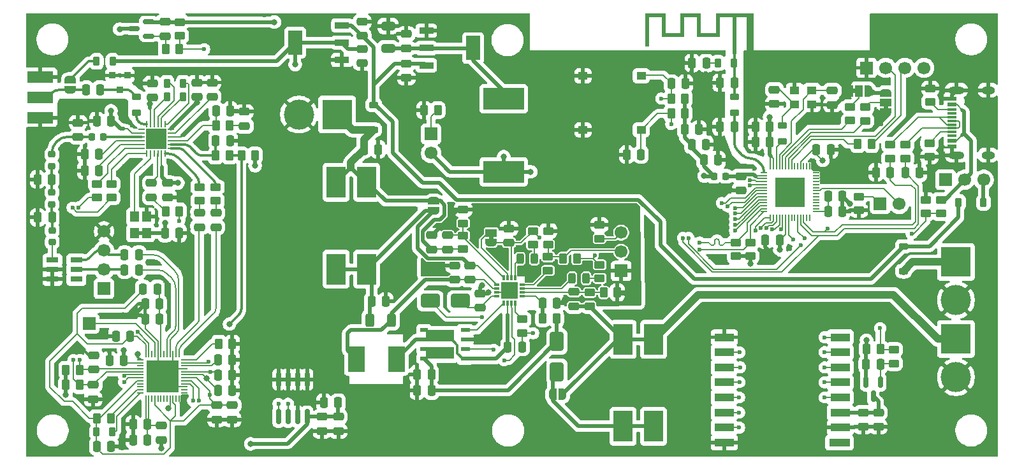
<source format=gbr>
%TF.GenerationSoftware,KiCad,Pcbnew,9.0.7*%
%TF.CreationDate,2026-01-07T11:02:31+02:00*%
%TF.ProjectId,sig_scan_pcb,7369675f-7363-4616-9e5f-7063622e6b69,1*%
%TF.SameCoordinates,Original*%
%TF.FileFunction,Copper,L1,Top*%
%TF.FilePolarity,Positive*%
%FSLAX46Y46*%
G04 Gerber Fmt 4.6, Leading zero omitted, Abs format (unit mm)*
G04 Created by KiCad (PCBNEW 9.0.7) date 2026-01-07 11:02:31*
%MOMM*%
%LPD*%
G01*
G04 APERTURE LIST*
G04 Aperture macros list*
%AMRoundRect*
0 Rectangle with rounded corners*
0 $1 Rounding radius*
0 $2 $3 $4 $5 $6 $7 $8 $9 X,Y pos of 4 corners*
0 Add a 4 corners polygon primitive as box body*
4,1,4,$2,$3,$4,$5,$6,$7,$8,$9,$2,$3,0*
0 Add four circle primitives for the rounded corners*
1,1,$1+$1,$2,$3*
1,1,$1+$1,$4,$5*
1,1,$1+$1,$6,$7*
1,1,$1+$1,$8,$9*
0 Add four rect primitives between the rounded corners*
20,1,$1+$1,$2,$3,$4,$5,0*
20,1,$1+$1,$4,$5,$6,$7,0*
20,1,$1+$1,$6,$7,$8,$9,0*
20,1,$1+$1,$8,$9,$2,$3,0*%
%AMFreePoly0*
4,1,23,0.550000,-0.750000,0.000000,-0.750000,0.000000,-0.745722,-0.065263,-0.745722,-0.191342,-0.711940,-0.304381,-0.646677,-0.396677,-0.554381,-0.461940,-0.441342,-0.495722,-0.315263,-0.495722,-0.250000,-0.500000,-0.250000,-0.500000,0.250000,-0.495722,0.250000,-0.495722,0.315263,-0.461940,0.441342,-0.396677,0.554381,-0.304381,0.646677,-0.191342,0.711940,-0.065263,0.745722,0.000000,0.745722,
0.000000,0.750000,0.550000,0.750000,0.550000,-0.750000,0.550000,-0.750000,$1*%
%AMFreePoly1*
4,1,23,0.000000,0.745722,0.065263,0.745722,0.191342,0.711940,0.304381,0.646677,0.396677,0.554381,0.461940,0.441342,0.495722,0.315263,0.495722,0.250000,0.500000,0.250000,0.500000,-0.250000,0.495722,-0.250000,0.495722,-0.315263,0.461940,-0.441342,0.396677,-0.554381,0.304381,-0.646677,0.191342,-0.711940,0.065263,-0.745722,0.000000,-0.745722,0.000000,-0.750000,-0.550000,-0.750000,
-0.550000,0.750000,0.000000,0.750000,0.000000,0.745722,0.000000,0.745722,$1*%
%AMFreePoly2*
4,1,23,0.500000,-0.750000,0.000000,-0.750000,0.000000,-0.745722,-0.065263,-0.745722,-0.191342,-0.711940,-0.304381,-0.646677,-0.396677,-0.554381,-0.461940,-0.441342,-0.495722,-0.315263,-0.495722,-0.250000,-0.500000,-0.250000,-0.500000,0.250000,-0.495722,0.250000,-0.495722,0.315263,-0.461940,0.441342,-0.396677,0.554381,-0.304381,0.646677,-0.191342,0.711940,-0.065263,0.745722,0.000000,0.745722,
0.000000,0.750000,0.500000,0.750000,0.500000,-0.750000,0.500000,-0.750000,$1*%
%AMFreePoly3*
4,1,23,0.000000,0.745722,0.065263,0.745722,0.191342,0.711940,0.304381,0.646677,0.396677,0.554381,0.461940,0.441342,0.495722,0.315263,0.495722,0.250000,0.500000,0.250000,0.500000,-0.250000,0.495722,-0.250000,0.495722,-0.315263,0.461940,-0.441342,0.396677,-0.554381,0.304381,-0.646677,0.191342,-0.711940,0.065263,-0.745722,0.000000,-0.745722,0.000000,-0.750000,-0.500000,-0.750000,
-0.500000,0.750000,0.000000,0.750000,0.000000,0.745722,0.000000,0.745722,$1*%
G04 Aperture macros list end*
%TA.AperFunction,EtchedComponent*%
%ADD10C,0.000000*%
%TD*%
%TA.AperFunction,SMDPad,CuDef*%
%ADD11RoundRect,0.250000X-0.250000X-0.475000X0.250000X-0.475000X0.250000X0.475000X-0.250000X0.475000X0*%
%TD*%
%TA.AperFunction,SMDPad,CuDef*%
%ADD12RoundRect,0.250000X-0.450000X0.262500X-0.450000X-0.262500X0.450000X-0.262500X0.450000X0.262500X0*%
%TD*%
%TA.AperFunction,SMDPad,CuDef*%
%ADD13RoundRect,0.218750X-0.256250X0.218750X-0.256250X-0.218750X0.256250X-0.218750X0.256250X0.218750X0*%
%TD*%
%TA.AperFunction,ComponentPad*%
%ADD14R,4.000000X4.000000*%
%TD*%
%TA.AperFunction,ComponentPad*%
%ADD15C,4.000000*%
%TD*%
%TA.AperFunction,SMDPad,CuDef*%
%ADD16RoundRect,0.250000X0.250000X0.475000X-0.250000X0.475000X-0.250000X-0.475000X0.250000X-0.475000X0*%
%TD*%
%TA.AperFunction,SMDPad,CuDef*%
%ADD17RoundRect,0.250000X0.262500X0.450000X-0.262500X0.450000X-0.262500X-0.450000X0.262500X-0.450000X0*%
%TD*%
%TA.AperFunction,SMDPad,CuDef*%
%ADD18R,0.800000X0.300000*%
%TD*%
%TA.AperFunction,SMDPad,CuDef*%
%ADD19R,0.300000X0.800000*%
%TD*%
%TA.AperFunction,SMDPad,CuDef*%
%ADD20R,2.240000X2.240000*%
%TD*%
%TA.AperFunction,ComponentPad*%
%ADD21C,0.600000*%
%TD*%
%TA.AperFunction,SMDPad,CuDef*%
%ADD22RoundRect,0.250000X0.475000X-0.250000X0.475000X0.250000X-0.475000X0.250000X-0.475000X-0.250000X0*%
%TD*%
%TA.AperFunction,SMDPad,CuDef*%
%ADD23R,1.250000X1.000000*%
%TD*%
%TA.AperFunction,SMDPad,CuDef*%
%ADD24RoundRect,0.027500X-0.082500X0.392500X-0.082500X-0.392500X0.082500X-0.392500X0.082500X0.392500X0*%
%TD*%
%TA.AperFunction,SMDPad,CuDef*%
%ADD25RoundRect,0.027500X-0.392500X0.082500X-0.392500X-0.082500X0.392500X-0.082500X0.392500X0.082500X0*%
%TD*%
%TA.AperFunction,SMDPad,CuDef*%
%ADD26R,4.300000X4.300000*%
%TD*%
%TA.AperFunction,SMDPad,CuDef*%
%ADD27RoundRect,0.250000X-1.000000X-0.650000X1.000000X-0.650000X1.000000X0.650000X-1.000000X0.650000X0*%
%TD*%
%TA.AperFunction,SMDPad,CuDef*%
%ADD28RoundRect,0.225000X-0.375000X0.225000X-0.375000X-0.225000X0.375000X-0.225000X0.375000X0.225000X0*%
%TD*%
%TA.AperFunction,SMDPad,CuDef*%
%ADD29RoundRect,0.218750X-0.218750X-0.256250X0.218750X-0.256250X0.218750X0.256250X-0.218750X0.256250X0*%
%TD*%
%TA.AperFunction,SMDPad,CuDef*%
%ADD30RoundRect,0.218750X0.218750X0.381250X-0.218750X0.381250X-0.218750X-0.381250X0.218750X-0.381250X0*%
%TD*%
%TA.AperFunction,SMDPad,CuDef*%
%ADD31RoundRect,0.243750X-0.243750X-0.456250X0.243750X-0.456250X0.243750X0.456250X-0.243750X0.456250X0*%
%TD*%
%TA.AperFunction,SMDPad,CuDef*%
%ADD32RoundRect,0.250000X-0.475000X0.250000X-0.475000X-0.250000X0.475000X-0.250000X0.475000X0.250000X0*%
%TD*%
%TA.AperFunction,SMDPad,CuDef*%
%ADD33RoundRect,0.250000X-0.262500X-0.450000X0.262500X-0.450000X0.262500X0.450000X-0.262500X0.450000X0*%
%TD*%
%TA.AperFunction,SMDPad,CuDef*%
%ADD34FreePoly0,0.000000*%
%TD*%
%TA.AperFunction,SMDPad,CuDef*%
%ADD35R,1.000000X1.500000*%
%TD*%
%TA.AperFunction,SMDPad,CuDef*%
%ADD36FreePoly1,0.000000*%
%TD*%
%TA.AperFunction,SMDPad,CuDef*%
%ADD37RoundRect,0.150000X-0.150000X0.825000X-0.150000X-0.825000X0.150000X-0.825000X0.150000X0.825000X0*%
%TD*%
%TA.AperFunction,SMDPad,CuDef*%
%ADD38RoundRect,0.150000X0.587500X0.150000X-0.587500X0.150000X-0.587500X-0.150000X0.587500X-0.150000X0*%
%TD*%
%TA.AperFunction,SMDPad,CuDef*%
%ADD39R,1.270000X0.610000*%
%TD*%
%TA.AperFunction,SMDPad,CuDef*%
%ADD40R,1.020000X0.610000*%
%TD*%
%TA.AperFunction,SMDPad,CuDef*%
%ADD41R,3.810000X1.650000*%
%TD*%
%TA.AperFunction,SMDPad,CuDef*%
%ADD42R,2.550000X4.150000*%
%TD*%
%TA.AperFunction,SMDPad,CuDef*%
%ADD43R,2.235200X3.429000*%
%TD*%
%TA.AperFunction,SMDPad,CuDef*%
%ADD44RoundRect,0.218750X-0.381250X0.218750X-0.381250X-0.218750X0.381250X-0.218750X0.381250X0.218750X0*%
%TD*%
%TA.AperFunction,SMDPad,CuDef*%
%ADD45RoundRect,0.250000X-0.312500X-0.625000X0.312500X-0.625000X0.312500X0.625000X-0.312500X0.625000X0*%
%TD*%
%TA.AperFunction,SMDPad,CuDef*%
%ADD46RoundRect,0.050000X-0.350000X-0.050000X0.350000X-0.050000X0.350000X0.050000X-0.350000X0.050000X0*%
%TD*%
%TA.AperFunction,SMDPad,CuDef*%
%ADD47RoundRect,0.050000X-0.050000X-0.350000X0.050000X-0.350000X0.050000X0.350000X-0.050000X0.350000X0*%
%TD*%
%TA.AperFunction,HeatsinkPad*%
%ADD48R,4.000000X4.000000*%
%TD*%
%TA.AperFunction,SMDPad,CuDef*%
%ADD49R,5.400000X2.900000*%
%TD*%
%TA.AperFunction,SMDPad,CuDef*%
%ADD50R,1.650000X0.760000*%
%TD*%
%TA.AperFunction,SMDPad,CuDef*%
%ADD51RoundRect,0.250000X-0.650000X0.325000X-0.650000X-0.325000X0.650000X-0.325000X0.650000X0.325000X0*%
%TD*%
%TA.AperFunction,SMDPad,CuDef*%
%ADD52R,1.240000X0.600000*%
%TD*%
%TA.AperFunction,SMDPad,CuDef*%
%ADD53R,1.240000X0.300000*%
%TD*%
%TA.AperFunction,HeatsinkPad*%
%ADD54O,2.100000X1.000000*%
%TD*%
%TA.AperFunction,HeatsinkPad*%
%ADD55O,1.800000X1.000000*%
%TD*%
%TA.AperFunction,SMDPad,CuDef*%
%ADD56RoundRect,0.218750X-0.218750X-0.381250X0.218750X-0.381250X0.218750X0.381250X-0.218750X0.381250X0*%
%TD*%
%TA.AperFunction,SMDPad,CuDef*%
%ADD57RoundRect,0.250000X0.450000X-0.262500X0.450000X0.262500X-0.450000X0.262500X-0.450000X-0.262500X0*%
%TD*%
%TA.AperFunction,SMDPad,CuDef*%
%ADD58RoundRect,0.218750X0.218750X0.256250X-0.218750X0.256250X-0.218750X-0.256250X0.218750X-0.256250X0*%
%TD*%
%TA.AperFunction,ComponentPad*%
%ADD59R,1.700000X1.700000*%
%TD*%
%TA.AperFunction,ComponentPad*%
%ADD60C,1.700000*%
%TD*%
%TA.AperFunction,SMDPad,CuDef*%
%ADD61R,0.812800X0.889000*%
%TD*%
%TA.AperFunction,SMDPad,CuDef*%
%ADD62R,1.850000X0.900000*%
%TD*%
%TA.AperFunction,SMDPad,CuDef*%
%ADD63R,1.850000X3.200000*%
%TD*%
%TA.AperFunction,SMDPad,CuDef*%
%ADD64RoundRect,0.150000X-0.150000X0.587500X-0.150000X-0.587500X0.150000X-0.587500X0.150000X0.587500X0*%
%TD*%
%TA.AperFunction,SMDPad,CuDef*%
%ADD65RoundRect,0.218750X0.381250X-0.218750X0.381250X0.218750X-0.381250X0.218750X-0.381250X-0.218750X0*%
%TD*%
%TA.AperFunction,SMDPad,CuDef*%
%ADD66R,0.810000X0.260000*%
%TD*%
%TA.AperFunction,SMDPad,CuDef*%
%ADD67R,0.260000X0.810000*%
%TD*%
%TA.AperFunction,SMDPad,CuDef*%
%ADD68R,2.700000X2.700000*%
%TD*%
%TA.AperFunction,SMDPad,CuDef*%
%ADD69R,2.800000X1.100000*%
%TD*%
%TA.AperFunction,SMDPad,CuDef*%
%ADD70R,2.600000X1.100000*%
%TD*%
%TA.AperFunction,SMDPad,CuDef*%
%ADD71RoundRect,0.225000X-0.225000X-0.375000X0.225000X-0.375000X0.225000X0.375000X-0.225000X0.375000X0*%
%TD*%
%TA.AperFunction,SMDPad,CuDef*%
%ADD72FreePoly2,270.000000*%
%TD*%
%TA.AperFunction,SMDPad,CuDef*%
%ADD73FreePoly3,270.000000*%
%TD*%
%TA.AperFunction,SMDPad,CuDef*%
%ADD74FreePoly0,90.000000*%
%TD*%
%TA.AperFunction,SMDPad,CuDef*%
%ADD75R,1.500000X1.000000*%
%TD*%
%TA.AperFunction,SMDPad,CuDef*%
%ADD76FreePoly1,90.000000*%
%TD*%
%TA.AperFunction,SMDPad,CuDef*%
%ADD77FreePoly2,90.000000*%
%TD*%
%TA.AperFunction,SMDPad,CuDef*%
%ADD78FreePoly3,90.000000*%
%TD*%
%TA.AperFunction,SMDPad,CuDef*%
%ADD79RoundRect,0.250000X-0.650000X1.000000X-0.650000X-1.000000X0.650000X-1.000000X0.650000X1.000000X0*%
%TD*%
%TA.AperFunction,SMDPad,CuDef*%
%ADD80R,1.200000X1.400000*%
%TD*%
%TA.AperFunction,SMDPad,CuDef*%
%ADD81FreePoly2,0.000000*%
%TD*%
%TA.AperFunction,SMDPad,CuDef*%
%ADD82FreePoly3,0.000000*%
%TD*%
%TA.AperFunction,SMDPad,CuDef*%
%ADD83R,3.500000X1.500000*%
%TD*%
%TA.AperFunction,ConnectorPad*%
%ADD84R,0.500000X0.500000*%
%TD*%
%TA.AperFunction,ComponentPad*%
%ADD85R,0.900000X0.500000*%
%TD*%
%TA.AperFunction,SMDPad,CuDef*%
%ADD86R,1.300000X1.050000*%
%TD*%
%TA.AperFunction,ViaPad*%
%ADD87C,0.600000*%
%TD*%
%TA.AperFunction,ViaPad*%
%ADD88C,0.800000*%
%TD*%
%TA.AperFunction,Conductor*%
%ADD89C,0.500000*%
%TD*%
%TA.AperFunction,Conductor*%
%ADD90C,0.340000*%
%TD*%
%TA.AperFunction,Conductor*%
%ADD91C,0.300000*%
%TD*%
%TA.AperFunction,Conductor*%
%ADD92C,0.200000*%
%TD*%
%TA.AperFunction,Conductor*%
%ADD93C,1.000000*%
%TD*%
G04 APERTURE END LIST*
D10*
%TA.AperFunction,EtchedComponent*%
%TO.C,JP3*%
G36*
X132037500Y-32074450D02*
G01*
X131537500Y-32074450D01*
X131537500Y-31474450D01*
X132037500Y-31474450D01*
X132037500Y-32074450D01*
G37*
%TD.AperFunction*%
%TA.AperFunction,EtchedComponent*%
%TO.C,JP2*%
G36*
X136344300Y-34244650D02*
G01*
X135744300Y-34244650D01*
X135744300Y-33744650D01*
X136344300Y-33744650D01*
X136344300Y-34244650D01*
G37*
%TD.AperFunction*%
%TA.AperFunction,EtchedComponent*%
%TO.C,J13*%
G36*
X83918699Y-51562399D02*
G01*
X83318699Y-51562399D01*
X83318699Y-51062399D01*
X83918699Y-51062399D01*
X83918699Y-51562399D01*
G37*
%TD.AperFunction*%
%TA.AperFunction,EtchedComponent*%
%TO.C,AE1*%
G36*
X118453381Y-26859800D02*
G01*
X117553381Y-26859800D01*
X117553381Y-26601642D01*
X117855159Y-26601642D01*
X117861690Y-26651168D01*
X117882249Y-26696353D01*
X117915892Y-26731587D01*
X117934503Y-26742200D01*
X117980018Y-26755100D01*
X118028537Y-26755843D01*
X118071200Y-26743735D01*
X118079112Y-26739381D01*
X118117055Y-26706597D01*
X118141123Y-26664195D01*
X118150964Y-26616585D01*
X118146228Y-26568178D01*
X118126566Y-26523384D01*
X118091626Y-26486614D01*
X118058734Y-26469708D01*
X118010648Y-26461818D01*
X117961063Y-26468392D01*
X117915753Y-26488487D01*
X117880493Y-26521157D01*
X117863599Y-26553383D01*
X117855159Y-26601642D01*
X117553381Y-26601642D01*
X117553381Y-21959800D01*
X116153381Y-21959800D01*
X116153381Y-26859800D01*
X115653381Y-26859800D01*
X115653381Y-21959800D01*
X113953381Y-21959800D01*
X113953381Y-24599800D01*
X110953381Y-24599800D01*
X110953381Y-21959800D01*
X109253381Y-21959800D01*
X109253381Y-24599800D01*
X106253381Y-24599800D01*
X106253381Y-21959800D01*
X104553381Y-21959800D01*
X104553381Y-25899800D01*
X104053381Y-25899800D01*
X104053381Y-21459800D01*
X106753381Y-21459800D01*
X106753381Y-24099800D01*
X108753381Y-24099800D01*
X108753381Y-21459800D01*
X111453381Y-21459800D01*
X111453381Y-24099800D01*
X113453381Y-24099800D01*
X113453381Y-21459800D01*
X118453381Y-21459800D01*
X118453381Y-26616585D01*
X118453381Y-26859800D01*
G37*
%TD.AperFunction*%
%TD*%
D11*
%TO.P,C41,1*%
%TO.N,GND*%
X118695830Y-38572250D03*
%TO.P,C41,2*%
%TO.N,+3.3V*%
X120595830Y-38572250D03*
%TD*%
D12*
%TO.P,R26,1*%
%TO.N,Net-(J9-Pin_1)*%
X132460230Y-45847349D03*
%TO.P,R26,2*%
%TO.N,GND*%
X132460230Y-47672349D03*
%TD*%
D13*
%TO.P,L6,1*%
%TO.N,Net-(C14-Pad1)*%
X25300300Y-40232650D03*
%TO.P,L6,2*%
%TO.N,Net-(C19-Pad1)*%
X25300300Y-41807652D03*
%TD*%
D14*
%TO.P,J2,1,Pin_1*%
%TO.N,Net-(D1-A)*%
X145338800Y-54533800D03*
D15*
%TO.P,J2,2,Pin_2*%
%TO.N,GND*%
X145338800Y-59613799D03*
%TD*%
D16*
%TO.P,C59,1*%
%TO.N,Net-(C56-Pad1)*%
X38001090Y-78177016D03*
%TO.P,C59,2*%
%TO.N,GND*%
X36101092Y-78177016D03*
%TD*%
D17*
%TO.P,R14,1*%
%TO.N,/GPIO1*%
X42209201Y-26262651D03*
%TO.P,R14,2*%
%TO.N,Net-(Q1-G)*%
X40384201Y-26262651D03*
%TD*%
D18*
%TO.P,IC2,1,VCC*%
%TO.N,Net-(IC2-VCC)*%
X87755300Y-59090600D03*
%TO.P,IC2,2,MPPSET*%
%TO.N,Net-(IC2-MPPSET)*%
X87755300Y-58590599D03*
%TO.P,IC2,3,STAT1*%
%TO.N,Net-(D4-K)*%
X87755300Y-58090599D03*
%TO.P,IC2,4,TS*%
%TO.N,Net-(IC2-TS)*%
X87755300Y-57590598D03*
D19*
%TO.P,IC2,5,STAT2*%
%TO.N,Net-(D5-K)*%
X86805301Y-56640599D03*
%TO.P,IC2,6,VREF*%
%TO.N,/VREF*%
X86305300Y-56640599D03*
%TO.P,IC2,7,TERM_EN*%
%TO.N,Net-(IC2-TERM_EN)*%
X85805300Y-56640599D03*
%TO.P,IC2,8,VFB*%
%TO.N,Net-(IC2-VFB)*%
X85305299Y-56640599D03*
D18*
%TO.P,IC2,9,SRN*%
%TO.N,Net-(IC2-SRN)*%
X84355300Y-57590598D03*
%TO.P,IC2,10,SRP*%
%TO.N,Net-(IC2-SRP)*%
X84355300Y-58090599D03*
%TO.P,IC2,11,GND*%
%TO.N,GND*%
X84355300Y-58590599D03*
%TO.P,IC2,12,REGN*%
%TO.N,Net-(D6-A)*%
X84355300Y-59090600D03*
D19*
%TO.P,IC2,13,LODRV*%
%TO.N,Net-(IC2-LODRV)*%
X85305299Y-60040599D03*
%TO.P,IC2,14,PH*%
%TO.N,Net-(IC2-PH)*%
X85805300Y-60040599D03*
%TO.P,IC2,15,HIDRV*%
%TO.N,Net-(IC2-HIDRV)*%
X86305300Y-60040599D03*
%TO.P,IC2,16,BTST*%
%TO.N,Net-(IC2-BTST)*%
X86805301Y-60040599D03*
D20*
%TO.P,IC2,17,EP*%
%TO.N,GND*%
X86055300Y-58340599D03*
D21*
%TO.P,IC2,18,VIA_A*%
%TO.N,GNDA*%
X86588700Y-58848599D03*
X86588700Y-57832599D03*
%TO.P,IC2,19,VIA_B*%
%TO.N,GND*%
X85521900Y-58848599D03*
X85521900Y-57832599D03*
%TD*%
D22*
%TO.P,C15,1*%
%TO.N,GND*%
X66497200Y-28117800D03*
%TO.P,C15,2*%
%TO.N,+5V*%
X66497200Y-26217802D03*
%TD*%
D23*
%TO.P,SW2,1,1*%
%TO.N,GND*%
X95807700Y-29767850D03*
%TO.P,SW2,2,2*%
%TO.N,/CHIP_PU*%
X103557700Y-29767850D03*
%TD*%
D24*
%TO.P,U5,1,VIP*%
%TO.N,Net-(U5-VIP)*%
X42165092Y-66797817D03*
%TO.P,U5,2,VIN*%
%TO.N,Net-(U5-VIN)*%
X41765092Y-66797816D03*
%TO.P,U5,3,GNDA*%
%TO.N,GND*%
X41365092Y-66797816D03*
%TO.P,U5,4,VQP*%
%TO.N,Net-(U5-VQP)*%
X40965092Y-66797816D03*
%TO.P,U5,5,VQN*%
%TO.N,Net-(U5-VQN)*%
X40565092Y-66797817D03*
%TO.P,U5,6,VINR*%
%TO.N,unconnected-(U5-VINR-Pad6)*%
X40165092Y-66797816D03*
%TO.P,U5,7,VDDPLL*%
%TO.N,Net-(U5-VDDPLL)*%
X39765092Y-66797816D03*
%TO.P,U5,8,GNDPLL*%
%TO.N,GND*%
X39365092Y-66797817D03*
%TO.P,U5,9,TP_CKO*%
%TO.N,Net-(J7-Pin_1)*%
X38965092Y-66797816D03*
%TO.P,U5,10,XO*%
%TO.N,unconnected-(U5-XO-Pad10)*%
X38565092Y-66797816D03*
%TO.P,U5,11,XI*%
%TO.N,Net-(U5-XI)*%
X38165092Y-66797816D03*
%TO.P,U5,12,VDD1*%
%TO.N,+1V2*%
X37765092Y-66797817D03*
D25*
%TO.P,U5,13,AGC_IF*%
%TO.N,Net-(U5-AGC_IF)*%
X37030093Y-67532816D03*
%TO.P,U5,14,VDD3*%
%TO.N,3.3V*%
X37030092Y-67932816D03*
%TO.P,U5,15,AGC_RF*%
%TO.N,unconnected-(U5-AGC_RF-Pad15)*%
X37030092Y-68332816D03*
%TO.P,U5,16,I2C_SCLT*%
%TO.N,Net-(U5-I2C_SCLT)*%
X37030092Y-68732816D03*
%TO.P,U5,17,I2C_SDAT*%
%TO.N,Net-(U5-I2C_SDAT)*%
X37030093Y-69132816D03*
%TO.P,U5,18,I2C_SCL*%
%TO.N,/SCL*%
X37030092Y-69532816D03*
%TO.P,U5,19,I2C_SDA*%
%TO.N,/SDA*%
X37030092Y-69932816D03*
%TO.P,U5,20,VDD1*%
%TO.N,+1V2*%
X37030093Y-70332816D03*
%TO.P,U5,21,GPIO7_x*%
%TO.N,unconnected-(U5-GPIO7_x-Pad21)*%
X37030092Y-70732816D03*
%TO.P,U5,22,GPIO6_x*%
%TO.N,unconnected-(U5-GPIO6_x-Pad22)*%
X37030092Y-71132816D03*
%TO.P,U5,23,FB*%
%TO.N,Net-(U5-FB)*%
X37030092Y-71532816D03*
%TO.P,U5,24,REG_OUT*%
%TO.N,Net-(U5-REG_OUT)*%
X37030093Y-71932816D03*
D24*
%TO.P,U5,25,SW_VDD3*%
%TO.N,Net-(C56-Pad1)*%
X37765092Y-72667815D03*
%TO.P,U5,26,SW_VDD3*%
X38165092Y-72667816D03*
%TO.P,U5,27,ENSWREG*%
%TO.N,unconnected-(U5-ENSWREG-Pad27)*%
X38565092Y-72667816D03*
%TO.P,U5,28,VDD1*%
%TO.N,+1V2*%
X38965092Y-72667816D03*
%TO.P,U5,29,GPIO5_in_clock_source*%
%TO.N,unconnected-(U5-GPIO5_in_clock_source-Pad29)*%
X39365092Y-72667815D03*
%TO.P,U5,30,GPIO4_out_antenna_power*%
%TO.N,unconnected-(U5-GPIO4_out_antenna_power-Pad30)*%
X39765092Y-72667816D03*
%TO.P,U5,31,GPIO2_in_I2_C_mode*%
%TO.N,unconnected-(U5-GPIO2_in_I2_C_mode-Pad31)*%
X40165092Y-72667816D03*
%TO.P,U5,32,GPIO1_in_select_clock_source*%
%TO.N,unconnected-(U5-GPIO1_in_select_clock_source-Pad32)*%
X40565092Y-72667815D03*
%TO.P,U5,33,VDD3*%
%TO.N,3.3V*%
X40965092Y-72667816D03*
%TO.P,U5,34,VDD1*%
%TO.N,+1V2*%
X41365092Y-72667816D03*
%TO.P,U5,35,M_ERR*%
%TO.N,unconnected-(U5-M_ERR-Pad35)*%
X41765092Y-72667816D03*
%TO.P,U5,36,GPIO3_in_USB_remote_*%
%TO.N,unconnected-(U5-GPIO3_in_USB_remote_-Pad36)*%
X42165092Y-72667815D03*
D25*
%TO.P,U5,37,GPIO0_out__VDD1_power_control*%
%TO.N,unconnected-(U5-GPIO0_out__VDD1_power_control-Pad37)*%
X42900091Y-71932816D03*
%TO.P,U5,38,IRRC*%
%TO.N,unconnected-(U5-IRRC-Pad38)*%
X42900092Y-71532816D03*
%TO.P,U5,39,SEGND*%
%TO.N,GND*%
X42900092Y-71132816D03*
%TO.P,U5,40,USB_D+_(HSDP)*%
%TO.N,/USBD+*%
X42900092Y-70732816D03*
%TO.P,U5,41,USB_D\u2212_(HSDM)*%
%TO.N,/USBD-*%
X42900091Y-70332816D03*
%TO.P,U5,42,UVDDA*%
%TO.N,+1V2*%
X42900092Y-69932816D03*
%TO.P,U5,43,VDDA33*%
%TO.N,3.3V*%
X42900092Y-69532816D03*
%TO.P,U5,44,VDDA*%
%TO.N,+1V2*%
X42900091Y-69132816D03*
%TO.P,U5,45,GNDA*%
%TO.N,GND*%
X42900092Y-68732816D03*
%TO.P,U5,46,VCMI*%
%TO.N,Net-(U5-VCMI)*%
X42900092Y-68332816D03*
%TO.P,U5,47,VDDA*%
%TO.N,+1V2*%
X42900092Y-67932816D03*
%TO.P,U5,48,R12K*%
%TO.N,Net-(U5-R12K)*%
X42900091Y-67532816D03*
D26*
%TO.P,U5,49,GND*%
%TO.N,GND*%
X39965092Y-69732816D03*
%TD*%
D12*
%TO.P,R19,1*%
%TO.N,/SCL*%
X118033800Y-51944900D03*
%TO.P,R19,2*%
%TO.N,+3.3V*%
X118033800Y-53769900D03*
%TD*%
D11*
%TO.P,C48,1*%
%TO.N,Net-(U4-VDD_SPI)*%
X128374500Y-47852650D03*
%TO.P,C48,2*%
%TO.N,GND*%
X130274500Y-47852650D03*
%TD*%
D16*
%TO.P,C20,1*%
%TO.N,Net-(U3-DET2)*%
X31533499Y-42366250D03*
%TO.P,C20,2*%
%TO.N,GND*%
X29633501Y-42366250D03*
%TD*%
%TO.P,C4,1*%
%TO.N,GND*%
X48983299Y-34416050D03*
%TO.P,C4,2*%
%TO.N,Net-(U3-CP)*%
X47083301Y-34416050D03*
%TD*%
D27*
%TO.P,D6,1,K*%
%TO.N,Net-(D6-K)*%
X75529298Y-59700199D03*
%TO.P,D6,2,A*%
%TO.N,Net-(D6-A)*%
X79529300Y-59700199D03*
%TD*%
D28*
%TO.P,D7,1,K*%
%TO.N,+15V*%
X68021200Y-33656000D03*
%TO.P,D7,2,A*%
%TO.N,Net-(D7-A)*%
X68021200Y-36956000D03*
%TD*%
D22*
%TO.P,C68,1*%
%TO.N,GND*%
X133003600Y-76463048D03*
%TO.P,C68,2*%
%TO.N,Net-(Q2-D)*%
X133003600Y-74563050D03*
%TD*%
D12*
%TO.P,R34,1*%
%TO.N,GNDA*%
X91187900Y-50405699D03*
%TO.P,R34,2*%
%TO.N,Net-(J12-Pin_2)*%
X91187900Y-52230699D03*
%TD*%
D29*
%TO.P,L12,1*%
%TO.N,+3.3V*%
X113195400Y-43153650D03*
%TO.P,L12,2*%
%TO.N,Net-(C45-Pad2)*%
X114770400Y-43153650D03*
%TD*%
D30*
%TO.P,L4,1,1*%
%TO.N,Net-(U3-TF2N)*%
X42695000Y-30758450D03*
%TO.P,L4,2,2*%
%TO.N,Net-(U3-TF1N)*%
X40570000Y-30758450D03*
%TD*%
D16*
%TO.P,C50,1*%
%TO.N,3.3V*%
X63306999Y-73228200D03*
%TO.P,C50,2*%
%TO.N,GND*%
X61407001Y-73228200D03*
%TD*%
D31*
%TO.P,D5,1,K*%
%TO.N,Net-(D5-K)*%
X87481799Y-54112199D03*
%TO.P,D5,2,A*%
%TO.N,Net-(D5-A)*%
X89356801Y-54112199D03*
%TD*%
D32*
%TO.P,C21,1*%
%TO.N,Net-(U3-CLK_OUT)*%
X38508300Y-44047652D03*
%TO.P,C21,2*%
%TO.N,Net-(C21-Pad2)*%
X38508300Y-45947650D03*
%TD*%
D33*
%TO.P,R16,1*%
%TO.N,/CHIP_PU*%
X107533200Y-32815850D03*
%TO.P,R16,2*%
%TO.N,+3.3V*%
X109358200Y-32815850D03*
%TD*%
%TO.P,R18,1*%
%TO.N,Net-(C21-Pad2)*%
X40389800Y-47801850D03*
%TO.P,R18,2*%
%TO.N,Net-(U5-XI)*%
X42214800Y-47801850D03*
%TD*%
D34*
%TO.P,JP3,1,A*%
%TO.N,GND*%
X131137500Y-31774450D03*
D35*
%TO.P,JP3,2,C*%
%TO.N,Net-(JP3-C)*%
X132437500Y-31774450D03*
D36*
%TO.P,JP3,3,B*%
%TO.N,+3.3V*%
X133737500Y-31774450D03*
%TD*%
D16*
%TO.P,C13,1*%
%TO.N,/USBD+*%
X136623498Y-42620250D03*
%TO.P,C13,2*%
%TO.N,GND*%
X134723500Y-42620250D03*
%TD*%
D32*
%TO.P,C77,1*%
%TO.N,GNDA*%
X75742800Y-50977800D03*
%TO.P,C77,2*%
%TO.N,Net-(D7-A)*%
X75742800Y-52877798D03*
%TD*%
D37*
%TO.P,U6,1,E0*%
%TO.N,GND*%
X59182000Y-70157800D03*
%TO.P,U6,2,E1*%
X57912000Y-70157800D03*
%TO.P,U6,3,E2*%
X56642000Y-70157800D03*
%TO.P,U6,4,VSS*%
X55372000Y-70157800D03*
%TO.P,U6,5,SDA*%
%TO.N,/SDA*%
X55372000Y-75107800D03*
%TO.P,U6,6,SCL*%
%TO.N,/SCL*%
X56642000Y-75107800D03*
%TO.P,U6,7,~{WC}*%
%TO.N,GND*%
X57912000Y-75107800D03*
%TO.P,U6,8,VCC*%
%TO.N,3.3V*%
X59182000Y-75107800D03*
%TD*%
D38*
%TO.P,Q1,1,G*%
%TO.N,Net-(Q1-G)*%
X38091700Y-24494850D03*
%TO.P,Q1,2,S*%
%TO.N,+3.3V*%
X38091700Y-22594850D03*
%TO.P,Q1,3,D*%
%TO.N,3.3V*%
X36216699Y-23544850D03*
%TD*%
D11*
%TO.P,C55,1*%
%TO.N,Net-(U5-VCMI)*%
X47330994Y-67509016D03*
%TO.P,C55,2*%
%TO.N,GND*%
X49230992Y-67509016D03*
%TD*%
D22*
%TO.P,C45,1*%
%TO.N,GND*%
X116750230Y-45059449D03*
%TO.P,C45,2*%
%TO.N,Net-(C45-Pad2)*%
X116750230Y-43159451D03*
%TD*%
D32*
%TO.P,C51,1*%
%TO.N,3.3V*%
X63322200Y-75112801D03*
%TO.P,C51,2*%
%TO.N,GND*%
X63322200Y-77012799D03*
%TD*%
D11*
%TO.P,C37,1*%
%TO.N,Net-(J8-Pin_2)*%
X34952300Y-55574250D03*
%TO.P,C37,2*%
%TO.N,Net-(U5-VQN)*%
X36852298Y-55574250D03*
%TD*%
D12*
%TO.P,R23,1*%
%TO.N,GND*%
X141351000Y-46257200D03*
%TO.P,R23,2*%
%TO.N,Net-(U4-GPIO18)*%
X141351000Y-48082200D03*
%TD*%
D17*
%TO.P,R32,1*%
%TO.N,GNDA*%
X100380800Y-58582599D03*
%TO.P,R32,2*%
%TO.N,Net-(IC2-MPPSET)*%
X98555800Y-58582599D03*
%TD*%
D16*
%TO.P,C24,1*%
%TO.N,GND*%
X109421099Y-30809250D03*
%TO.P,C24,2*%
%TO.N,/CHIP_PU*%
X107521101Y-30809250D03*
%TD*%
D11*
%TO.P,C40,1*%
%TO.N,GND*%
X118695830Y-36591050D03*
%TO.P,C40,2*%
%TO.N,+3.3V*%
X120595830Y-36591050D03*
%TD*%
D39*
%TO.P,Q3,1*%
%TO.N,Net-(IC2-PH)*%
X80174100Y-67389399D03*
%TO.P,Q3,2*%
%TO.N,Net-(IC2-HIDRV)*%
X80174099Y-66119399D03*
%TO.P,Q3,3*%
%TO.N,GND*%
X80174099Y-64849399D03*
%TO.P,Q3,4*%
%TO.N,Net-(IC2-LODRV)*%
X80174100Y-63579399D03*
D40*
%TO.P,Q3,5*%
%TO.N,Net-(IC2-PH)*%
X74709099Y-63579399D03*
%TO.P,Q3,6*%
X74709099Y-64849399D03*
%TO.P,Q3,7*%
%TO.N,Net-(D3-K)*%
X74709099Y-66119399D03*
%TO.P,Q3,8*%
X74709099Y-67389399D03*
D41*
%TO.P,Q3,9*%
X76814099Y-66614399D03*
%TO.P,Q3,10*%
%TO.N,Net-(IC2-PH)*%
X76814099Y-64354399D03*
%TD*%
D22*
%TO.P,C8,1*%
%TO.N,GND*%
X72350901Y-30050700D03*
%TO.P,C8,2*%
%TO.N,+15V*%
X72350901Y-28150702D03*
%TD*%
D12*
%TO.P,R27,1*%
%TO.N,Net-(JP2-C)*%
X133275700Y-33935350D03*
%TO.P,R27,2*%
%TO.N,Net-(U4-GPIO45)*%
X133275700Y-35760350D03*
%TD*%
%TO.P,R31,1*%
%TO.N,Net-(IC2-MPPSET)*%
X96699700Y-58586399D03*
%TO.P,R31,2*%
%TO.N,+16V*%
X96699700Y-60411399D03*
%TD*%
D13*
%TO.P,L8,1*%
%TO.N,Net-(C19-Pad1)*%
X25300300Y-45286947D03*
%TO.P,L8,2*%
%TO.N,Net-(C22-Pad1)*%
X25300300Y-46861949D03*
%TD*%
D42*
%TO.P,L15,1,1*%
%TO.N,+16V*%
X105192800Y-64827800D03*
%TO.P,L15,2,2*%
X101142800Y-64827800D03*
%TO.P,L15,3,3*%
%TO.N,Net-(D3-A)*%
X101142800Y-76377800D03*
%TO.P,L15,4,4*%
X105192800Y-76377800D03*
%TD*%
D32*
%TO.P,C35,1*%
%TO.N,Net-(C35-Pad1)*%
X44883700Y-48020251D03*
%TO.P,C35,2*%
%TO.N,Net-(U5-VIN)*%
X44883700Y-49920249D03*
%TD*%
%TO.P,C67,1*%
%TO.N,GNDA*%
X85980900Y-50073599D03*
%TO.P,C67,2*%
%TO.N,/VREF*%
X85980900Y-51973597D03*
%TD*%
D16*
%TO.P,C78,1*%
%TO.N,GND*%
X68615599Y-39573200D03*
%TO.P,C78,2*%
%TO.N,Net-(D7-A)*%
X66715601Y-39573200D03*
%TD*%
D11*
%TO.P,C60,1*%
%TO.N,3.3V*%
X47330994Y-71573016D03*
%TO.P,C60,2*%
%TO.N,GND*%
X49230992Y-71573016D03*
%TD*%
D43*
%TO.P,L16,1,1*%
%TO.N,Net-(IC2-PH)*%
X71031101Y-67437000D03*
%TO.P,L16,2,2*%
%TO.N,Net-(IC2-SRP)*%
X65722499Y-67437000D03*
%TD*%
D44*
%TO.P,L2,1*%
%TO.N,Net-(C1-Pad2)*%
X36527100Y-32566150D03*
%TO.P,L2,2*%
%TO.N,Net-(U3-RF_IN)*%
X36527100Y-34691150D03*
%TD*%
D45*
%TO.P,R42,1*%
%TO.N,Net-(IC2-SRN)*%
X67473100Y-62255400D03*
%TO.P,R42,2*%
%TO.N,Net-(IC2-SRP)*%
X70398100Y-62255400D03*
%TD*%
D46*
%TO.P,U4,1,LNA_IN*%
%TO.N,Net-(U4-LNA_IN)*%
X119865729Y-42652550D03*
%TO.P,U4,2,VDD3P3*%
%TO.N,Net-(C45-Pad2)*%
X119865729Y-43052550D03*
%TO.P,U4,3,VDD3P3*%
X119865729Y-43452550D03*
%TO.P,U4,4,CHIP_PU*%
%TO.N,/CHIP_PU*%
X119865729Y-43852550D03*
%TO.P,U4,5,GPIO0*%
%TO.N,/GPIO0*%
X119865729Y-44252550D03*
%TO.P,U4,6,GPIO1*%
%TO.N,/GPIO1*%
X119865729Y-44652550D03*
%TO.P,U4,7,GPIO2*%
%TO.N,/GPIO2*%
X119865729Y-45052550D03*
%TO.P,U4,8,GPIO3*%
%TO.N,/GPIO3*%
X119865729Y-45452550D03*
%TO.P,U4,9,GPIO4*%
%TO.N,/GPIO4{slash}BCLK*%
X119865729Y-45852550D03*
%TO.P,U4,10,GPIO5*%
%TO.N,/GPIO5{slash}FSYNC*%
X119865729Y-46252550D03*
%TO.P,U4,11,GPIO6*%
%TO.N,/GPIO6{slash}DOUT*%
X119865729Y-46652550D03*
%TO.P,U4,12,GPIO7*%
%TO.N,/GPIO7{slash}DIN*%
X119865729Y-47052550D03*
%TO.P,U4,13,GPIO8*%
%TO.N,/SDA*%
X119865729Y-47452550D03*
%TO.P,U4,14,GPIO9*%
%TO.N,/SCL*%
X119865729Y-47852550D03*
D47*
%TO.P,U4,15,GPIO10*%
%TO.N,/GPIO10*%
X120715729Y-48702550D03*
%TO.P,U4,16,GPIO11*%
%TO.N,/GPIO11*%
X121115729Y-48702550D03*
%TO.P,U4,17,GPIO12*%
%TO.N,/GPIO12*%
X121515729Y-48702550D03*
%TO.P,U4,18,GPIO13*%
%TO.N,/GPIO13*%
X121915729Y-48702550D03*
%TO.P,U4,19,GPIO14*%
%TO.N,/GPIO14*%
X122315729Y-48702550D03*
%TO.P,U4,20,VDD3P3_RTC*%
%TO.N,+3.3V*%
X122715729Y-48702550D03*
%TO.P,U4,21,XTAL_32K_P*%
%TO.N,/GPIO15*%
X123115729Y-48702550D03*
%TO.P,U4,22,XTAL_32K_N*%
%TO.N,/GPIO16*%
X123515729Y-48702550D03*
%TO.P,U4,23,GPIO17*%
%TO.N,/GPIO17*%
X123915729Y-48702550D03*
%TO.P,U4,24,GPIO18*%
%TO.N,Net-(U4-GPIO18)*%
X124315729Y-48702550D03*
%TO.P,U4,25,GPIO19/USB_D-*%
%TO.N,/USBD-*%
X124715729Y-48702550D03*
%TO.P,U4,26,GPIO20/USB_D+*%
%TO.N,/USBD+*%
X125115729Y-48702550D03*
%TO.P,U4,27,GPIO21*%
%TO.N,/GPIO21*%
X125515729Y-48702550D03*
%TO.P,U4,28,SPICS1*%
%TO.N,unconnected-(U4-SPICS1-Pad28)*%
X125915729Y-48702550D03*
D46*
%TO.P,U4,29,VDD_SPI*%
%TO.N,Net-(U4-VDD_SPI)*%
X126765729Y-47852550D03*
%TO.P,U4,30,SPIHD*%
%TO.N,unconnected-(U4-SPIHD-Pad30)*%
X126765729Y-47452550D03*
%TO.P,U4,31,SPIWP*%
%TO.N,unconnected-(U4-SPIWP-Pad31)*%
X126765729Y-47052550D03*
%TO.P,U4,32,SPICS0*%
%TO.N,unconnected-(U4-SPICS0-Pad32)*%
X126765729Y-46652550D03*
%TO.P,U4,33,SPICLK*%
%TO.N,unconnected-(U4-SPICLK-Pad33)*%
X126765729Y-46252550D03*
%TO.P,U4,34,SPIQ*%
%TO.N,unconnected-(U4-SPIQ-Pad34)*%
X126765729Y-45852550D03*
%TO.P,U4,35,SPID*%
%TO.N,unconnected-(U4-SPID-Pad35)*%
X126765729Y-45452550D03*
%TO.P,U4,36,SPICLK_N*%
%TO.N,/GPIO48*%
X126765729Y-45052550D03*
%TO.P,U4,37,SPICLK_P*%
%TO.N,/GPIO47*%
X126765729Y-44652550D03*
%TO.P,U4,38,GPIO33*%
%TO.N,unconnected-(U4-GPIO33-Pad38)*%
X126765729Y-44252550D03*
%TO.P,U4,39,GPIO34*%
%TO.N,unconnected-(U4-GPIO34-Pad39)*%
X126765729Y-43852550D03*
%TO.P,U4,40,GPIO35*%
%TO.N,unconnected-(U4-GPIO35-Pad40)*%
X126765729Y-43452550D03*
%TO.P,U4,41,GPIO36*%
%TO.N,unconnected-(U4-GPIO36-Pad41)*%
X126765729Y-43052550D03*
%TO.P,U4,42,GPIO37*%
%TO.N,unconnected-(U4-GPIO37-Pad42)*%
X126765729Y-42652550D03*
D47*
%TO.P,U4,43,GPIO38*%
%TO.N,/GPIO38*%
X125915729Y-41802550D03*
%TO.P,U4,44,MTCK*%
%TO.N,/GPIO39{slash}MTCK*%
X125515729Y-41802550D03*
%TO.P,U4,45,MTDO*%
%TO.N,/GPIO40{slash}MTDO*%
X125115729Y-41802550D03*
%TO.P,U4,46,VDD3P3_CPU*%
%TO.N,+3.3V*%
X124715729Y-41802550D03*
%TO.P,U4,47,MTDI*%
%TO.N,/GPIO41{slash}MTDI*%
X124315729Y-41802550D03*
%TO.P,U4,48,MTMS*%
%TO.N,/GPIO42{slash}MTMS*%
X123915729Y-41802550D03*
%TO.P,U4,49,U0TXD*%
%TO.N,Net-(U4-U0TXD)*%
X123515729Y-41802550D03*
%TO.P,U4,50,U0RXD*%
%TO.N,Net-(J10-Pin_2)*%
X123115729Y-41802550D03*
%TO.P,U4,51,GPIO45*%
%TO.N,Net-(U4-GPIO45)*%
X122715729Y-41802550D03*
%TO.P,U4,52,GPIO46*%
%TO.N,Net-(U4-GPIO46)*%
X122315729Y-41802550D03*
%TO.P,U4,53,XTAL_N*%
%TO.N,Net-(U4-XTAL_N)*%
X121915729Y-41802550D03*
%TO.P,U4,54,XTAL_P*%
%TO.N,Net-(U4-XTAL_P)*%
X121515729Y-41802550D03*
%TO.P,U4,55,VDDA*%
%TO.N,+3.3V*%
X121115729Y-41802550D03*
%TO.P,U4,56,VDDA*%
X120715729Y-41802550D03*
D48*
%TO.P,U4,57,GND*%
%TO.N,GND*%
X123315729Y-45252550D03*
%TD*%
D22*
%TO.P,C28,1*%
%TO.N,GND*%
X128918100Y-33638849D03*
%TO.P,C28,2*%
%TO.N,Net-(U4-XTAL_N)*%
X128918100Y-31738851D03*
%TD*%
D16*
%TO.P,C42,1*%
%TO.N,GND*%
X111223229Y-36921251D03*
%TO.P,C42,2*%
%TO.N,+3.3V*%
X109323231Y-36921251D03*
%TD*%
D33*
%TO.P,R2,1*%
%TO.N,Net-(U3-IF_AGC)*%
X47044600Y-40385050D03*
%TO.P,R2,2*%
%TO.N,Net-(U5-AGC_IF)*%
X48869600Y-40385050D03*
%TD*%
D14*
%TO.P,J11,1,Pin_1*%
%TO.N,+16V*%
X145338800Y-64770000D03*
D15*
%TO.P,J11,2,Pin_2*%
%TO.N,GND*%
X145338800Y-69849999D03*
%TD*%
D33*
%TO.P,R11,1*%
%TO.N,Net-(U5-AGC_IF)*%
X50448200Y-40385050D03*
%TO.P,R11,2*%
%TO.N,3.3V*%
X52273200Y-40385050D03*
%TD*%
D49*
%TO.P,L7,1,1*%
%TO.N,Net-(IC1-OUTPUT)*%
X85293200Y-32843600D03*
%TO.P,L7,2,2*%
%TO.N,+3.3V*%
X85293200Y-42543600D03*
%TD*%
D12*
%TO.P,R44,1*%
%TO.N,GNDA*%
X79908400Y-47558999D03*
%TO.P,R44,2*%
%TO.N,Net-(IC2-VFB)*%
X79908400Y-49383999D03*
%TD*%
D50*
%TO.P,T1,1,GND_1*%
%TO.N,GND*%
X25361300Y-56818850D03*
%TO.P,T1,2,GND_2*%
X25361300Y-55548850D03*
%TO.P,T1,3,PRIMARY_DOT*%
%TO.N,Net-(T1-PRIMARY_DOT)*%
X25361300Y-54278850D03*
%TO.P,T1,4,SECONDARY*%
%TO.N,Net-(J8-Pin_3)*%
X28541300Y-54278850D03*
%TO.P,T1,5,SECONDARY_DOT*%
%TO.N,Net-(J8-Pin_2)*%
X28541300Y-55548850D03*
%TO.P,T1,6,NOT_USED*%
%TO.N,unconnected-(T1-NOT_USED-Pad6)*%
X28541300Y-56818850D03*
%TD*%
D16*
%TO.P,C56,1*%
%TO.N,Net-(C56-Pad1)*%
X38001090Y-76119616D03*
%TO.P,C56,2*%
%TO.N,GND*%
X36101092Y-76119616D03*
%TD*%
D51*
%TO.P,C16,1*%
%TO.N,GND*%
X69926200Y-23164800D03*
%TO.P,C16,2*%
%TO.N,Net-(IC1-OUTPUT)*%
X69926200Y-26114802D03*
%TD*%
D12*
%TO.P,R43,1*%
%TO.N,Net-(IC2-VFB)*%
X79910301Y-51015299D03*
%TO.P,R43,2*%
%TO.N,Net-(D7-A)*%
X79910301Y-52840299D03*
%TD*%
D32*
%TO.P,C61,1*%
%TO.N,+1V2*%
X47173591Y-73579616D03*
%TO.P,C61,2*%
%TO.N,GND*%
X47173591Y-75479614D03*
%TD*%
D52*
%TO.P,J4,A1,GND*%
%TO.N,GND*%
X144804900Y-39214848D03*
%TO.P,J4,A4,VBUS*%
%TO.N,/VBUS*%
X144804900Y-38414848D03*
D53*
%TO.P,J4,A5,CC1*%
%TO.N,Net-(J4-CC1)*%
X144804900Y-37264848D03*
%TO.P,J4,A6,D+*%
%TO.N,Net-(J4-D+-PadA6)*%
X144804900Y-36264848D03*
%TO.P,J4,A7,D-*%
%TO.N,Net-(J4-D--PadA7)*%
X144804900Y-35764848D03*
%TO.P,J4,A8,SBU1*%
%TO.N,unconnected-(J4-SBU1-PadA8)*%
X144804900Y-34764848D03*
D52*
%TO.P,J4,A9,VBUS*%
%TO.N,/VBUS*%
X144804900Y-33614848D03*
%TO.P,J4,A12,GND*%
%TO.N,GND*%
X144804900Y-32814848D03*
%TO.P,J4,B1,GND*%
X144804900Y-32814848D03*
%TO.P,J4,B4,VBUS*%
%TO.N,/VBUS*%
X144804900Y-33614848D03*
D53*
%TO.P,J4,B5,CC2*%
%TO.N,Net-(J4-CC2)*%
X144804900Y-34264848D03*
%TO.P,J4,B6,D+*%
%TO.N,Net-(J4-D+-PadA6)*%
X144804900Y-35264848D03*
%TO.P,J4,B7,D-*%
%TO.N,Net-(J4-D--PadA7)*%
X144804900Y-36764848D03*
%TO.P,J4,B8,SBU2*%
%TO.N,unconnected-(J4-SBU2-PadB8)*%
X144804900Y-37764848D03*
D52*
%TO.P,J4,B9,VBUS*%
%TO.N,/VBUS*%
X144804900Y-38414848D03*
%TO.P,J4,B12,GND*%
%TO.N,GND*%
X144804900Y-39214848D03*
D54*
%TO.P,J4,S1,SHIELD*%
X145404900Y-40334848D03*
D55*
X149604900Y-40334848D03*
D54*
X145404900Y-31694848D03*
D55*
X149604900Y-31694848D03*
%TD*%
D56*
%TO.P,L1,1,1*%
%TO.N,Net-(JP1-B)*%
X31222800Y-27862850D03*
%TO.P,L1,2,2*%
%TO.N,+5V*%
X33347800Y-27862850D03*
%TD*%
D32*
%TO.P,C7,1*%
%TO.N,GND*%
X66497200Y-22585602D03*
%TO.P,C7,2*%
%TO.N,+15V*%
X66497200Y-24485600D03*
%TD*%
D16*
%TO.P,C46,1*%
%TO.N,+3.3V*%
X121942029Y-51602450D03*
%TO.P,C46,2*%
%TO.N,GND*%
X120042031Y-51602450D03*
%TD*%
D12*
%TO.P,R37,1*%
%TO.N,Net-(J12-Pin_2)*%
X91169099Y-53844898D03*
%TO.P,R37,2*%
%TO.N,Net-(IC2-TS)*%
X91169099Y-55669898D03*
%TD*%
D57*
%TO.P,R30,1*%
%TO.N,Net-(J12-Pin_3)*%
X98001699Y-51426198D03*
%TO.P,R30,2*%
%TO.N,GNDA*%
X98001699Y-49601198D03*
%TD*%
%TO.P,R12,1*%
%TO.N,/GPIO1*%
X42287300Y-24457350D03*
%TO.P,R12,2*%
%TO.N,+3.3V*%
X42287300Y-22632350D03*
%TD*%
D16*
%TO.P,C53,1*%
%TO.N,Net-(U4-LNA_IN)*%
X115903127Y-36561350D03*
%TO.P,C53,2*%
%TO.N,GND*%
X114003129Y-36561350D03*
%TD*%
D12*
%TO.P,R10,1*%
%TO.N,Net-(U3-SCL)*%
X31269300Y-44171550D03*
%TO.P,R10,2*%
%TO.N,Net-(U5-I2C_SCLT)*%
X31269300Y-45996550D03*
%TD*%
D16*
%TO.P,C64,1*%
%TO.N,GNDA*%
X92351299Y-60004999D03*
%TO.P,C64,2*%
%TO.N,Net-(IC2-VCC)*%
X90451301Y-60004999D03*
%TD*%
D32*
%TO.P,C70,1*%
%TO.N,GND*%
X82152099Y-58699400D03*
%TO.P,C70,2*%
%TO.N,Net-(D6-A)*%
X82152099Y-60599398D03*
%TD*%
D58*
%TO.P,L5,1*%
%TO.N,Net-(U3-LT)*%
X32158401Y-37921250D03*
%TO.P,L5,2*%
%TO.N,Net-(C14-Pad1)*%
X30583399Y-37921250D03*
%TD*%
D12*
%TO.P,R4,1*%
%TO.N,Net-(J4-D--PadA7)*%
X138619899Y-38962650D03*
%TO.P,R4,2*%
%TO.N,/USBD-*%
X138619899Y-40787650D03*
%TD*%
%TO.P,R41,1*%
%TO.N,Net-(IC2-BTST)*%
X87758900Y-62167798D03*
%TO.P,R41,2*%
%TO.N,Net-(D6-K)*%
X87758900Y-63992798D03*
%TD*%
D42*
%TO.P,L17,1,1*%
%TO.N,Net-(IC2-SRN)*%
X63049800Y-55482800D03*
%TO.P,L17,2,2*%
X67099800Y-55482800D03*
%TO.P,L17,3,3*%
%TO.N,Net-(D7-A)*%
X67099800Y-43932800D03*
%TO.P,L17,4,4*%
X63049800Y-43932800D03*
%TD*%
D32*
%TO.P,C11,1*%
%TO.N,GND*%
X72325501Y-24213701D03*
%TO.P,C11,2*%
%TO.N,Net-(IC1-OUTPUT)*%
X72325501Y-26113699D03*
%TD*%
D22*
%TO.P,C2,1*%
%TO.N,3.3V*%
X44528100Y-32572049D03*
%TO.P,C2,2*%
%TO.N,GND*%
X44528100Y-30672051D03*
%TD*%
D23*
%TO.P,SW1,1,1*%
%TO.N,GND*%
X95806430Y-36956050D03*
%TO.P,SW1,2,2*%
%TO.N,/GPIO0*%
X103556430Y-36956050D03*
%TD*%
D12*
%TO.P,R39,1*%
%TO.N,/GPIO15*%
X137083801Y-66194100D03*
%TO.P,R39,2*%
%TO.N,Net-(Q2-G)*%
X137083801Y-68019100D03*
%TD*%
D59*
%TO.P,J10,1,Pin_1*%
%TO.N,GND*%
X133477000Y-28727400D03*
D60*
%TO.P,J10,2,Pin_2*%
%TO.N,Net-(J10-Pin_2)*%
X136017000Y-28727400D03*
%TO.P,J10,3,Pin_3*%
%TO.N,Net-(J10-Pin_3)*%
X138556999Y-28727400D03*
%TO.P,J10,4,Pin_4*%
%TO.N,+3.3V*%
X141097000Y-28727400D03*
%TD*%
D61*
%TO.P,U1,1,EPAD*%
%TO.N,GND*%
X35361299Y-29737251D03*
%TO.P,U1,2,EPAD*%
X33311301Y-29737251D03*
%TO.P,U1,3,EPAD*%
%TO.N,Net-(C1-Pad2)*%
X34336300Y-31627250D03*
%TD*%
D32*
%TO.P,C52,1*%
%TO.N,3.3V*%
X61163200Y-75112802D03*
%TO.P,C52,2*%
%TO.N,GND*%
X61163200Y-77012800D03*
%TD*%
D22*
%TO.P,C3,1*%
%TO.N,3.3V*%
X38609900Y-32699049D03*
%TO.P,C3,2*%
%TO.N,GND*%
X38609900Y-30799051D03*
%TD*%
D57*
%TO.P,R40,1*%
%TO.N,Net-(D5-A)*%
X89155900Y-52230699D03*
%TO.P,R40,2*%
%TO.N,/VREF*%
X89155900Y-50405699D03*
%TD*%
D16*
%TO.P,C36,1*%
%TO.N,3.3V*%
X34831092Y-67636016D03*
%TO.P,C36,2*%
%TO.N,GND*%
X32931094Y-67636016D03*
%TD*%
D14*
%TO.P,J14,1,Pin_1*%
%TO.N,Net-(D7-A)*%
X63169800Y-34933900D03*
D15*
%TO.P,J14,2,Pin_2*%
%TO.N,GND*%
X58089801Y-34933900D03*
%TD*%
D57*
%TO.P,R35,1*%
%TO.N,Net-(D4-A)*%
X98027099Y-56736698D03*
%TO.P,R35,2*%
%TO.N,/VREF*%
X98027099Y-54911698D03*
%TD*%
D22*
%TO.P,C66,1*%
%TO.N,GND*%
X135035600Y-76463048D03*
%TO.P,C66,2*%
%TO.N,Net-(Q2-D)*%
X135035600Y-74563050D03*
%TD*%
D59*
%TO.P,J5,1,Pin_1*%
%TO.N,+5V*%
X143943700Y-43610850D03*
D60*
%TO.P,J5,2,Pin_2*%
%TO.N,/VBUS*%
X146483700Y-43610850D03*
%TO.P,J5,3,Pin_3*%
%TO.N,Net-(D2-A)*%
X149023699Y-43610850D03*
%TD*%
D11*
%TO.P,C23,1*%
%TO.N,GND*%
X101628301Y-40258050D03*
%TO.P,C23,2*%
%TO.N,/GPIO0*%
X103528299Y-40258050D03*
%TD*%
D30*
%TO.P,L14,1*%
%TO.N,Net-(AE1-A)*%
X115882330Y-28082050D03*
%TO.P,L14,2*%
%TO.N,Net-(C58-Pad1)*%
X113757330Y-28082050D03*
%TD*%
D32*
%TO.P,C10,1*%
%TO.N,3.3V*%
X40667300Y-44032451D03*
%TO.P,C10,2*%
%TO.N,GND*%
X40667300Y-45932449D03*
%TD*%
D12*
%TO.P,R3,1*%
%TO.N,Net-(J4-CC1)*%
X141810100Y-38735950D03*
%TO.P,R3,2*%
%TO.N,GND*%
X141810100Y-40560950D03*
%TD*%
D62*
%TO.P,IC1,1,GND*%
%TO.N,GND*%
X75012901Y-23793499D03*
%TO.P,IC1,2,OUTPUT*%
%TO.N,Net-(IC1-OUTPUT)*%
X75012901Y-26093500D03*
%TO.P,IC1,3,INPUT*%
%TO.N,+15V*%
X75012901Y-28393501D03*
D63*
%TO.P,IC1,4,VOUT*%
%TO.N,Net-(IC1-OUTPUT)*%
X81212901Y-26093500D03*
%TD*%
D62*
%TO.P,U2,1,ADJ/GND*%
%TO.N,GND*%
X63806000Y-27674601D03*
%TO.P,U2,2,OUTPUT*%
%TO.N,+5V*%
X63806000Y-25374600D03*
%TO.P,U2,3,INPUT*%
%TO.N,+15V*%
X63806000Y-23074599D03*
D63*
%TO.P,U2,4,VOUT*%
%TO.N,+5V*%
X57606000Y-25374600D03*
%TD*%
D16*
%TO.P,C58,1*%
%TO.N,Net-(C58-Pad1)*%
X112201999Y-28092400D03*
%TO.P,C58,2*%
%TO.N,GND*%
X110302001Y-28092400D03*
%TD*%
D57*
%TO.P,R22,1*%
%TO.N,Net-(U4-GPIO18)*%
X143332200Y-48082200D03*
%TO.P,R22,2*%
%TO.N,/VBUS*%
X143332200Y-46257200D03*
%TD*%
D28*
%TO.P,D1,1,K*%
%TO.N,+15V*%
X138379200Y-52452000D03*
%TO.P,D1,2,A*%
%TO.N,Net-(D1-A)*%
X138379200Y-55752000D03*
%TD*%
D32*
%TO.P,C76,1*%
%TO.N,Net-(IC2-VFB)*%
X77825600Y-50967601D03*
%TO.P,C76,2*%
%TO.N,Net-(D7-A)*%
X77825600Y-52867599D03*
%TD*%
D33*
%TO.P,R20,1*%
%TO.N,3.3V*%
X27134892Y-70887216D03*
%TO.P,R20,2*%
%TO.N,Net-(U5-I2C_SDAT)*%
X28959892Y-70887216D03*
%TD*%
%TO.P,R28,1*%
%TO.N,Net-(U5-R12K)*%
X47431392Y-65400816D03*
%TO.P,R28,2*%
%TO.N,GND*%
X49256392Y-65400816D03*
%TD*%
D11*
%TO.P,C49,1*%
%TO.N,+3.3V*%
X126798430Y-39588250D03*
%TO.P,C49,2*%
%TO.N,GND*%
X128698430Y-39588250D03*
%TD*%
%TO.P,C34,1*%
%TO.N,+1V2*%
X31231801Y-79019400D03*
%TO.P,C34,2*%
%TO.N,GND*%
X33131799Y-79019400D03*
%TD*%
D16*
%TO.P,C69,1*%
%TO.N,Net-(D6-K)*%
X87728499Y-65821599D03*
%TO.P,C69,2*%
%TO.N,Net-(IC2-PH)*%
X85828501Y-65821599D03*
%TD*%
D64*
%TO.P,Q2,1,G*%
%TO.N,Net-(Q2-G)*%
X135308400Y-70528200D03*
%TO.P,Q2,2,S*%
%TO.N,+3.3V*%
X133408400Y-70528200D03*
%TO.P,Q2,3,D*%
%TO.N,Net-(Q2-D)*%
X134358400Y-72403201D03*
%TD*%
D11*
%TO.P,FB1,1*%
%TO.N,+1V2*%
X37378601Y-58115200D03*
%TO.P,FB1,2*%
%TO.N,Net-(U5-VDDPLL)*%
X39278599Y-58115200D03*
%TD*%
D12*
%TO.P,R9,1*%
%TO.N,Net-(U3-IF_N)*%
X44883700Y-44577950D03*
%TO.P,R9,2*%
%TO.N,Net-(C35-Pad1)*%
X44883700Y-46402950D03*
%TD*%
D33*
%TO.P,R24,1*%
%TO.N,+1V2*%
X31269300Y-75311000D03*
%TO.P,R24,2*%
%TO.N,Net-(U5-FB)*%
X33094300Y-75311000D03*
%TD*%
D11*
%TO.P,C17,1*%
%TO.N,/USBD-*%
X138609700Y-42671051D03*
%TO.P,C17,2*%
%TO.N,GND*%
X140509698Y-42671051D03*
%TD*%
D30*
%TO.P,L3,1,1*%
%TO.N,Net-(U3-TF2P)*%
X42690700Y-32536450D03*
%TO.P,L3,2,2*%
%TO.N,Net-(U3-TF1P)*%
X40565700Y-32536450D03*
%TD*%
D11*
%TO.P,C1,1*%
%TO.N,Net-(JP1-A)*%
X29804901Y-31622050D03*
%TO.P,C1,2*%
%TO.N,Net-(C1-Pad2)*%
X31704899Y-31622050D03*
%TD*%
D65*
%TO.P,L13,1*%
%TO.N,Net-(U4-LNA_IN)*%
X115908129Y-34732550D03*
%TO.P,L13,2*%
%TO.N,Net-(AE1-A)*%
X115908129Y-32607550D03*
%TD*%
D12*
%TO.P,R21,1*%
%TO.N,/SDA*%
X116103400Y-51944900D03*
%TO.P,R21,2*%
%TO.N,+3.3V*%
X116103400Y-53769900D03*
%TD*%
%TO.P,R7,1*%
%TO.N,Net-(U3-SDA)*%
X33225100Y-44171550D03*
%TO.P,R7,2*%
%TO.N,Net-(U5-I2C_SDAT)*%
X33225100Y-45996550D03*
%TD*%
D17*
%TO.P,R1,1*%
%TO.N,Net-(C6-Pad2)*%
X48918500Y-36422650D03*
%TO.P,R1,2*%
%TO.N,Net-(U3-CP)*%
X47093500Y-36422650D03*
%TD*%
D66*
%TO.P,U3,1,NC*%
%TO.N,unconnected-(U3-NC-Pad1)*%
X37162500Y-36919450D03*
%TO.P,U3,2,VCC*%
%TO.N,3.3V*%
X37162500Y-37419450D03*
%TO.P,U3,3,LT*%
%TO.N,Net-(U3-LT)*%
X37162500Y-37919450D03*
%TO.P,U3,4,DET1*%
%TO.N,Net-(U3-DET1)*%
X37162500Y-38419450D03*
%TO.P,U3,5,DET2*%
%TO.N,Net-(U3-DET2)*%
X37162500Y-38919450D03*
%TO.P,U3,6,SCL*%
%TO.N,Net-(U3-SCL)*%
X37162500Y-39419450D03*
D67*
%TO.P,U3,7,SDA*%
%TO.N,Net-(U3-SDA)*%
X37862500Y-40119450D03*
%TO.P,U3,8,XTAL_I*%
%TO.N,Net-(U3-XTAL_I)*%
X38362500Y-40119450D03*
%TO.P,U3,9,XTAL_O*%
%TO.N,unconnected-(U3-XTAL_O-Pad9)*%
X38862500Y-40119450D03*
%TO.P,U3,10,CLK_OUT*%
%TO.N,Net-(U3-CLK_OUT)*%
X39362500Y-40119450D03*
%TO.P,U3,11,VCC*%
%TO.N,3.3V*%
X39862500Y-40119450D03*
%TO.P,U3,12,IF_N*%
%TO.N,Net-(U3-IF_N)*%
X40362500Y-40119450D03*
D66*
%TO.P,U3,13,IF_P*%
%TO.N,Net-(U3-IF_P)*%
X41062500Y-39419450D03*
%TO.P,U3,14,IF_AGC*%
%TO.N,Net-(U3-IF_AGC)*%
X41062500Y-38919450D03*
%TO.P,U3,15,CP*%
%TO.N,Net-(U3-CP)*%
X41062500Y-38419450D03*
%TO.P,U3,16,GND*%
%TO.N,GND*%
X41062500Y-37919450D03*
%TO.P,U3,17,VDD_PLL*%
%TO.N,Net-(U3-VDD_PLL)*%
X41062500Y-37419450D03*
%TO.P,U3,18,VCC*%
%TO.N,3.3V*%
X41062500Y-36919450D03*
D67*
%TO.P,U3,19,TF2N*%
%TO.N,Net-(U3-TF2N)*%
X40362500Y-36219450D03*
%TO.P,U3,20,TF2P*%
%TO.N,Net-(U3-TF2P)*%
X39862500Y-36219450D03*
%TO.P,U3,21,TF1N*%
%TO.N,Net-(U3-TF1N)*%
X39362500Y-36219450D03*
%TO.P,U3,22,TF1P*%
%TO.N,Net-(U3-TF1P)*%
X38862500Y-36219450D03*
%TO.P,U3,23,VCC*%
%TO.N,3.3V*%
X38362500Y-36219450D03*
%TO.P,U3,24,RF_IN*%
%TO.N,Net-(U3-RF_IN)*%
X37862500Y-36219450D03*
D68*
%TO.P,U3,25,GND*%
%TO.N,GND*%
X39112500Y-38169450D03*
%TD*%
D11*
%TO.P,C47,1*%
%TO.N,Net-(U4-VDD_SPI)*%
X128373230Y-45785849D03*
%TO.P,C47,2*%
%TO.N,GND*%
X130273230Y-45785849D03*
%TD*%
D57*
%TO.P,R6,1*%
%TO.N,Net-(J4-CC2)*%
X141937100Y-33271150D03*
%TO.P,R6,2*%
%TO.N,GND*%
X141937100Y-31446150D03*
%TD*%
D12*
%TO.P,R5,1*%
%TO.N,Net-(J4-D+-PadA6)*%
X136635099Y-38962650D03*
%TO.P,R5,2*%
%TO.N,/USBD+*%
X136635099Y-40787650D03*
%TD*%
D16*
%TO.P,C75,1*%
%TO.N,GND*%
X69631599Y-59791600D03*
%TO.P,C75,2*%
%TO.N,Net-(IC2-SRN)*%
X67731601Y-59791600D03*
%TD*%
D11*
%TO.P,C9,1*%
%TO.N,Net-(U3-IF_AGC)*%
X47057900Y-38403850D03*
%TO.P,C9,2*%
%TO.N,GND*%
X48957900Y-38403850D03*
%TD*%
D16*
%TO.P,C19,1*%
%TO.N,Net-(C19-Pad1)*%
X25285099Y-43560151D03*
%TO.P,C19,2*%
%TO.N,GND*%
X23385101Y-43560151D03*
%TD*%
%TO.P,C25,1*%
%TO.N,GND*%
X42224099Y-50702051D03*
%TO.P,C25,2*%
%TO.N,3.3V*%
X40324101Y-50702051D03*
%TD*%
D17*
%TO.P,R36,1*%
%TO.N,Net-(D3-K)*%
X92284799Y-62047198D03*
%TO.P,R36,2*%
%TO.N,Net-(IC2-VCC)*%
X90459799Y-62047198D03*
%TD*%
D11*
%TO.P,C57,1*%
%TO.N,+1V2*%
X47341193Y-69541016D03*
%TO.P,C57,2*%
%TO.N,GND*%
X49241191Y-69541016D03*
%TD*%
D32*
%TO.P,C29,1*%
%TO.N,GND*%
X30817892Y-66914617D03*
%TO.P,C29,2*%
%TO.N,Net-(U5-I2C_SCLT)*%
X30817892Y-68814615D03*
%TD*%
D69*
%TO.P,U7,1,ANT*%
%TO.N,unconnected-(U7-ANT-Pad1)*%
X129881300Y-78540450D03*
D70*
%TO.P,U7,2,GND*%
%TO.N,GND*%
X129981300Y-76540450D03*
%TO.P,U7,3,3.3V*%
%TO.N,Net-(Q2-D)*%
X129981300Y-74540450D03*
%TO.P,U7,4,RESET*%
%TO.N,/GPIO10*%
X129981300Y-72540450D03*
%TO.P,U7,5,DI00*%
%TO.N,/GPIO11*%
X129981300Y-70540450D03*
%TO.P,U7,6,DI01*%
%TO.N,/GPIO12*%
X129981300Y-68540450D03*
%TO.P,U7,7,DI02*%
%TO.N,/GPIO13*%
X129981300Y-66540450D03*
%TO.P,U7,8,DI03*%
%TO.N,/GPIO14*%
X129981300Y-64540450D03*
%TO.P,U7,9,GND*%
%TO.N,GND*%
X114581300Y-64540450D03*
%TO.P,U7,10,DI04*%
%TO.N,/GPIO7{slash}DIN*%
X114581300Y-66540450D03*
%TO.P,U7,11,DI05*%
%TO.N,/GPIO6{slash}DOUT*%
X114581300Y-68540450D03*
%TO.P,U7,12,SCK*%
%TO.N,/GPIO5{slash}FSYNC*%
X114581300Y-70540450D03*
%TO.P,U7,13,MISO*%
%TO.N,/GPIO4{slash}BCLK*%
X114581300Y-72540450D03*
%TO.P,U7,14,MOSI*%
%TO.N,/GPIO3*%
X114581300Y-74540450D03*
%TO.P,U7,15,CS-NSS*%
%TO.N,/GPIO2*%
X114581300Y-76540450D03*
%TO.P,U7,16,GND*%
%TO.N,GND*%
X114581300Y-78540450D03*
%TD*%
D22*
%TO.P,C14,1*%
%TO.N,Net-(C14-Pad1)*%
X28754700Y-37906049D03*
%TO.P,C14,2*%
%TO.N,GND*%
X28754700Y-36006051D03*
%TD*%
D71*
%TO.P,D2,1,K*%
%TO.N,+15V*%
X145697300Y-46608050D03*
%TO.P,D2,2,A*%
%TO.N,Net-(D2-A)*%
X148997300Y-46608050D03*
%TD*%
D32*
%TO.P,C62,1*%
%TO.N,+1V2*%
X49230992Y-73579616D03*
%TO.P,C62,2*%
%TO.N,GND*%
X49230992Y-75479614D03*
%TD*%
D12*
%TO.P,R8,1*%
%TO.N,Net-(U3-IF_P)*%
X47042700Y-44577950D03*
%TO.P,R8,2*%
%TO.N,Net-(C32-Pad1)*%
X47042700Y-46402950D03*
%TD*%
D16*
%TO.P,C44,1*%
%TO.N,GND*%
X113763230Y-40985250D03*
%TO.P,C44,2*%
%TO.N,+3.3V*%
X111863232Y-40985250D03*
%TD*%
D32*
%TO.P,C6,1*%
%TO.N,GND*%
X50852700Y-34558251D03*
%TO.P,C6,2*%
%TO.N,Net-(C6-Pad2)*%
X50852700Y-36458249D03*
%TD*%
D16*
%TO.P,C74,1*%
%TO.N,Net-(D3-K)*%
X75683798Y-69472199D03*
%TO.P,C74,2*%
%TO.N,GND*%
X73783800Y-69472199D03*
%TD*%
D17*
%TO.P,R13,1*%
%TO.N,Net-(J6-Pin_1)*%
X76528300Y-34345800D03*
%TO.P,R13,2*%
%TO.N,GND*%
X74703300Y-34345800D03*
%TD*%
D22*
%TO.P,C71,1*%
%TO.N,Net-(IC2-SRP)*%
X80805899Y-56916398D03*
%TO.P,C71,2*%
%TO.N,Net-(IC2-SRN)*%
X80805899Y-55016400D03*
%TD*%
D72*
%TO.P,JP5,1,A*%
%TO.N,Net-(D7-A)*%
X75996800Y-46416201D03*
D73*
%TO.P,JP5,2,B*%
%TO.N,Net-(IC2-SRN)*%
X75996800Y-47716199D03*
%TD*%
D33*
%TO.P,R15,1*%
%TO.N,/GPIO0*%
X107533200Y-34797050D03*
%TO.P,R15,2*%
%TO.N,+3.3V*%
X109358200Y-34797050D03*
%TD*%
D56*
%TO.P,L11,1,1*%
%TO.N,+1V2*%
X31195500Y-77139800D03*
%TO.P,L11,2,2*%
%TO.N,Net-(U5-REG_OUT)*%
X33320500Y-77139800D03*
%TD*%
D33*
%TO.P,R33,1*%
%TO.N,Net-(J12-Pin_2)*%
X93172900Y-54061399D03*
%TO.P,R33,2*%
%TO.N,/VREF*%
X94997900Y-54061399D03*
%TD*%
D16*
%TO.P,C43,1*%
%TO.N,GND*%
X112137629Y-38927850D03*
%TO.P,C43,2*%
%TO.N,+3.3V*%
X110237631Y-38927850D03*
%TD*%
D74*
%TO.P,JP2,1,A*%
%TO.N,GND*%
X136044300Y-34644650D03*
D75*
%TO.P,JP2,2,C*%
%TO.N,Net-(JP2-C)*%
X136044300Y-33344650D03*
D76*
%TO.P,JP2,3,B*%
%TO.N,+3.3V*%
X136044300Y-32044650D03*
%TD*%
D33*
%TO.P,R17,1*%
%TO.N,3.3V*%
X27162192Y-68880616D03*
%TO.P,R17,2*%
%TO.N,Net-(U5-I2C_SCLT)*%
X28987192Y-68880616D03*
%TD*%
D77*
%TO.P,JP1,1,A*%
%TO.N,Net-(JP1-A)*%
X27732300Y-31611649D03*
D78*
%TO.P,JP1,2,B*%
%TO.N,Net-(JP1-B)*%
X27732300Y-30311651D03*
%TD*%
D79*
%TO.P,D3,1,K*%
%TO.N,Net-(D3-K)*%
X92356300Y-65116998D03*
%TO.P,D3,2,A*%
%TO.N,Net-(D3-A)*%
X92356300Y-69117000D03*
%TD*%
D59*
%TO.P,J7,1,Pin_1*%
%TO.N,Net-(J7-Pin_1)*%
X30222892Y-62732016D03*
%TD*%
D32*
%TO.P,C30,1*%
%TO.N,Net-(U5-I2C_SDAT)*%
X30767092Y-70866816D03*
%TO.P,C30,2*%
%TO.N,GND*%
X30767092Y-72766814D03*
%TD*%
%TO.P,C32,1*%
%TO.N,Net-(C32-Pad1)*%
X47068100Y-47994851D03*
%TO.P,C32,2*%
%TO.N,Net-(U5-VIP)*%
X47068100Y-49894849D03*
%TD*%
D44*
%TO.P,L10,1*%
%TO.N,Net-(C27-Pad2)*%
X122312830Y-36392150D03*
%TO.P,L10,2*%
%TO.N,Net-(U4-XTAL_P)*%
X122312830Y-38517150D03*
%TD*%
D59*
%TO.P,J8,1,Pin_1*%
%TO.N,3.3V*%
X32209100Y-58088850D03*
D60*
%TO.P,J8,2,Pin_2*%
%TO.N,Net-(J8-Pin_2)*%
X32209100Y-55548850D03*
%TO.P,J8,3,Pin_3*%
%TO.N,Net-(J8-Pin_3)*%
X32209100Y-53008851D03*
%TO.P,J8,4,Pin_4*%
%TO.N,GND*%
X32209100Y-50468850D03*
%TD*%
D22*
%TO.P,C72,1*%
%TO.N,Net-(IC2-SRP)*%
X78765400Y-56906199D03*
%TO.P,C72,2*%
%TO.N,GNDA*%
X78765400Y-55006201D03*
%TD*%
D11*
%TO.P,C39,1*%
%TO.N,Net-(J8-Pin_3)*%
X34952300Y-53567650D03*
%TO.P,C39,2*%
%TO.N,Net-(U5-VQP)*%
X36852298Y-53567650D03*
%TD*%
D31*
%TO.P,D4,1,K*%
%TO.N,Net-(D4-K)*%
X94365199Y-56702999D03*
%TO.P,D4,2,A*%
%TO.N,Net-(D4-A)*%
X96240201Y-56702999D03*
%TD*%
D59*
%TO.P,J6,1,Pin_1*%
%TO.N,Net-(J6-Pin_1)*%
X75641200Y-37515800D03*
D60*
%TO.P,J6,2,Pin_2*%
%TO.N,+3.3V*%
X75641200Y-40055800D03*
%TD*%
D32*
%TO.P,C5,1*%
%TO.N,GND*%
X46560100Y-30672051D03*
%TO.P,C5,2*%
%TO.N,Net-(U3-VDD_PLL)*%
X46560100Y-32572049D03*
%TD*%
D59*
%TO.P,J12,1,Pin_1*%
%TO.N,GNDA*%
X100897299Y-55722598D03*
D60*
%TO.P,J12,2,Pin_2*%
%TO.N,Net-(J12-Pin_2)*%
X100897299Y-53182598D03*
%TO.P,J12,3,Pin_3*%
%TO.N,Net-(J12-Pin_3)*%
X100897299Y-50642599D03*
%TD*%
D33*
%TO.P,R25,1*%
%TO.N,Net-(U4-U0TXD)*%
X132312400Y-38861050D03*
%TO.P,R25,2*%
%TO.N,Net-(J10-Pin_3)*%
X134137400Y-38861050D03*
%TD*%
D16*
%TO.P,C54,1*%
%TO.N,Net-(AE1-A)*%
X115896829Y-30723650D03*
%TO.P,C54,2*%
%TO.N,GND*%
X113996831Y-30723650D03*
%TD*%
D74*
%TO.P,J13,1,Pin_1*%
%TO.N,/VREF*%
X83618699Y-51962399D03*
D75*
%TO.P,J13,2,Pin_2*%
%TO.N,Net-(IC2-TERM_EN)*%
X83618699Y-50662399D03*
D76*
%TO.P,J13,3,Pin_3*%
%TO.N,GNDA*%
X83618699Y-49362399D03*
%TD*%
D59*
%TO.P,J9,1,Pin_1*%
%TO.N,Net-(J9-Pin_1)*%
X135275230Y-46799850D03*
D60*
%TO.P,J9,2,Pin_2*%
%TO.N,/GPIO48*%
X137815230Y-46799850D03*
%TD*%
D17*
%TO.P,R38,1*%
%TO.N,/GPIO15*%
X135284200Y-66134000D03*
%TO.P,R38,2*%
%TO.N,+3.3V*%
X133459200Y-66134000D03*
%TD*%
D22*
%TO.P,C27,1*%
%TO.N,GND*%
X121220630Y-33524248D03*
%TO.P,C27,2*%
%TO.N,Net-(C27-Pad2)*%
X121220630Y-31624250D03*
%TD*%
D16*
%TO.P,C65,1*%
%TO.N,Net-(Q2-G)*%
X135300798Y-68148000D03*
%TO.P,C65,2*%
%TO.N,+3.3V*%
X133400800Y-68148000D03*
%TD*%
D80*
%TO.P,Y1,1,OE*%
%TO.N,3.3V*%
X37873100Y-50697450D03*
%TO.P,Y1,2,GND*%
%TO.N,GND*%
X37873100Y-48497450D03*
%TO.P,Y1,3,OUT*%
%TO.N,Net-(U3-XTAL_I)*%
X36273100Y-48497450D03*
%TO.P,Y1,4,VDD*%
%TO.N,3.3V*%
X36273100Y-50697450D03*
%TD*%
D16*
%TO.P,C12,1*%
%TO.N,3.3V*%
X33133699Y-35787650D03*
%TO.P,C12,2*%
%TO.N,GND*%
X31233701Y-35787650D03*
%TD*%
D81*
%TO.P,JP4,1,A*%
%TO.N,Net-(D3-A)*%
X91795600Y-72136000D03*
D82*
%TO.P,JP4,2,B*%
%TO.N,+16V*%
X93095598Y-72136000D03*
%TD*%
D12*
%TO.P,R29,1*%
%TO.N,Net-(JP3-C)*%
X131294500Y-33909950D03*
%TO.P,R29,2*%
%TO.N,Net-(U4-GPIO46)*%
X131294500Y-35734950D03*
%TD*%
D16*
%TO.P,C31,1*%
%TO.N,+1V2*%
X35669292Y-64410215D03*
%TO.P,C31,2*%
%TO.N,GND*%
X33769294Y-64410215D03*
%TD*%
D32*
%TO.P,FB2,1*%
%TO.N,Net-(C56-Pad1)*%
X39809491Y-76287217D03*
%TO.P,FB2,2*%
%TO.N,3.3V*%
X39809491Y-78187215D03*
%TD*%
D83*
%TO.P,J1,1*%
%TO.N,Net-(JP1-A)*%
X23753000Y-32638050D03*
%TO.P,J1,G1*%
%TO.N,GND*%
X23753000Y-29938050D03*
%TO.P,J1,G2*%
X23753000Y-35338050D03*
%TD*%
D16*
%TO.P,C18,1*%
%TO.N,Net-(U3-DET1)*%
X31533499Y-40232650D03*
%TO.P,C18,2*%
%TO.N,GND*%
X29633501Y-40232650D03*
%TD*%
D84*
%TO.P,AE1,1,A*%
%TO.N,Net-(AE1-A)*%
X115903381Y-26609800D03*
D85*
%TO.P,AE1,2,Shield*%
%TO.N,GND*%
X118003381Y-26609800D03*
%TD*%
D86*
%TO.P,Y2,1,1*%
%TO.N,Net-(C27-Pad2)*%
X123920529Y-33585350D03*
%TO.P,Y2,2,2*%
%TO.N,GND*%
X126220529Y-33585350D03*
%TO.P,Y2,3,3*%
%TO.N,Net-(U4-XTAL_N)*%
X126220529Y-31735350D03*
%TO.P,Y2,4,4*%
%TO.N,GND*%
X123920529Y-31735350D03*
%TD*%
D16*
%TO.P,C22,1*%
%TO.N,Net-(C22-Pad1)*%
X25310499Y-48614450D03*
%TO.P,C22,2*%
%TO.N,GND*%
X23410501Y-48614450D03*
%TD*%
D11*
%TO.P,C73,1*%
%TO.N,GND*%
X73809200Y-71631199D03*
%TO.P,C73,2*%
%TO.N,Net-(D3-K)*%
X75709198Y-71631199D03*
%TD*%
%TO.P,C33,1*%
%TO.N,GND*%
X37665693Y-60117616D03*
%TO.P,C33,2*%
%TO.N,Net-(U5-VDDPLL)*%
X39565691Y-60117616D03*
%TD*%
D22*
%TO.P,C26,1*%
%TO.N,Net-(Q1-G)*%
X40306100Y-24494849D03*
%TO.P,C26,2*%
%TO.N,+3.3V*%
X40306100Y-22594851D03*
%TD*%
D11*
%TO.P,C38,1*%
%TO.N,GND*%
X37665693Y-62149616D03*
%TO.P,C38,2*%
%TO.N,Net-(U5-VDDPLL)*%
X39565691Y-62149616D03*
%TD*%
D32*
%TO.P,C63,1*%
%TO.N,Net-(IC2-MPPSET)*%
X94616900Y-58521600D03*
%TO.P,C63,2*%
%TO.N,+16V*%
X94616900Y-60421598D03*
%TD*%
D13*
%TO.P,L9,1*%
%TO.N,Net-(C22-Pad1)*%
X25325700Y-50316248D03*
%TO.P,L9,2*%
%TO.N,Net-(T1-PRIMARY_DOT)*%
X25325700Y-51891250D03*
%TD*%
D87*
%TO.N,GND*%
X149580600Y-41529000D03*
X145389600Y-41503600D03*
X149580600Y-30480000D03*
X145465800Y-30505400D03*
X143205200Y-31445200D03*
X94538800Y-29768800D03*
X94538800Y-36931600D03*
X100380800Y-40309800D03*
X23774400Y-36804600D03*
X23774400Y-28549600D03*
X34315400Y-29718000D03*
X36423600Y-29743400D03*
X46558200Y-29540200D03*
X44551600Y-29565600D03*
X38658800Y-29641800D03*
X67792600Y-22606000D03*
X75006200Y-22783800D03*
X72364600Y-23139400D03*
X69926200Y-24257000D03*
X73583800Y-34366200D03*
X72364600Y-31242000D03*
X69621400Y-58369200D03*
X72567800Y-72009000D03*
X73787000Y-68249800D03*
X59156600Y-68453000D03*
X57912000Y-68453000D03*
X56616600Y-68503800D03*
X55346600Y-68478400D03*
X32131000Y-72771000D03*
X34874200Y-78181200D03*
X34874200Y-76123800D03*
X51384200Y-72085200D03*
X50444400Y-65405000D03*
X50495200Y-67513200D03*
X50419000Y-69545200D03*
X47167800Y-76631800D03*
X49225200Y-76657200D03*
X61163200Y-78206600D03*
X63322200Y-78206600D03*
X61391800Y-71856600D03*
X136423400Y-76479400D03*
X131267200Y-47752000D03*
X141706600Y-42646600D03*
X140512800Y-40563800D03*
X129819400Y-39624000D03*
X119811800Y-33502600D03*
X128905000Y-34798000D03*
X126212600Y-34823400D03*
X133553200Y-42621200D03*
X77444600Y-58089800D03*
%TO.N,GNDA*%
X98018600Y-48412400D03*
X76898882Y-49847882D03*
X85979000Y-48895000D03*
X92557600Y-50419000D03*
X94742000Y-50444400D03*
X85217000Y-53822600D03*
X89103200Y-56464200D03*
X92811600Y-56337200D03*
%TO.N,GND*%
X43942000Y-56057800D03*
X111201200Y-29413200D03*
X112318800Y-75260200D03*
X43357800Y-44627800D03*
X49657000Y-25374600D03*
X26568400Y-41427400D03*
X117449600Y-29540200D03*
X53517800Y-52781200D03*
X43027600Y-60299600D03*
X45948600Y-58445400D03*
X125425200Y-63144400D03*
X35407600Y-35712400D03*
X53517800Y-39268400D03*
X32894900Y-70001450D03*
X37973000Y-56642000D03*
X53517800Y-68097400D03*
X123315729Y-45252550D03*
X43942000Y-52120800D03*
X23723600Y-54203600D03*
D88*
X113741200Y-38938200D03*
D87*
X123012200Y-26670000D03*
X53517800Y-64516000D03*
X39112500Y-38169450D03*
X45948600Y-55575200D03*
X42750100Y-37641850D03*
X42214800Y-42291000D03*
X89230200Y-26670000D03*
X112318800Y-73634600D03*
X128778000Y-26670000D03*
X106273600Y-26670000D03*
X126822200Y-63144400D03*
X24765000Y-38430200D03*
X131445000Y-63144400D03*
X33604200Y-33147000D03*
X132003800Y-77622400D03*
X23977600Y-42062400D03*
X117424200Y-35382200D03*
X52374800Y-36982400D03*
X39981500Y-71093650D03*
X114350800Y-33223200D03*
X125272800Y-26670000D03*
X46507400Y-41986200D03*
X121615200Y-54102000D03*
X48361600Y-45491400D03*
X53517800Y-34544000D03*
X71704200Y-56057800D03*
X27457400Y-36931600D03*
X30302200Y-52552600D03*
X51714400Y-37719000D03*
X43942000Y-54991000D03*
X48564800Y-46431200D03*
X47980600Y-52654200D03*
X29667200Y-53136800D03*
D88*
X131241800Y-46761400D03*
D87*
X117475000Y-28473400D03*
X41327700Y-68248850D03*
X43078400Y-66598800D03*
X53517800Y-61798200D03*
X132334000Y-26670000D03*
X53492400Y-74244200D03*
X43510200Y-47193200D03*
X39965092Y-69732816D03*
X41427400Y-54229000D03*
X47955200Y-56489600D03*
X122123200Y-45237400D03*
X53517800Y-57353200D03*
X104013000Y-26670000D03*
X53517800Y-50063400D03*
X32080200Y-30099000D03*
X35128200Y-34645600D03*
X24130000Y-57912000D03*
X48590200Y-49606200D03*
X45948600Y-53492400D03*
X47955200Y-55549800D03*
X37084000Y-31343600D03*
X40817800Y-61645800D03*
X26492200Y-46075600D03*
X53543200Y-28930600D03*
X53517800Y-42824400D03*
X132080000Y-68783200D03*
X53517800Y-65379600D03*
X88468200Y-22758400D03*
X121843800Y-26670000D03*
X43713400Y-36703000D03*
X29997400Y-48818800D03*
X29718000Y-43865800D03*
X26568400Y-44932600D03*
X53517800Y-62712600D03*
X45237400Y-64236600D03*
X114325400Y-34163000D03*
X43027600Y-58394600D03*
D88*
X34747200Y-61620400D03*
D87*
X53568600Y-26797000D03*
X88468200Y-21767800D03*
X29641800Y-57962800D03*
X116509800Y-41630600D03*
X45770800Y-41325800D03*
X40817800Y-58191400D03*
X50927000Y-37769800D03*
X112318800Y-67411600D03*
X134239000Y-26111200D03*
X53517800Y-60934600D03*
X38305100Y-37362450D03*
D88*
X83219949Y-58546941D03*
D87*
X26593800Y-51282600D03*
X128270000Y-63144400D03*
X26314400Y-33807400D03*
X43535600Y-43713400D03*
X52273200Y-33731200D03*
X124460000Y-45237400D03*
X134239000Y-25095200D03*
X32920300Y-66318450D03*
X24155400Y-46075600D03*
X53517800Y-37465000D03*
X28473400Y-39217600D03*
X49809400Y-33070800D03*
X108686600Y-26670000D03*
D88*
X123926600Y-30429200D03*
D87*
X117449600Y-32181800D03*
X118567200Y-42113200D03*
X112318800Y-79527400D03*
X122123200Y-46355000D03*
X117449600Y-33147000D03*
X30251400Y-33147000D03*
X53517800Y-67183000D03*
X35128200Y-33731200D03*
X24384000Y-39217600D03*
X109296200Y-29235400D03*
X47853600Y-61391800D03*
X53543200Y-23698200D03*
X113233200Y-29387800D03*
X45034200Y-39268400D03*
X53543200Y-21754050D03*
X122123200Y-44069000D03*
X53517800Y-58293000D03*
X53517800Y-55575200D03*
X117856000Y-39801800D03*
X39979600Y-52984400D03*
X47955200Y-58369200D03*
X39016300Y-48487650D03*
X53517800Y-41986200D03*
X123875800Y-63093600D03*
X38584500Y-69722050D03*
X129870200Y-53594000D03*
X26670000Y-39243000D03*
X38862000Y-56515000D03*
X132054600Y-79248000D03*
X53517800Y-73329800D03*
X28752800Y-46075600D03*
X48031400Y-33121600D03*
X46482000Y-62992000D03*
X45948600Y-56515000D03*
X114198400Y-29362400D03*
X53517800Y-48361600D03*
X43942000Y-57912000D03*
X52298600Y-35229800D03*
X27584400Y-46278800D03*
X26593800Y-47218600D03*
X53517800Y-32842200D03*
X88468200Y-23647400D03*
X41579800Y-41656000D03*
X53517800Y-43764200D03*
X48590200Y-48463200D03*
X53517800Y-36499800D03*
D88*
X42214800Y-45923200D03*
D87*
X51562000Y-33274000D03*
X129921000Y-26670000D03*
X42951400Y-42951400D03*
X43027600Y-61163200D03*
X45948600Y-54508400D03*
X43434000Y-48260000D03*
X28854400Y-53086000D03*
X27178000Y-33147000D03*
X43027600Y-56642000D03*
X107518200Y-26670000D03*
X50825400Y-33299400D03*
X38584500Y-68248850D03*
X24053800Y-52324000D03*
X24003000Y-45034200D03*
D88*
X143459200Y-32816800D03*
D87*
X26619200Y-48260000D03*
X36220400Y-41046400D03*
X132080000Y-67259200D03*
X53517800Y-66319400D03*
X116763800Y-63144400D03*
X43942000Y-58928000D03*
X98348800Y-26670000D03*
X132105400Y-64363600D03*
X24053800Y-51079400D03*
X45948600Y-52578000D03*
X53517800Y-69037200D03*
X43942000Y-53975000D03*
X32715200Y-47802800D03*
X115112800Y-39979600D03*
X39905300Y-37362450D03*
X112344200Y-64516000D03*
X134239000Y-21971000D03*
X43942000Y-59994800D03*
X53517800Y-49225200D03*
X93700600Y-26670000D03*
X29159200Y-33147000D03*
X26466800Y-42570400D03*
X53517800Y-44704000D03*
X48539400Y-47396400D03*
X91287600Y-26670000D03*
X29616400Y-45237400D03*
X23774400Y-55524400D03*
X99466400Y-26670000D03*
X72999600Y-62128400D03*
X43027600Y-62052200D03*
D88*
X66497200Y-29540200D03*
D87*
X39981500Y-68248850D03*
X109778800Y-26670000D03*
X53543200Y-30378400D03*
X53517800Y-47421800D03*
X53492400Y-76657200D03*
X45948600Y-57429400D03*
X26593800Y-43840400D03*
X40817800Y-59080400D03*
X112318800Y-78155800D03*
X35915600Y-36372800D03*
X142189200Y-49961800D03*
X100457000Y-26670000D03*
X24003000Y-47142400D03*
X44577000Y-64897000D03*
X53543200Y-24790400D03*
X123266200Y-52806600D03*
X124460000Y-46380400D03*
X43942000Y-61874400D03*
X48463200Y-50673000D03*
X42976800Y-73964800D03*
X37873300Y-47243050D03*
X30759400Y-30302200D03*
X94792800Y-26670000D03*
X30327600Y-57302400D03*
D88*
X50342800Y-38404800D03*
D87*
X32486600Y-33147000D03*
X114350800Y-32156400D03*
X124129800Y-26670000D03*
X25400000Y-37642800D03*
X38305100Y-38175250D03*
X120599200Y-26670000D03*
X123317000Y-46380400D03*
X39117900Y-37362450D03*
X41327700Y-69722050D03*
X31775400Y-48691800D03*
X133451600Y-26670000D03*
X34544000Y-33147000D03*
X52400200Y-35991800D03*
X24003000Y-40208200D03*
X27965400Y-57988200D03*
X34239200Y-43002200D03*
X112776000Y-30149800D03*
X102844600Y-26670000D03*
X36372800Y-30759400D03*
X34925000Y-41808400D03*
X39725600Y-56565800D03*
X117449600Y-30835600D03*
X38049200Y-54559200D03*
X112318800Y-76733400D03*
D88*
X82389824Y-57624174D03*
D87*
X48006000Y-43383200D03*
X119634000Y-40157400D03*
X132105400Y-65760600D03*
X123317000Y-44069000D03*
X113309400Y-32105600D03*
X24104600Y-41122600D03*
X43027600Y-57505600D03*
X130124200Y-41503600D03*
X113334800Y-26670000D03*
X53492400Y-77622400D03*
X47244000Y-62204600D03*
X34188400Y-47167800D03*
X53517800Y-33655000D03*
X29464000Y-66167000D03*
X83616800Y-64109600D03*
X43434000Y-49276000D03*
X41327700Y-71119050D03*
X34721800Y-45618400D03*
X97180400Y-26670000D03*
X53517800Y-59156600D03*
X45847000Y-63627000D03*
X132080000Y-70586600D03*
X39930700Y-38962650D03*
X113131600Y-63169800D03*
X40767000Y-41122600D03*
X134236100Y-23037800D03*
X94945200Y-62331600D03*
X42113200Y-54914800D03*
X44424600Y-38633400D03*
X34112200Y-52222400D03*
X43357800Y-46355000D03*
X39905300Y-38175250D03*
X53517800Y-69900800D03*
X33274000Y-51739800D03*
X114325400Y-34975800D03*
X29210000Y-30302200D03*
X88468200Y-25806400D03*
X112318800Y-72212200D03*
X112318800Y-68935600D03*
X45948600Y-59512200D03*
X43942000Y-60934600D03*
X127685800Y-26670000D03*
X110921800Y-26670000D03*
X31394400Y-33147000D03*
X47955200Y-57454800D03*
X88468200Y-24739600D03*
X132080000Y-72059800D03*
X112725200Y-53924200D03*
X43027600Y-62992000D03*
X24053800Y-53238400D03*
X43942000Y-56997600D03*
X47244000Y-42773600D03*
X124460000Y-44043600D03*
X110210600Y-29387800D03*
X132054600Y-73380600D03*
X115773200Y-40944800D03*
X81788000Y-69443600D03*
X114757200Y-39014400D03*
X53492400Y-72440800D03*
X114401600Y-38074600D03*
X40843200Y-60833000D03*
X38100000Y-52654200D03*
X45897800Y-39420800D03*
X44551600Y-35864800D03*
X30988000Y-51917600D03*
X39090600Y-52705000D03*
X129844800Y-63144400D03*
X119456200Y-26670000D03*
D88*
X141351000Y-44297600D03*
D87*
X40817800Y-59918600D03*
X48539400Y-44551600D03*
X117424200Y-38938200D03*
X28829000Y-57988200D03*
X30073600Y-36753800D03*
X43942000Y-53060600D03*
X53517800Y-63652400D03*
X23723600Y-56794400D03*
X30480000Y-56515000D03*
X26593800Y-50241200D03*
X117475000Y-27533600D03*
X47955200Y-54559200D03*
X53517800Y-51003200D03*
X109220000Y-28016200D03*
X117602000Y-41808400D03*
X112166400Y-26670000D03*
X33705800Y-56667400D03*
X47955200Y-53619400D03*
X90220800Y-26670000D03*
X95935800Y-26670000D03*
X53517800Y-41122600D03*
X26593800Y-40284400D03*
X26390600Y-37084000D03*
X53517800Y-45643800D03*
D88*
X115138200Y-44602400D03*
D87*
X134239000Y-24003000D03*
X34622100Y-79272450D03*
X24053800Y-50088800D03*
X42722800Y-55727600D03*
X26619200Y-49225200D03*
X26238200Y-30353000D03*
X53517800Y-40182800D03*
X53517800Y-59994800D03*
X40309800Y-57073800D03*
X43027600Y-59334400D03*
X28117800Y-33147000D03*
X40767000Y-53568600D03*
X45948600Y-51638200D03*
X43434000Y-50215800D03*
X40665400Y-63246000D03*
X121361200Y-63119000D03*
X53517800Y-54635400D03*
X114401600Y-26670000D03*
X45948600Y-60452000D03*
X53517800Y-38404800D03*
X47980600Y-60325000D03*
X112344200Y-65913000D03*
X53492400Y-71755000D03*
X34721800Y-44196000D03*
X45770800Y-34645600D03*
X39268400Y-54660800D03*
X117424200Y-36576000D03*
X39117900Y-38962650D03*
X43738800Y-65735200D03*
X45237400Y-38023800D03*
X38584500Y-71119050D03*
X34671000Y-57073800D03*
X47980600Y-51714400D03*
X40817800Y-62484000D03*
X53492400Y-80137000D03*
X43942000Y-51130200D03*
X32486600Y-64338200D03*
X40817800Y-57556400D03*
X27990800Y-53086000D03*
X117398800Y-37592000D03*
X48920400Y-32816800D03*
X112318800Y-70739000D03*
X53517800Y-46507400D03*
X53517800Y-51866800D03*
X53517800Y-56438800D03*
X135434700Y-36219450D03*
X29718000Y-39065200D03*
X52298600Y-34544000D03*
X43510200Y-45516800D03*
X126517400Y-26670000D03*
X105130600Y-26670000D03*
X117932200Y-63144400D03*
X101600000Y-26670000D03*
X47980600Y-59410600D03*
X112776000Y-31191200D03*
X53517800Y-53721000D03*
X131165600Y-26670000D03*
X92532200Y-26670000D03*
X53517800Y-35560000D03*
X38305100Y-38937250D03*
X35052000Y-52019200D03*
X53543200Y-25857200D03*
X45618400Y-35509200D03*
X117449600Y-34366200D03*
X27508200Y-38887400D03*
X112166400Y-29438600D03*
X25349200Y-57937400D03*
D88*
%TO.N,+3.3V*%
X118033800Y-54787800D03*
X127660400Y-41021000D03*
X120586900Y-35254250D03*
X133451600Y-64947800D03*
X134240900Y-31977650D03*
X88874600Y-42545000D03*
X85293200Y-40538400D03*
X54837650Y-22632350D03*
X111914300Y-43102850D03*
X121933100Y-52932650D03*
D87*
%TO.N,/USBD+*%
X44043600Y-72974200D03*
X128320800Y-50063400D03*
X109829600Y-51333400D03*
X124714000Y-52273200D03*
D88*
%TO.N,+5V*%
X57607200Y-28295600D03*
D87*
%TO.N,/USBD-*%
X44805600Y-72974200D03*
X109079597Y-51333400D03*
%TO.N,/GPIO0*%
X118004284Y-44375701D03*
X107531300Y-36194050D03*
%TO.N,/CHIP_PU*%
X117983000Y-43626000D03*
X106210500Y-32815850D03*
%TO.N,+1V2*%
X46306100Y-69132816D03*
X46261092Y-72211250D03*
X46126400Y-67782816D03*
%TO.N,/GPIO13*%
X120929400Y-50227800D03*
X127889000Y-66522600D03*
%TO.N,/SCL*%
X111302800Y-52857400D03*
X56642000Y-73380600D03*
X34874200Y-69697600D03*
%TO.N,/GPIO4{slash}BCLK*%
X116560600Y-72542400D03*
X115999647Y-48104551D03*
%TO.N,/GPIO15*%
X135280400Y-63322200D03*
X123714600Y-51543340D03*
%TO.N,/GPIO11*%
X119405400Y-49987200D03*
X127889000Y-70535800D03*
%TO.N,/GPIO10*%
X118694200Y-50342800D03*
X127914400Y-72542400D03*
%TO.N,/GPIO5{slash}FSYNC*%
X116586000Y-70510400D03*
X116006617Y-48854521D03*
%TO.N,/GPIO6{slash}DOUT*%
X115987892Y-49604289D03*
X116687600Y-68529200D03*
%TO.N,/GPIO1*%
X114249200Y-46685200D03*
X45516800Y-26262651D03*
%TO.N,/GPIO7{slash}DIN*%
X116611400Y-66548000D03*
X116001800Y-50368200D03*
%TO.N,/GPIO3*%
X116560600Y-74549000D03*
X116002692Y-47354554D03*
%TO.N,/SDA*%
X34874200Y-70485000D03*
X55372000Y-73406000D03*
X111302800Y-51943000D03*
%TO.N,/GPIO12*%
X127889000Y-68554600D03*
X120175309Y-49995109D03*
%TO.N,/GPIO14*%
X122113618Y-50155418D03*
X127889000Y-64541400D03*
D88*
%TO.N,3.3V*%
X45791464Y-70033486D03*
X33147000Y-34442400D03*
X44528100Y-33372850D03*
X39803700Y-79297850D03*
X27129100Y-72211250D03*
X42013500Y-44042650D03*
X34281700Y-23580450D03*
X52275100Y-41731250D03*
X34825300Y-66293050D03*
X40311700Y-49351250D03*
X51689000Y-78714600D03*
X40743500Y-73989250D03*
X38311500Y-33501650D03*
%TO.N,GNDA*%
X101574600Y-58724800D03*
X75793600Y-55016400D03*
X93395800Y-59486800D03*
X81815299Y-47558999D03*
D87*
%TO.N,/VREF*%
X90068400Y-51257200D03*
X97434400Y-53644800D03*
%TO.N,Net-(D6-K)*%
X82423000Y-61849000D03*
X89204800Y-64008000D03*
%TO.N,Net-(IC2-HIDRV)*%
X85344000Y-67589400D03*
X83972400Y-66217800D03*
%TO.N,Net-(U5-XI)*%
X42216700Y-49046450D03*
X36668100Y-63811458D03*
%TO.N,Net-(U5-I2C_SCLT)*%
X28989535Y-67545364D03*
X28830900Y-47293850D03*
%TO.N,Net-(U5-I2C_SDAT)*%
X28031372Y-47321420D03*
X28143200Y-67564000D03*
D88*
%TO.N,Net-(U5-AGC_IF)*%
X48869600Y-62789750D03*
X36679500Y-66775650D03*
D87*
%TO.N,Net-(U4-GPIO18)*%
X139446000Y-50749200D03*
X125222000Y-51409600D03*
%TO.N,/GPIO2*%
X116560600Y-76555600D03*
X115030589Y-47146964D03*
%TD*%
D89*
%TO.N,GND*%
X51384200Y-72085200D02*
X50872016Y-71573016D01*
X50872016Y-71573016D02*
X49230992Y-71573016D01*
%TO.N,GNDA*%
X76898882Y-49847882D02*
X79187765Y-47558999D01*
D90*
%TO.N,Net-(AE1-A)*%
X115912030Y-26405650D02*
X115912030Y-32603649D01*
X115912030Y-32603649D02*
X115908129Y-32607550D01*
D91*
%TO.N,GND*%
X32931094Y-67636016D02*
X32931094Y-66329244D01*
D89*
X116750230Y-45059449D02*
X115595249Y-45059449D01*
D92*
X42900092Y-71132816D02*
X41341466Y-71132816D01*
D89*
X130273230Y-45785849D02*
X130273230Y-45792830D01*
X80174099Y-64849399D02*
X82877001Y-64849399D01*
X115595249Y-45059449D02*
X115138200Y-44602400D01*
X120042031Y-51602450D02*
X120042031Y-52528831D01*
X32558615Y-64410215D02*
X32486600Y-64338200D01*
D92*
X39365092Y-65067042D02*
X37665693Y-63367643D01*
D89*
X123920529Y-30435271D02*
X123926600Y-30429200D01*
X144804900Y-32294848D02*
X145404900Y-31694848D01*
X37719000Y-62179200D02*
X37160200Y-61620400D01*
X128918100Y-33638849D02*
X129273101Y-33638849D01*
D91*
X30211617Y-66914617D02*
X30817892Y-66914617D01*
D89*
X57912000Y-75107800D02*
X57912000Y-70157800D01*
D92*
X41341466Y-71132816D02*
X41327700Y-71119050D01*
D89*
X144804900Y-32814848D02*
X143461152Y-32814848D01*
D92*
X85263900Y-58590599D02*
X85521900Y-58848599D01*
D89*
X82877001Y-64849399D02*
X83616800Y-64109600D01*
X120042031Y-52528831D02*
X121615200Y-54102000D01*
X82389824Y-57624174D02*
X82152099Y-57861899D01*
X82152099Y-58699400D02*
X83067490Y-58699400D01*
X37160200Y-61620400D02*
X34747200Y-61620400D01*
D92*
X40965092Y-68732816D02*
X39965092Y-69732816D01*
D91*
X32931094Y-66329244D02*
X32920300Y-66318450D01*
D89*
X40667300Y-45932449D02*
X42205551Y-45932449D01*
D92*
X41062500Y-37919450D02*
X42472500Y-37919450D01*
D89*
X144804900Y-32814848D02*
X144804900Y-32294848D01*
D92*
X42900092Y-68732816D02*
X40965092Y-68732816D01*
D89*
X36162909Y-61620400D02*
X34747200Y-61620400D01*
D92*
X39365092Y-67632442D02*
X39981500Y-68248850D01*
D89*
X33769294Y-64410215D02*
X32558615Y-64410215D01*
X129273101Y-33638849D02*
X131137500Y-31774450D01*
X141351000Y-46257200D02*
X141351000Y-44297600D01*
D92*
X42472500Y-37919450D02*
X42750100Y-37641850D01*
D89*
X33131799Y-79019400D02*
X34369050Y-79019400D01*
X143461152Y-32814848D02*
X143459200Y-32816800D01*
D92*
X39365092Y-66797817D02*
X39365092Y-67632442D01*
D89*
X82152099Y-57861899D02*
X82152099Y-58699400D01*
D92*
X41365092Y-66797816D02*
X41365092Y-68332816D01*
D89*
X123920529Y-31735350D02*
X123920529Y-30435271D01*
X50341850Y-38403850D02*
X50342800Y-38404800D01*
X48957900Y-38403850D02*
X50341850Y-38403850D01*
D92*
X84355300Y-58590599D02*
X85263900Y-58590599D01*
D91*
X29464000Y-66167000D02*
X30211617Y-66914617D01*
D89*
X34369050Y-79019400D02*
X34622100Y-79272450D01*
X42205551Y-45932449D02*
X42214800Y-45923200D01*
D92*
X41365092Y-68332816D02*
X39965092Y-69732816D01*
X39365092Y-66797817D02*
X39365092Y-65067042D01*
X37665693Y-63367643D02*
X37665693Y-62149616D01*
D89*
X37665693Y-60117616D02*
X36162909Y-61620400D01*
X113741200Y-38938200D02*
X112147979Y-38938200D01*
X112147979Y-38938200D02*
X112137629Y-38927850D01*
X83067490Y-58699400D02*
X83219949Y-58546941D01*
X66497200Y-28117800D02*
X66497200Y-29540200D01*
X130273230Y-45792830D02*
X131241800Y-46761400D01*
D90*
%TO.N,Net-(C1-Pad2)*%
X36527100Y-32566150D02*
X36527100Y-32564700D01*
X34336300Y-31627250D02*
X31710099Y-31627250D01*
X36527100Y-32564700D02*
X35882543Y-31920143D01*
X35175436Y-31627250D02*
X34336300Y-31627250D01*
X31710099Y-31627250D02*
X31704899Y-31622050D01*
X35175436Y-31627250D02*
G75*
G02*
X35882514Y-31920172I-36J-999950D01*
G01*
D89*
%TO.N,+3.3V*%
X113195400Y-43153650D02*
X111965100Y-43153650D01*
X110237631Y-39359649D02*
X110237631Y-38927850D01*
X133940700Y-31977650D02*
X134240900Y-31977650D01*
X120595830Y-38572250D02*
X120595830Y-36591050D01*
D92*
X120715729Y-40561021D02*
X120790100Y-40486650D01*
D89*
X120595830Y-36591050D02*
X120595830Y-35263180D01*
X113195400Y-43153650D02*
X111863232Y-41821482D01*
X133408400Y-68155600D02*
X133400800Y-68148000D01*
X85293200Y-42543600D02*
X85293200Y-40538400D01*
X133737500Y-31774450D02*
X133940700Y-31977650D01*
X116103400Y-53769900D02*
X118033800Y-53769900D01*
X133459200Y-66134000D02*
X133459200Y-64955400D01*
D92*
X121115729Y-40812279D02*
X120790100Y-40486650D01*
X126798430Y-39588250D02*
X126336700Y-39588250D01*
D89*
X42287300Y-22632350D02*
X38129200Y-22632350D01*
X109323231Y-38013450D02*
X109323231Y-36921251D01*
X111863232Y-41821482D02*
X111863232Y-40985250D01*
X54837650Y-22632350D02*
X42287300Y-22632350D01*
X134307900Y-32044650D02*
X134240900Y-31977650D01*
X111863232Y-40985250D02*
X110237631Y-39359649D01*
X110237631Y-38927850D02*
X109323231Y-38013450D01*
X136044300Y-32044650D02*
X134307900Y-32044650D01*
X118033800Y-53769900D02*
X118033800Y-54787800D01*
X109323231Y-32849549D02*
X109407730Y-32765050D01*
X85293200Y-42543600D02*
X88873200Y-42543600D01*
X111965100Y-43153650D02*
X111914300Y-43102850D01*
D92*
X124715729Y-41209221D02*
X124715729Y-41802550D01*
X126798430Y-40159030D02*
X127660400Y-41021000D01*
D89*
X133400800Y-68148000D02*
X133400800Y-66192400D01*
X85293200Y-42543600D02*
X78129000Y-42543600D01*
X120595830Y-40292380D02*
X120790100Y-40486650D01*
X120595830Y-35263180D02*
X120586900Y-35254250D01*
D92*
X122715729Y-48702550D02*
X122715729Y-50828750D01*
D89*
X120595830Y-38572250D02*
X120595830Y-40292380D01*
D92*
X121115729Y-41802550D02*
X121115729Y-40812279D01*
D89*
X88873200Y-42543600D02*
X88874600Y-42545000D01*
X109323231Y-36921251D02*
X109323231Y-32849549D01*
D92*
X122715729Y-50828750D02*
X121942029Y-51602450D01*
X126798430Y-39588250D02*
X126798430Y-40159030D01*
D89*
X42295600Y-22640650D02*
X42287300Y-22632350D01*
X133459200Y-64955400D02*
X133451600Y-64947800D01*
D92*
X120715729Y-41802550D02*
X120715729Y-40561021D01*
D89*
X78129000Y-42543600D02*
X75641200Y-40055800D01*
X121942029Y-52923721D02*
X121933100Y-52932650D01*
X38129200Y-22632350D02*
X38091700Y-22594850D01*
X121942029Y-51602450D02*
X121942029Y-52923721D01*
X133408400Y-70528200D02*
X133408400Y-68155600D01*
D92*
X126336700Y-39588250D02*
X124715729Y-41209221D01*
%TO.N,Net-(U3-CP)*%
X47093500Y-36422650D02*
X47093500Y-34426249D01*
X45290100Y-36422650D02*
X47093500Y-36422650D01*
X47093500Y-34426249D02*
X47083301Y-34416050D01*
X41062500Y-38419450D02*
X43293300Y-38419450D01*
X43293300Y-38419450D02*
X45290100Y-36422650D01*
%TO.N,Net-(U3-VDD_PLL)*%
X41712699Y-37419450D02*
X46560100Y-32572049D01*
X41062500Y-37419450D02*
X41712699Y-37419450D01*
%TO.N,Net-(C6-Pad2)*%
X50817101Y-36422650D02*
X50852700Y-36458249D01*
X48918500Y-36422650D02*
X50817101Y-36422650D01*
D89*
%TO.N,+15V*%
X76733400Y-43992800D02*
X74498200Y-43992800D01*
X65086199Y-23074599D02*
X66497200Y-24485600D01*
X70561200Y-40055800D02*
X70561200Y-35915600D01*
X70561200Y-35915600D02*
X68301600Y-33656000D01*
X141858000Y-52452000D02*
X138379200Y-52452000D01*
X68021200Y-33656000D02*
X68021200Y-26009600D01*
X134036800Y-56794400D02*
X110592364Y-56794400D01*
X70807698Y-28150702D02*
X68021200Y-30937200D01*
X74770102Y-28150702D02*
X75012901Y-28393501D01*
X72350901Y-28150702D02*
X70807698Y-28150702D01*
X103149400Y-46253400D02*
X78994000Y-46253400D01*
X68301600Y-33656000D02*
X68021200Y-33656000D01*
X145697300Y-46608050D02*
X145697300Y-48612700D01*
X106095800Y-52297836D02*
X106095800Y-49199800D01*
X63806000Y-23074599D02*
X65086199Y-23074599D01*
X68021200Y-26009600D02*
X66497200Y-24485600D01*
X74498200Y-43992800D02*
X70561200Y-40055800D01*
X138379200Y-52452000D02*
X134036800Y-56794400D01*
X110592364Y-56794400D02*
X106095800Y-52297836D01*
X72350901Y-28150702D02*
X74770102Y-28150702D01*
X68021200Y-30937200D02*
X68021200Y-33656000D01*
X78994000Y-46253400D02*
X76733400Y-43992800D01*
X145697300Y-48612700D02*
X141858000Y-52452000D01*
X106095800Y-49199800D02*
X103149400Y-46253400D01*
D91*
%TO.N,Net-(U3-IF_AGC)*%
X47044600Y-40385050D02*
X47044600Y-38417150D01*
X43609393Y-39212343D02*
X44489207Y-40092157D01*
X47044600Y-38417150D02*
X47057900Y-38403850D01*
X41062500Y-38919450D02*
X42902286Y-38919450D01*
X45196314Y-40385050D02*
X47044600Y-40385050D01*
X43609393Y-39212343D02*
G75*
G03*
X42902286Y-38919445I-707093J-707057D01*
G01*
X44489207Y-40092157D02*
G75*
G03*
X45196314Y-40385055I707093J707057D01*
G01*
D92*
%TO.N,/USBD+*%
X136623498Y-42620250D02*
X136628500Y-42625252D01*
X139955900Y-49148050D02*
X139549500Y-49554450D01*
X42900092Y-70732816D02*
X43605616Y-70732816D01*
X121498400Y-55488800D02*
X113154968Y-55488800D01*
X43605616Y-70732816D02*
X44043600Y-71170800D01*
X129262500Y-50519650D02*
X127787400Y-50519650D01*
X136628500Y-42625252D02*
X136628500Y-43636250D01*
X137314300Y-44322050D02*
X139422500Y-44322050D01*
X113154968Y-55488800D02*
X109829600Y-52163432D01*
X136628500Y-43636250D02*
X137314300Y-44322050D01*
X139955900Y-44855450D02*
X139955900Y-49148050D01*
X124714000Y-52273200D02*
X121498400Y-55488800D01*
X139549500Y-49554450D02*
X130227700Y-49554450D01*
X139422500Y-44322050D02*
X139955900Y-44855450D01*
X127787400Y-50519650D02*
X127864550Y-50519650D01*
X125115729Y-49269650D02*
X125115729Y-48702550D01*
X109829600Y-52163432D02*
X109829600Y-51333400D01*
X126365729Y-50519650D02*
X125115729Y-49269650D01*
X136623498Y-40799251D02*
X136635099Y-40787650D01*
X130227700Y-49554450D02*
X129262500Y-50519650D01*
X44043600Y-71170800D02*
X44043600Y-72974200D01*
X136623498Y-42620250D02*
X136623498Y-40799251D01*
X127864550Y-50519650D02*
X128320800Y-50063400D01*
X127787400Y-50519650D02*
X126365729Y-50519650D01*
D89*
%TO.N,+5V*%
X57606000Y-25374600D02*
X57606000Y-28294400D01*
X64649202Y-26217802D02*
X63806000Y-25374600D01*
X57606000Y-28294400D02*
X57607200Y-28295600D01*
X33347800Y-27862850D02*
X55117750Y-27862850D01*
X55117750Y-27862850D02*
X57606000Y-25374600D01*
X57606000Y-25374600D02*
X63806000Y-25374600D01*
X66497200Y-26217802D02*
X64649202Y-26217802D01*
D92*
%TO.N,/USBD-*%
X138609700Y-42671051D02*
X138609700Y-40797849D01*
X130481700Y-50087850D02*
X139778100Y-50087850D01*
X122238650Y-55839800D02*
X113009580Y-55839800D01*
X127076200Y-51002250D02*
X122238650Y-55839800D01*
X113009580Y-55839800D02*
X109079597Y-51909817D01*
X129567300Y-51002250D02*
X130481700Y-50087850D01*
X140335000Y-44396351D02*
X138609700Y-42671051D01*
X43789816Y-70332816D02*
X44805600Y-71348600D01*
X124715729Y-48702550D02*
X124715729Y-49554279D01*
X109079597Y-51909817D02*
X109079597Y-51333400D01*
X140335000Y-49530950D02*
X140335000Y-44396351D01*
X124715729Y-49554279D02*
X126163700Y-51002250D01*
X138609700Y-40797849D02*
X138619899Y-40787650D01*
X139778100Y-50087850D02*
X140335000Y-49530950D01*
X42900091Y-70332816D02*
X43789816Y-70332816D01*
X44805600Y-71348600D02*
X44805600Y-72974200D01*
X127076200Y-51002250D02*
X129567300Y-51002250D01*
X126163700Y-51002250D02*
X127076200Y-51002250D01*
%TO.N,Net-(U3-DET1)*%
X32005900Y-40232650D02*
X33819100Y-38419450D01*
X33819100Y-38419450D02*
X37162500Y-38419450D01*
X31533499Y-40232650D02*
X32005900Y-40232650D01*
%TO.N,Net-(U3-CLK_OUT)*%
X39354300Y-43201652D02*
X38508300Y-44047652D01*
X39362500Y-40119450D02*
X39354300Y-40127650D01*
X39354300Y-40127650D02*
X39354300Y-43201652D01*
%TO.N,Net-(U3-DET2)*%
X31558899Y-42340850D02*
X31558899Y-41797251D01*
X34436700Y-38919450D02*
X37162500Y-38919450D01*
X31533499Y-42366250D02*
X31558899Y-42340850D01*
X31558899Y-41797251D02*
X34436700Y-38919450D01*
%TO.N,Net-(U3-XTAL_I)*%
X36273100Y-48497450D02*
X36273100Y-42845850D01*
X36273100Y-42845850D02*
X38362500Y-40756450D01*
X38362500Y-40756450D02*
X38362500Y-40119450D01*
%TO.N,/GPIO0*%
X103528299Y-36984181D02*
X103556430Y-36956050D01*
X103528299Y-40258050D02*
X103528299Y-36984181D01*
X105715430Y-34797050D02*
X103556430Y-36956050D01*
X107531300Y-36194050D02*
X107531300Y-34798950D01*
X118127435Y-44252550D02*
X119865729Y-44252550D01*
X118004284Y-44375701D02*
X118127435Y-44252550D01*
X107531300Y-34798950D02*
X107533200Y-34797050D01*
X107533200Y-34797050D02*
X105715430Y-34797050D01*
X103516830Y-36995650D02*
X103556430Y-36956050D01*
%TO.N,/CHIP_PU*%
X117983000Y-43655549D02*
X117987902Y-43660451D01*
X119816729Y-43803550D02*
X119865729Y-43852550D01*
X107533200Y-32815850D02*
X107533200Y-30821349D01*
X118704113Y-43660451D02*
X118847212Y-43803550D01*
X118847212Y-43803550D02*
X119816729Y-43803550D01*
X106210500Y-32815850D02*
X107533200Y-32815850D01*
X103556430Y-29666250D02*
X106453031Y-29666250D01*
X117987902Y-43660451D02*
X118704113Y-43660451D01*
X107533200Y-30821349D02*
X107521101Y-30809250D01*
X106453031Y-29666250D02*
X107519831Y-30733050D01*
X117983000Y-43626000D02*
X117983000Y-43655549D01*
X107582730Y-30795949D02*
X107519831Y-30733050D01*
%TO.N,+1V2*%
X28627700Y-61365450D02*
X29288100Y-60705050D01*
X41046400Y-75666600D02*
X41706800Y-75006200D01*
X31269300Y-75311000D02*
X31220400Y-75359900D01*
X46261092Y-71734442D02*
X46261092Y-72211250D01*
X29288100Y-60705050D02*
X35031058Y-60705050D01*
X38965092Y-72667816D02*
X38965092Y-73585292D01*
X31631909Y-75311000D02*
X31269300Y-75311000D01*
X42774550Y-75692000D02*
X41021000Y-75692000D01*
X25020900Y-71172700D02*
X25020900Y-67690050D01*
X46261092Y-72211250D02*
X46261092Y-72667117D01*
X36629491Y-64410215D02*
X35669292Y-64410215D01*
X41365092Y-73242092D02*
X41365092Y-72667816D01*
X31220400Y-79309949D02*
X32022051Y-80111600D01*
X46261092Y-72667117D02*
X47173591Y-73579616D01*
X45976400Y-67932816D02*
X42900092Y-67932816D01*
X41021000Y-79222600D02*
X41021000Y-75692000D01*
X25020900Y-67690050D02*
X28627700Y-64083250D01*
X26924000Y-73075800D02*
X25020900Y-71172700D01*
X31269300Y-75577534D02*
X31251592Y-75595242D01*
X28041600Y-73075800D02*
X26924000Y-73075800D01*
X31269300Y-75311000D02*
X31269300Y-75577534D01*
X41021000Y-75692000D02*
X41046400Y-75666600D01*
X44459466Y-69932816D02*
X46261092Y-71734442D01*
X37378601Y-58357507D02*
X37378601Y-58115200D01*
X37765092Y-65545816D02*
X36629491Y-64410215D01*
X35669292Y-64410215D02*
X34643292Y-65436215D01*
X40132000Y-80111600D02*
X41021000Y-79222600D01*
X29980665Y-65436215D02*
X28627700Y-64083250D01*
X31269300Y-75311000D02*
X30276800Y-75311000D01*
X35031058Y-60705050D02*
X37378601Y-58357507D01*
X46126400Y-67782816D02*
X45976400Y-67932816D01*
X41706800Y-75006200D02*
X41706800Y-73583800D01*
X37765092Y-66797817D02*
X37765092Y-65545816D01*
X31220400Y-75359900D02*
X31220400Y-79309949D01*
X36610093Y-70332816D02*
X31631909Y-75311000D01*
X37030093Y-70332816D02*
X36610093Y-70332816D01*
X34643292Y-65436215D02*
X29980665Y-65436215D01*
X32022051Y-80111600D02*
X40132000Y-80111600D01*
X44886934Y-73579616D02*
X42774550Y-75692000D01*
X28627700Y-64083250D02*
X28627700Y-61365450D01*
X38965092Y-73585292D02*
X41046400Y-75666600D01*
X47173591Y-73579616D02*
X44886934Y-73579616D01*
X30276800Y-75311000D02*
X28041600Y-73075800D01*
X42900092Y-69932816D02*
X44459466Y-69932816D01*
X45798100Y-69132816D02*
X42900091Y-69132816D01*
X49230992Y-73579616D02*
X47173591Y-73579616D01*
X47341193Y-69541016D02*
X46932993Y-69132816D01*
X46932993Y-69132816D02*
X45798100Y-69132816D01*
X41706800Y-73583800D02*
X41365092Y-73242092D01*
D93*
%TO.N,Net-(D1-A)*%
X139597400Y-54533800D02*
X138379200Y-55752000D01*
X145338800Y-54533800D02*
X139597400Y-54533800D01*
D89*
%TO.N,Net-(D2-A)*%
X148997300Y-43637249D02*
X149023699Y-43610850D01*
X148997300Y-46608050D02*
X148997300Y-43637249D01*
D92*
%TO.N,/GPIO13*%
X121263418Y-50227800D02*
X121915729Y-49575489D01*
X129981300Y-66540450D02*
X127906850Y-66540450D01*
X121915729Y-49575489D02*
X121915729Y-48702550D01*
X120929400Y-50227800D02*
X121263418Y-50227800D01*
X127906850Y-66540450D02*
X127889000Y-66522600D01*
%TO.N,/SCL*%
X56642000Y-73380600D02*
X56642000Y-75107800D01*
X117121300Y-52857400D02*
X111302800Y-52857400D01*
X34874200Y-69697600D02*
X35038984Y-69532816D01*
X118033800Y-51944900D02*
X117121300Y-52857400D01*
X35038984Y-69532816D02*
X37030092Y-69532816D01*
X118033800Y-49684479D02*
X119865729Y-47852550D01*
X118033800Y-51944900D02*
X118033800Y-49684479D01*
%TO.N,/GPIO4{slash}BCLK*%
X116560600Y-72542400D02*
X114583250Y-72542400D01*
X116769025Y-48104551D02*
X119021026Y-45852550D01*
X114583250Y-72542400D02*
X114581300Y-72540450D01*
X119021026Y-45852550D02*
X119865729Y-45852550D01*
X115999647Y-48104551D02*
X116769025Y-48104551D01*
%TO.N,/GPIO48*%
X127273200Y-45052550D02*
X127565901Y-44759849D01*
X135775229Y-44759849D02*
X137815230Y-46799850D01*
X126765729Y-45052550D02*
X127273200Y-45052550D01*
X127565901Y-44759849D02*
X135775229Y-44759849D01*
%TO.N,/GPIO15*%
X135280400Y-63322200D02*
X135284200Y-63326000D01*
X137083801Y-66194100D02*
X135344300Y-66194100D01*
X123714600Y-51543340D02*
X123115729Y-50944469D01*
X135284200Y-63326000D02*
X135284200Y-66134000D01*
X123115729Y-50944469D02*
X123115729Y-48702550D01*
X135344300Y-66194100D02*
X135284200Y-66134000D01*
%TO.N,/GPIO11*%
X120065800Y-49326800D02*
X120853200Y-49326800D01*
X127889000Y-70535800D02*
X127893650Y-70540450D01*
X119405400Y-49987200D02*
X120065800Y-49326800D01*
X127893650Y-70540450D02*
X129981300Y-70540450D01*
X121115729Y-49064271D02*
X121115729Y-48702550D01*
X120853200Y-49326800D02*
X121115729Y-49064271D01*
%TO.N,/GPIO10*%
X118694200Y-50342800D02*
X118694200Y-49885600D01*
X127916350Y-72540450D02*
X129981300Y-72540450D01*
X118694200Y-49885600D02*
X119877250Y-48702550D01*
X119877250Y-48702550D02*
X120715729Y-48702550D01*
X127914400Y-72542400D02*
X127916350Y-72540450D01*
%TO.N,/GPIO5{slash}FSYNC*%
X116586000Y-70510400D02*
X116555950Y-70540450D01*
X116006617Y-48854521D02*
X116515443Y-48854521D01*
X116515443Y-48854521D02*
X119117414Y-46252550D01*
X119117414Y-46252550D02*
X119865729Y-46252550D01*
X116555950Y-70540450D02*
X114581300Y-70540450D01*
%TO.N,/GPIO6{slash}DOUT*%
X115987892Y-49604289D02*
X116269323Y-49604289D01*
X116676350Y-68540450D02*
X114581300Y-68540450D01*
X116269323Y-49604289D02*
X117250753Y-48622859D01*
X117250753Y-48615600D02*
X119213803Y-46652550D01*
X114567150Y-68554600D02*
X114581300Y-68540450D01*
X116687600Y-68529200D02*
X116676350Y-68540450D01*
X119213803Y-46652550D02*
X119865729Y-46652550D01*
X117250753Y-48622859D02*
X117250753Y-48615600D01*
%TO.N,/GPIO1*%
X45516800Y-26262651D02*
X42209201Y-26262651D01*
X114249200Y-46685200D02*
X114731800Y-46685200D01*
X45566651Y-26262651D02*
X45516800Y-26262651D01*
X117359612Y-46024800D02*
X118731862Y-44652550D01*
X115392200Y-46024800D02*
X117359612Y-46024800D01*
X118731862Y-44652550D02*
X119865729Y-44652550D01*
X42287300Y-24457350D02*
X42287300Y-26184552D01*
X114731800Y-46685200D02*
X115392200Y-46024800D01*
X42287300Y-26184552D02*
X42209201Y-26262651D01*
%TO.N,/GPIO7{slash}DIN*%
X116001800Y-50368200D02*
X117899541Y-48470459D01*
X116603850Y-66540450D02*
X114581300Y-66540450D01*
X117899541Y-48463200D02*
X119310191Y-47052550D01*
X116611400Y-66548000D02*
X116603850Y-66540450D01*
X119310191Y-47052550D02*
X119865729Y-47052550D01*
X117899541Y-48470459D02*
X117899541Y-48463200D01*
%TO.N,/GPIO3*%
X116560600Y-74549000D02*
X114589850Y-74549000D01*
X117031588Y-47345600D02*
X118924638Y-45452550D01*
X118924638Y-45452550D02*
X119865729Y-45452550D01*
X114589850Y-74549000D02*
X114581300Y-74540450D01*
X116011646Y-47345600D02*
X117031588Y-47345600D01*
X116002692Y-47354554D02*
X116011646Y-47345600D01*
%TO.N,/SDA*%
X114332768Y-52318532D02*
X114067216Y-52318532D01*
X113103595Y-52318510D02*
X112887205Y-52318510D01*
X119865729Y-47452550D02*
X119527050Y-47452550D01*
X113290400Y-51719546D02*
X113290400Y-51944900D01*
X113880400Y-51944900D02*
X113880400Y-51719546D01*
X112346400Y-51944900D02*
X111964298Y-51944900D01*
X111304700Y-51944900D02*
X111302800Y-51943000D01*
X119527050Y-47452550D02*
X117602000Y-49377600D01*
X113655047Y-51494193D02*
X113515753Y-51494193D01*
X34874200Y-70485000D02*
X35426384Y-69932816D01*
X113880400Y-52131716D02*
X113880400Y-51944900D01*
X117602000Y-50446300D02*
X116103400Y-51944900D01*
X116103400Y-51944900D02*
X114706400Y-51944900D01*
X117602000Y-49377600D02*
X117602000Y-50446300D01*
X113290400Y-51944900D02*
X113290400Y-52131705D01*
X111964298Y-51944900D02*
X111304700Y-51944900D01*
X35426384Y-69932816D02*
X37030092Y-69932816D01*
X55372000Y-73406000D02*
X55372000Y-75107800D01*
X112513595Y-51944900D02*
X112346400Y-51944900D01*
X113515753Y-51494193D02*
G75*
G03*
X113290493Y-51719546I47J-225307D01*
G01*
X112887205Y-52318510D02*
G75*
G02*
X112700390Y-52131705I-5J186810D01*
G01*
X114067216Y-52318532D02*
G75*
G02*
X113880368Y-52131716I-16J186832D01*
G01*
X112700400Y-52131705D02*
G75*
G03*
X112513595Y-51944900I-186800J5D01*
G01*
X113290400Y-52131705D02*
G75*
G02*
X113103595Y-52318500I-186800J5D01*
G01*
X114706400Y-51944900D02*
G75*
G03*
X114519600Y-52131716I0J-186800D01*
G01*
X113880400Y-51719546D02*
G75*
G03*
X113655047Y-51494100I-225400J46D01*
G01*
X114519584Y-52131716D02*
G75*
G02*
X114332768Y-52318484I-186784J16D01*
G01*
%TO.N,/GPIO12*%
X121515729Y-49197671D02*
X121515729Y-48702550D01*
X120175309Y-49995109D02*
X120492618Y-49677800D01*
X120492618Y-49677800D02*
X121035600Y-49677800D01*
X127903150Y-68540450D02*
X129981300Y-68540450D01*
X121035600Y-49677800D02*
X121515729Y-49197671D01*
X127889000Y-68554600D02*
X127903150Y-68540450D01*
%TO.N,/GPIO14*%
X127889950Y-64540450D02*
X129981300Y-64540450D01*
X122315729Y-48702550D02*
X122315729Y-49953307D01*
X127889000Y-64541400D02*
X127889950Y-64540450D01*
X122315729Y-49953307D02*
X122113618Y-50155418D01*
D89*
%TO.N,/VBUS*%
X146177000Y-37668200D02*
X146399700Y-37445500D01*
X143837350Y-46257200D02*
X146483700Y-43610850D01*
D92*
X145430352Y-38414848D02*
X146177000Y-37668200D01*
D89*
X143332200Y-46257200D02*
X143837350Y-46257200D01*
X146399700Y-37445500D02*
X146399700Y-34563500D01*
D92*
X145451048Y-33614848D02*
X146177000Y-34340800D01*
D89*
X147333700Y-42760850D02*
X147333700Y-38379500D01*
X147333700Y-38379500D02*
X146399700Y-37445500D01*
X146399700Y-34563500D02*
X146177000Y-34340800D01*
X146483700Y-43610850D02*
X147333700Y-42760850D01*
D92*
X144804900Y-38414848D02*
X145430352Y-38414848D01*
X144804900Y-33614848D02*
X145451048Y-33614848D01*
%TO.N,Net-(U5-VQN)*%
X41146413Y-56615013D02*
X40691436Y-56160036D01*
X40565092Y-66797817D02*
X40565092Y-65055922D01*
X41732200Y-63060386D02*
X41732200Y-58029227D01*
X40857985Y-64348815D02*
X41439307Y-63767493D01*
X39277223Y-55574250D02*
X36852298Y-55574250D01*
X41732200Y-63060386D02*
G75*
G02*
X41439314Y-63767500I-1000000J-14D01*
G01*
X40857985Y-64348815D02*
G75*
G03*
X40565110Y-65055922I707115J-707085D01*
G01*
X41146413Y-56615013D02*
G75*
G02*
X41732181Y-58029227I-1414213J-1414187D01*
G01*
X40691436Y-56160036D02*
G75*
G03*
X39277223Y-55574219I-1414236J-1414164D01*
G01*
%TO.N,Net-(U5-VQP)*%
X40081837Y-54153437D02*
X41552814Y-55624414D01*
X36852298Y-53567650D02*
X38667623Y-53567650D01*
X41845707Y-63996093D02*
X41257985Y-64583815D01*
X40965092Y-65290922D02*
X40965092Y-66797816D01*
X42138600Y-57038627D02*
X42138600Y-63288986D01*
X41257985Y-64583815D02*
G75*
G03*
X40965110Y-65290922I707115J-707085D01*
G01*
X40081837Y-54153437D02*
G75*
G03*
X38667623Y-53567619I-1414237J-1414163D01*
G01*
X42138600Y-63288986D02*
G75*
G02*
X41845714Y-63996100I-1000000J-14D01*
G01*
X41552814Y-55624414D02*
G75*
G02*
X42138581Y-57038627I-1414214J-1414186D01*
G01*
%TO.N,Net-(J7-Pin_1)*%
X38965092Y-65247216D02*
X36449892Y-62732016D01*
X36449892Y-62732016D02*
X30222892Y-62732016D01*
X38965092Y-66797816D02*
X38965092Y-65247216D01*
D89*
%TO.N,3.3V*%
X36277701Y-50702051D02*
X36273100Y-50697450D01*
X56575599Y-78689200D02*
X59182000Y-76082799D01*
X33133699Y-35787650D02*
X33133699Y-34455701D01*
X39809491Y-79292059D02*
X39803700Y-79297850D01*
X63306999Y-75097600D02*
X63322200Y-75112801D01*
D92*
X45791464Y-70033486D02*
X45290794Y-69532816D01*
D89*
X34831092Y-67636016D02*
X34831092Y-66298842D01*
X27162192Y-68880616D02*
X27162192Y-70859916D01*
X52273200Y-40385050D02*
X52273200Y-41729350D01*
X39809491Y-78187215D02*
X39809491Y-79292059D01*
X41062500Y-36838450D02*
X44528100Y-33372850D01*
X33362299Y-35787650D02*
X34418900Y-36844251D01*
D92*
X38362500Y-34162250D02*
X38311500Y-34111250D01*
D89*
X59182000Y-76082799D02*
X59182000Y-75107800D01*
X27162192Y-70859916D02*
X27134892Y-70887216D01*
D92*
X35323101Y-36844251D02*
X34799900Y-36844251D01*
D89*
X40319500Y-50697450D02*
X40324101Y-50702051D01*
X38311500Y-32997449D02*
X38311500Y-34111250D01*
D92*
X35898300Y-37419450D02*
X35323101Y-36844251D01*
D89*
X51714400Y-78689200D02*
X56575599Y-78689200D01*
X33133699Y-34455701D02*
X33147000Y-34442400D01*
X40667300Y-44032451D02*
X39905300Y-43270451D01*
X40324101Y-50702051D02*
X40324101Y-49363651D01*
X51689000Y-78714600D02*
X51714400Y-78689200D01*
D92*
X40965092Y-73767658D02*
X40743500Y-73989250D01*
X39862500Y-41815450D02*
X39905300Y-41858250D01*
D89*
X27134892Y-70887216D02*
X27134892Y-72205458D01*
X44528100Y-32572049D02*
X44528100Y-33372850D01*
D92*
X35127892Y-67932816D02*
X34831092Y-67636016D01*
D89*
X34825300Y-67630224D02*
X34831092Y-67636016D01*
X38609900Y-32699049D02*
X38311500Y-32997449D01*
X33133699Y-35787650D02*
X33362299Y-35787650D01*
D92*
X37162500Y-37419450D02*
X35898300Y-37419450D01*
X37030092Y-67932816D02*
X35127892Y-67932816D01*
X46159764Y-70401786D02*
X47330994Y-71573016D01*
D89*
X63322200Y-75112801D02*
X61163200Y-75112803D01*
X36216699Y-23544850D02*
X34317300Y-23544850D01*
X39905300Y-43270451D02*
X39905300Y-41858250D01*
X27103700Y-68939108D02*
X27162192Y-68880616D01*
X40324101Y-49363651D02*
X40311700Y-49351250D01*
X34317300Y-23544850D02*
X34281700Y-23580450D01*
X34831092Y-66298842D02*
X34825300Y-66293050D01*
X34418900Y-36844251D02*
X34799900Y-36844251D01*
D92*
X39862500Y-40119450D02*
X39862500Y-41815450D01*
X45791464Y-70033486D02*
X46159764Y-70401786D01*
D89*
X40667300Y-44032451D02*
X42003301Y-44032451D01*
X42003301Y-44032451D02*
X42013500Y-44042650D01*
X61158198Y-75107800D02*
X61163200Y-75112802D01*
X52273200Y-41729350D02*
X52275100Y-41731250D01*
D92*
X45290794Y-69532816D02*
X42900092Y-69532816D01*
D89*
X59182000Y-75107800D02*
X61158198Y-75107800D01*
D92*
X40965092Y-72667816D02*
X40965092Y-73767658D01*
D89*
X63306999Y-73228200D02*
X63306999Y-75097600D01*
X27134892Y-72205458D02*
X27129100Y-72211250D01*
X36273100Y-50697450D02*
X40319500Y-50697450D01*
D92*
X38362500Y-36219450D02*
X38362500Y-34162250D01*
D89*
%TO.N,Net-(IC1-OUTPUT)*%
X69926200Y-26114802D02*
X81191599Y-26114802D01*
X81212901Y-27745901D02*
X81212901Y-26093500D01*
X81191599Y-26114802D02*
X81212901Y-26093500D01*
X85293200Y-31826200D02*
X81212901Y-27745901D01*
X85293200Y-32843600D02*
X85293200Y-31826200D01*
D90*
%TO.N,Net-(U3-RF_IN)*%
X36527100Y-35195636D02*
X36527100Y-34691150D01*
X37862500Y-36219450D02*
X37550914Y-36219450D01*
X36843807Y-35926557D02*
X36819993Y-35902743D01*
X37550914Y-36219450D02*
G75*
G02*
X36843811Y-35926553I-14J999950D01*
G01*
X36527100Y-35195636D02*
G75*
G03*
X36820011Y-35902725I1000000J36D01*
G01*
D92*
%TO.N,Net-(U3-TF1P)*%
X38862500Y-36219450D02*
X38862500Y-34239650D01*
X38862500Y-34239650D02*
X40565700Y-32536450D01*
%TO.N,Net-(U3-TF2P)*%
X39862500Y-36219450D02*
X39862500Y-35364650D01*
X39862500Y-35364650D02*
X42690700Y-32536450D01*
%TO.N,Net-(U3-TF1N)*%
X40972100Y-30758450D02*
X41480100Y-31266450D01*
X41480100Y-31266450D02*
X41480100Y-33095250D01*
X39362500Y-35212850D02*
X39362500Y-36219450D01*
X40570000Y-30758450D02*
X40972100Y-30758450D01*
X41480100Y-33095250D02*
X39362500Y-35212850D01*
%TO.N,Net-(U3-TF2N)*%
X43308900Y-30758450D02*
X42695000Y-30758450D01*
X43461300Y-30910850D02*
X43308900Y-30758450D01*
X43461300Y-33450850D02*
X43461300Y-30910850D01*
X40692700Y-36219450D02*
X43461300Y-33450850D01*
X40362500Y-36219450D02*
X40692700Y-36219450D01*
%TO.N,Net-(U3-SDA)*%
X33225100Y-44171550D02*
X33225100Y-42190350D01*
X33225100Y-42190350D02*
X35296000Y-40119450D01*
X35296000Y-40119450D02*
X37862500Y-40119450D01*
D91*
%TO.N,Net-(U3-IF_P)*%
X42811143Y-39712343D02*
X46749807Y-43651007D01*
X41062500Y-39419450D02*
X42104036Y-39419450D01*
X47042700Y-44358114D02*
X47042700Y-44577950D01*
X47042700Y-44358114D02*
G75*
G03*
X46749814Y-43651000I-1000000J14D01*
G01*
X42811143Y-39712343D02*
G75*
G03*
X42104036Y-39419410I-707143J-707057D01*
G01*
D90*
%TO.N,Net-(U3-IF_N)*%
X44297913Y-42900913D02*
X42102236Y-40705236D01*
X40688023Y-40119450D02*
X40362500Y-40119450D01*
X44883700Y-44577950D02*
X44883700Y-44315127D01*
X44883700Y-44315127D02*
G75*
G03*
X44297927Y-42900899I-2000000J27D01*
G01*
X40688023Y-40119450D02*
G75*
G02*
X42102214Y-40705258I-23J-1999950D01*
G01*
D92*
%TO.N,Net-(U3-SCL)*%
X32742500Y-42721850D02*
X32742500Y-41655050D01*
X31269300Y-44171550D02*
X31292800Y-44171550D01*
X32742500Y-41655050D02*
X34978100Y-39419450D01*
X34978100Y-39419450D02*
X37162500Y-39419450D01*
X31292800Y-44171550D02*
X32742500Y-42721850D01*
D91*
%TO.N,Net-(U3-LT)*%
X37162500Y-37919450D02*
X32160201Y-37919450D01*
X32160201Y-37919450D02*
X32158401Y-37921250D01*
D92*
%TO.N,Net-(T1-PRIMARY_DOT)*%
X25325700Y-51891250D02*
X25325700Y-54243250D01*
X25325700Y-54243250D02*
X25361300Y-54278850D01*
D89*
%TO.N,GNDA*%
X78765400Y-55006201D02*
X75803799Y-55006201D01*
X75742800Y-50977800D02*
X75768964Y-50977800D01*
X92877601Y-60004999D02*
X93395800Y-59486800D01*
X100523001Y-58724800D02*
X100380800Y-58582599D01*
X92351299Y-60004999D02*
X92877601Y-60004999D01*
X79187765Y-47558999D02*
X79908400Y-47558999D01*
X75803799Y-55006201D02*
X75793600Y-55016400D01*
X101574600Y-58724800D02*
X100523001Y-58724800D01*
D92*
%TO.N,Net-(IC2-VCC)*%
X87755300Y-59090600D02*
X89536902Y-59090600D01*
D89*
X90459799Y-62047198D02*
X90459799Y-60013497D01*
D92*
X89536902Y-59090600D02*
X90451301Y-60004999D01*
D89*
X90459799Y-60013497D02*
X90451301Y-60004999D01*
D92*
%TO.N,Net-(IC2-MPPSET)*%
X98547800Y-58590599D02*
X98555800Y-58582599D01*
X87755300Y-58590599D02*
X98547800Y-58590599D01*
D89*
%TO.N,+16V*%
X96689501Y-60421598D02*
X96699700Y-60411399D01*
D93*
X145338800Y-64770000D02*
X142925800Y-64770000D01*
D89*
X100403798Y-64827800D02*
X101142800Y-64827800D01*
X94616900Y-60421598D02*
X96689501Y-60421598D01*
X93095598Y-72136000D02*
X100403798Y-64827800D01*
D93*
X111143400Y-58877200D02*
X105192800Y-64827800D01*
D89*
X105192800Y-64827800D02*
X101142800Y-64827800D01*
D93*
X137033000Y-58877200D02*
X111143400Y-58877200D01*
D89*
X101116101Y-64827800D02*
X96699700Y-60411399D01*
D93*
X142925800Y-64770000D02*
X137033000Y-58877200D01*
D89*
X101142800Y-64827800D02*
X101116101Y-64827800D01*
D92*
%TO.N,/VREF*%
X86305300Y-56640599D02*
X86305300Y-52297997D01*
X87588002Y-51973597D02*
X89155900Y-50405699D01*
X86305300Y-52297997D02*
X85980900Y-51973597D01*
X94997900Y-54061399D02*
X97176800Y-54061399D01*
X89216899Y-50405699D02*
X90068400Y-51257200D01*
X97176800Y-54061399D02*
X98027099Y-54911698D01*
X97434400Y-53803799D02*
X97176800Y-54061399D01*
X83629897Y-51973597D02*
X83618699Y-51962399D01*
X89155900Y-50405699D02*
X89216899Y-50405699D01*
X97434400Y-53644800D02*
X97434400Y-53803799D01*
X85980900Y-51973597D02*
X83629897Y-51973597D01*
X85980900Y-51973597D02*
X87588002Y-51973597D01*
D89*
%TO.N,Net-(IC2-SRN)*%
X79844700Y-54055201D02*
X75196911Y-54055201D01*
X74866401Y-47716199D02*
X75996800Y-47716199D01*
X73865800Y-49847199D02*
X75996800Y-47716199D01*
D92*
X81781102Y-55016400D02*
X80805899Y-55016400D01*
D89*
X75196911Y-54055201D02*
X73865800Y-52724090D01*
X67473100Y-62255400D02*
X67473100Y-60050101D01*
X80805899Y-55016400D02*
X79844700Y-54055201D01*
X67731601Y-56114601D02*
X67099800Y-55482800D01*
X73865800Y-52724090D02*
X73865800Y-49847199D01*
X67099800Y-55482800D02*
X74866401Y-47716199D01*
X63049800Y-55482800D02*
X67099800Y-55482800D01*
X67473100Y-60050101D02*
X67731601Y-59791600D01*
X67731601Y-59791600D02*
X67731601Y-56114601D01*
D92*
X84355300Y-57590598D02*
X81781102Y-55016400D01*
%TO.N,Net-(IC2-VFB)*%
X77825600Y-50967601D02*
X79862603Y-50967601D01*
X85305299Y-56640599D02*
X79910301Y-51245601D01*
X79908400Y-51013398D02*
X79910301Y-51015299D01*
X79908400Y-49383999D02*
X79908400Y-51013398D01*
X79910301Y-51245601D02*
X79910301Y-51015299D01*
X79862603Y-50967601D02*
X79910301Y-51015299D01*
D89*
%TO.N,Net-(IC2-SRP)*%
X64557100Y-64018332D02*
X64994032Y-63581400D01*
X64994032Y-63581400D02*
X69072100Y-63581400D01*
D92*
X82671998Y-56916398D02*
X80805899Y-56916398D01*
D89*
X74872301Y-56906199D02*
X78765400Y-56906199D01*
D92*
X78860298Y-56906199D02*
X80795700Y-56906199D01*
D89*
X70398100Y-62255400D02*
X70398100Y-61380400D01*
D92*
X84355300Y-58090599D02*
X83846199Y-58090599D01*
D89*
X70398100Y-61380400D02*
X74872301Y-56906199D01*
X64557100Y-66271601D02*
X64557100Y-64018332D01*
D92*
X80795700Y-56906199D02*
X80805899Y-56916398D01*
X83846199Y-58090599D02*
X82671998Y-56916398D01*
D89*
X69072100Y-63581400D02*
X70398100Y-62255400D01*
X65722499Y-67437000D02*
X64557100Y-66271601D01*
D92*
%TO.N,Net-(D6-A)*%
X83660897Y-59090600D02*
X82152099Y-60599398D01*
X80428499Y-60599398D02*
X79529300Y-59700199D01*
X82152099Y-60599398D02*
X80428499Y-60599398D01*
X84355300Y-59090600D02*
X83660897Y-59090600D01*
%TO.N,Net-(D5-K)*%
X86805301Y-54788697D02*
X87481799Y-54112199D01*
X86805301Y-56640599D02*
X86805301Y-54788697D01*
%TO.N,Net-(D6-K)*%
X89204800Y-64008000D02*
X87774102Y-64008000D01*
X77678099Y-61849000D02*
X82423000Y-61849000D01*
X75529298Y-59700199D02*
X77678099Y-61849000D01*
X87774102Y-64008000D02*
X87758900Y-63992798D01*
X87728499Y-65821599D02*
X87728499Y-64023199D01*
X87728499Y-64023199D02*
X87758900Y-63992798D01*
D91*
%TO.N,Net-(IC2-PH)*%
X79844100Y-67389399D02*
X79121000Y-66666299D01*
D89*
X85828501Y-65821599D02*
X85828501Y-61495301D01*
D91*
X79121000Y-66666299D02*
X79121000Y-65581300D01*
X79121000Y-65581300D02*
X77894099Y-64354399D01*
D89*
X84260701Y-67389399D02*
X80174100Y-67389399D01*
D92*
X85805300Y-60040599D02*
X85805300Y-61472100D01*
X85805300Y-61472100D02*
X85826600Y-61493400D01*
D89*
X71031101Y-67437000D02*
X73618702Y-64849399D01*
D91*
X77894099Y-64354399D02*
X76814099Y-64354399D01*
D89*
X85828501Y-65821599D02*
X84260701Y-67389399D01*
X85828501Y-61495301D02*
X85826600Y-61493400D01*
X73618702Y-64849399D02*
X74709099Y-64849399D01*
D91*
X80174100Y-67389399D02*
X79844100Y-67389399D01*
D89*
%TO.N,Net-(D3-K)*%
X74709099Y-67389399D02*
X75683798Y-68364098D01*
X92356300Y-65116998D02*
X92356300Y-62118699D01*
X75709198Y-69497599D02*
X75683798Y-69472199D01*
X75683798Y-68364098D02*
X75683798Y-69472199D01*
X75709198Y-71631199D02*
X75709198Y-69497599D01*
X75709198Y-71631199D02*
X85842099Y-71631199D01*
X92356300Y-62118699D02*
X92284799Y-62047198D01*
X85842099Y-71631199D02*
X92356300Y-65116998D01*
D92*
%TO.N,Net-(D4-K)*%
X87755300Y-58090599D02*
X92977599Y-58090599D01*
X92977599Y-58090599D02*
X94365199Y-56702999D01*
%TO.N,Net-(IC2-TS)*%
X89248399Y-57590598D02*
X91169099Y-55669898D01*
X87755300Y-57590598D02*
X89248399Y-57590598D01*
%TO.N,Net-(IC2-HIDRV)*%
X86404301Y-64509501D02*
X86766400Y-64871600D01*
X86305300Y-60040599D02*
X86305300Y-60557500D01*
X86766400Y-66852800D02*
X86029800Y-67589400D01*
X83972400Y-66217800D02*
X83873999Y-66119399D01*
X86305300Y-60557500D02*
X86404301Y-60656501D01*
X83873999Y-66119399D02*
X80174099Y-66119399D01*
X86029800Y-67589400D02*
X85344000Y-67589400D01*
X86766400Y-64871600D02*
X86766400Y-66852800D01*
X86404301Y-60656501D02*
X86404301Y-64509501D01*
D89*
%TO.N,Net-(D3-A)*%
X101142800Y-76377800D02*
X95224600Y-76377800D01*
X95224600Y-76377800D02*
X91795600Y-72948800D01*
X91795600Y-72948800D02*
X91795600Y-72136000D01*
X105192800Y-76377800D02*
X101142800Y-76377800D01*
X91795600Y-69677700D02*
X92356300Y-69117000D01*
X91795600Y-72136000D02*
X91795600Y-69677700D01*
D92*
%TO.N,Net-(D4-A)*%
X96273900Y-56736698D02*
X96240201Y-56702999D01*
X98027099Y-56736698D02*
X96273900Y-56736698D01*
D89*
%TO.N,Net-(Q2-D)*%
X135035600Y-74563050D02*
X135035600Y-73080401D01*
X130003900Y-74563050D02*
X129981300Y-74540450D01*
X135035600Y-73080401D02*
X134358400Y-72403201D01*
X134340400Y-72385200D02*
X134358400Y-72403200D01*
X135035600Y-74563050D02*
X130003900Y-74563050D01*
D92*
%TO.N,Net-(IC2-LODRV)*%
X81766499Y-63579399D02*
X85305299Y-60040599D01*
X80174100Y-63579399D02*
X81766499Y-63579399D01*
%TO.N,Net-(D5-A)*%
X89356801Y-54112199D02*
X89356801Y-52431600D01*
X89356801Y-52431600D02*
X89155900Y-52230699D01*
D89*
%TO.N,Net-(D7-A)*%
X75742800Y-52877798D02*
X74566800Y-51701798D01*
D92*
X75780299Y-52840299D02*
X75742800Y-52877798D01*
D89*
X75996800Y-46416201D02*
X69583201Y-46416201D01*
D93*
X64983399Y-41999201D02*
X64983399Y-41305402D01*
X63169800Y-34933900D02*
X65191900Y-36956000D01*
X64983399Y-41305402D02*
X66715601Y-39573200D01*
X65191900Y-36956000D02*
X68021200Y-36956000D01*
D89*
X74566800Y-50430508D02*
X76076908Y-48920400D01*
X77393800Y-46939200D02*
X76870801Y-46416201D01*
D93*
X66715601Y-39573200D02*
X66715601Y-38261599D01*
X66715601Y-38261599D02*
X68021200Y-36956000D01*
D89*
X67099800Y-43932800D02*
X66916998Y-43932800D01*
D92*
X79910301Y-52840299D02*
X75780299Y-52840299D01*
D89*
X66916998Y-43932800D02*
X64983399Y-41999201D01*
X69583201Y-46416201D02*
X67099800Y-43932800D01*
X77393800Y-48361600D02*
X77393800Y-46939200D01*
X76076908Y-48920400D02*
X76835000Y-48920400D01*
X76835000Y-48920400D02*
X77393800Y-48361600D01*
X76870801Y-46416201D02*
X75996800Y-46416201D01*
X64983399Y-41999201D02*
X63049800Y-43932800D01*
X74566800Y-51701798D02*
X74566800Y-50430508D01*
D92*
%TO.N,Net-(IC2-BTST)*%
X86805301Y-60040599D02*
X86805301Y-61214199D01*
X86805301Y-61214199D02*
X87758900Y-62167798D01*
D91*
%TO.N,Net-(JP1-B)*%
X30181101Y-27862850D02*
X31222800Y-27862850D01*
X27732300Y-30311651D02*
X30181101Y-27862850D01*
D92*
%TO.N,Net-(JP3-C)*%
X131294500Y-33909950D02*
X132437500Y-32766950D01*
X132437500Y-32766950D02*
X132437500Y-31774450D01*
X132107300Y-31774450D02*
X132437500Y-31774450D01*
%TO.N,Net-(Q1-G)*%
X40384201Y-24572950D02*
X40306100Y-24494849D01*
X40306100Y-24494849D02*
X38091700Y-24494850D01*
X40384201Y-26262651D02*
X40384201Y-24572950D01*
%TO.N,Net-(Q2-G)*%
X135308400Y-70528200D02*
X135308400Y-68155602D01*
X135429698Y-68019100D02*
X135300798Y-68148000D01*
X135308400Y-68155602D02*
X135300798Y-68148000D01*
X137083800Y-68019099D02*
X135429698Y-68019100D01*
D90*
%TO.N,Net-(JP1-A)*%
X25079564Y-32197436D02*
X24638950Y-32638050D01*
X29804901Y-31622050D02*
X27742701Y-31622050D01*
X27732300Y-31611649D02*
X26493778Y-31611649D01*
X24638950Y-32638050D02*
X23753000Y-32638050D01*
X27742701Y-31622050D02*
X27732300Y-31611649D01*
X25079564Y-32197436D02*
G75*
G02*
X26493778Y-31611619I1414236J-1414164D01*
G01*
D92*
%TO.N,Net-(IC2-TERM_EN)*%
X85805300Y-56640599D02*
X85805300Y-56112700D01*
X83185947Y-50662399D02*
X83618699Y-50662399D01*
X85805300Y-56112700D02*
X82296000Y-52603400D01*
X82296000Y-52603400D02*
X82296000Y-51552346D01*
X82296000Y-51552346D02*
X83185947Y-50662399D01*
D90*
%TO.N,Net-(C14-Pad1)*%
X28754700Y-37906049D02*
X30568198Y-37906049D01*
X30568198Y-37906049D02*
X30583399Y-37921250D01*
X25300300Y-39993327D02*
X25300300Y-40232650D01*
X28754700Y-37906049D02*
X27387578Y-37906049D01*
X25973364Y-38491836D02*
X25886086Y-38579114D01*
X25973364Y-38491836D02*
G75*
G02*
X27387578Y-37906019I1414236J-1414164D01*
G01*
X25886086Y-38579114D02*
G75*
G03*
X25300319Y-39993327I1414214J-1414186D01*
G01*
D92*
%TO.N,Net-(U5-XI)*%
X38165092Y-65308450D02*
X38165092Y-66797816D01*
X42214800Y-47801850D02*
X42214800Y-49044550D01*
X36668100Y-63811458D02*
X38165092Y-65308450D01*
X42214800Y-49044550D02*
X42216700Y-49046450D01*
%TO.N,Net-(U4-XTAL_N)*%
X123482500Y-38708650D02*
X123482500Y-35813050D01*
X126224030Y-31738851D02*
X126220529Y-31735350D01*
X121915729Y-40275421D02*
X123482500Y-38708650D01*
X125057300Y-34238250D02*
X125057300Y-32898579D01*
X125057300Y-32898579D02*
X126220529Y-31735350D01*
X123482500Y-35813050D02*
X125057300Y-34238250D01*
X128918100Y-31738851D02*
X126224030Y-31738851D01*
X121915729Y-41802550D02*
X121915729Y-40275421D01*
%TO.N,Net-(U5-I2C_SCLT)*%
X37030092Y-68732816D02*
X30899691Y-68732816D01*
X30817892Y-68814615D02*
X29053193Y-68814615D01*
X28987192Y-67547707D02*
X28987192Y-68880616D01*
X29053193Y-68814615D02*
X28987192Y-68880616D01*
X30128200Y-45996550D02*
X28830900Y-47293850D01*
X30899691Y-68732816D02*
X30817892Y-68814615D01*
X31269300Y-45996550D02*
X30128200Y-45996550D01*
X28989535Y-67545364D02*
X28987192Y-67547707D01*
%TO.N,Net-(U5-I2C_SDAT)*%
X28143200Y-70070524D02*
X28143200Y-67564000D01*
X28980292Y-70866816D02*
X28959892Y-70887216D01*
X28031372Y-47344265D02*
X28031372Y-47321420D01*
X31326800Y-47894850D02*
X28581957Y-47894850D01*
X33225100Y-45996550D02*
X31326800Y-47894850D01*
X28957900Y-70889208D02*
X28959892Y-70887216D01*
X32501092Y-69132816D02*
X30767092Y-70866816D01*
X28959892Y-70887216D02*
X28143200Y-70070524D01*
X37030093Y-69132816D02*
X32501092Y-69132816D01*
X30767092Y-70866816D02*
X28980292Y-70866816D01*
X28581957Y-47894850D02*
X28031372Y-47344265D01*
%TO.N,Net-(U5-VIP)*%
X47068100Y-60696286D02*
X47068100Y-49894849D01*
X42165092Y-66797817D02*
X42165092Y-66427722D01*
X42457985Y-65720615D02*
X46775207Y-61403393D01*
X46775207Y-61403393D02*
G75*
G03*
X47068090Y-60696286I-707107J707093D01*
G01*
X42457985Y-65720615D02*
G75*
G03*
X42165110Y-66427722I707115J-707085D01*
G01*
%TO.N,Net-(U5-VDDPLL)*%
X39565691Y-58402292D02*
X39278599Y-58115200D01*
X39765092Y-66797816D02*
X39765092Y-62349017D01*
X39565691Y-62149616D02*
X39565691Y-58402292D01*
X39765092Y-62349017D02*
X39565691Y-62149616D01*
%TO.N,Net-(U5-VIN)*%
X42057985Y-65254965D02*
X44565407Y-62747543D01*
X41765092Y-66797816D02*
X41765092Y-65962072D01*
X44858300Y-49945649D02*
X44883700Y-49920249D01*
X44858300Y-62040436D02*
X44858300Y-49945649D01*
X44565407Y-62747543D02*
G75*
G03*
X44858326Y-62040436I-707107J707143D01*
G01*
X42057985Y-65254965D02*
G75*
G03*
X41765074Y-65962072I707115J-707135D01*
G01*
D90*
%TO.N,Net-(J8-Pin_2)*%
X34926900Y-55548850D02*
X34952300Y-55574250D01*
X32209100Y-55548850D02*
X34926900Y-55548850D01*
X32209100Y-55548850D02*
X28541300Y-55548850D01*
%TO.N,Net-(J8-Pin_3)*%
X31657163Y-53008851D02*
X32209100Y-53008851D01*
X30265843Y-53985957D02*
X30950056Y-53301744D01*
X32767899Y-53567650D02*
X34952300Y-53567650D01*
X32209100Y-53008851D02*
X32767899Y-53567650D01*
X28541300Y-54278850D02*
X29558736Y-54278850D01*
X30950056Y-53301744D02*
G75*
G02*
X31657163Y-53008810I707144J-707056D01*
G01*
X29558736Y-54278850D02*
G75*
G03*
X30265814Y-53985928I-36J999950D01*
G01*
D92*
%TO.N,Net-(U4-VDD_SPI)*%
X128374500Y-47852650D02*
X128374500Y-45787119D01*
X128374400Y-47852550D02*
X128374500Y-47852650D01*
X128374500Y-45787119D02*
X128373230Y-45785849D01*
X126765729Y-47852550D02*
X128374400Y-47852550D01*
D90*
%TO.N,Net-(U4-LNA_IN)*%
X115903127Y-36561350D02*
X115903127Y-38635957D01*
X115908129Y-34732550D02*
X115908129Y-36556348D01*
X119865729Y-42571199D02*
X119865729Y-42581550D01*
X118033220Y-40766050D02*
X118060580Y-40766050D01*
X115908129Y-36556348D02*
X115903127Y-36561350D01*
X116342467Y-39696617D02*
X116972560Y-40326710D01*
X119121240Y-41205390D02*
X119426389Y-41510539D01*
X118060580Y-40766050D02*
G75*
G02*
X119121261Y-41205369I20J-1500050D01*
G01*
X119865729Y-42571199D02*
G75*
G03*
X119426395Y-41510533I-1500029J-1D01*
G01*
X115903127Y-38635957D02*
G75*
G03*
X116342451Y-39696633I1499973J-43D01*
G01*
X118033220Y-40766050D02*
G75*
G02*
X116972539Y-40326731I-20J1500050D01*
G01*
D92*
%TO.N,Net-(U5-VCMI)*%
X47330994Y-67509016D02*
X46507194Y-68332816D01*
X46507194Y-68332816D02*
X42900092Y-68332816D01*
%TO.N,Net-(J4-D--PadA7)*%
X144804900Y-35764848D02*
X145676900Y-35764848D01*
X144804900Y-36764848D02*
X140817701Y-36764848D01*
X145848700Y-35936648D02*
X145848700Y-36575050D01*
X145658902Y-36764848D02*
X144804900Y-36764848D01*
X145676900Y-35764848D02*
X145848700Y-35936648D01*
X145848700Y-36575050D02*
X145658902Y-36764848D01*
X140817701Y-36764848D02*
X138619899Y-38962650D01*
%TO.N,Net-(J4-CC2)*%
X144804900Y-34264848D02*
X142930798Y-34264848D01*
X142930798Y-34264848D02*
X141937100Y-33271150D01*
%TO.N,Net-(J4-CC1)*%
X141810100Y-38735950D02*
X143281202Y-37264848D01*
X143281202Y-37264848D02*
X144804900Y-37264848D01*
%TO.N,Net-(J4-D+-PadA6)*%
X142927700Y-35264848D02*
X144804900Y-35264848D01*
X144090698Y-36264848D02*
X143090698Y-35264848D01*
X143090698Y-35264848D02*
X142927700Y-35264848D01*
X140332901Y-35264848D02*
X142927700Y-35264848D01*
X144804900Y-36264848D02*
X144090698Y-36264848D01*
X136635099Y-38962650D02*
X140332901Y-35264848D01*
%TO.N,Net-(J6-Pin_1)*%
X75641200Y-37515800D02*
X75641200Y-35232900D01*
X75641200Y-35232900D02*
X76528300Y-34345800D01*
%TO.N,Net-(J9-Pin_1)*%
X135275230Y-46799850D02*
X134322729Y-45847349D01*
X134322729Y-45847349D02*
X132460230Y-45847349D01*
%TO.N,Net-(J10-Pin_2)*%
X137288900Y-35202500D02*
X137288900Y-29666250D01*
X123115729Y-40793821D02*
X126048500Y-37861050D01*
X136035700Y-36455700D02*
X137288900Y-35202500D01*
X136035700Y-36468393D02*
X136035700Y-36455700D01*
X123115729Y-41802550D02*
X123115729Y-40793821D01*
X137288900Y-29666250D02*
X136350050Y-28727400D01*
X135670950Y-36820450D02*
X135683643Y-36820450D01*
X126048500Y-37861050D02*
X134630350Y-37861050D01*
X134630350Y-37861050D02*
X135670950Y-36820450D01*
X136350050Y-28727400D02*
X136017000Y-28727400D01*
X135683643Y-36820450D02*
X136035700Y-36468393D01*
%TO.N,Net-(J10-Pin_3)*%
X134137400Y-38861050D02*
X134239950Y-38861050D01*
X138076299Y-29208100D02*
X138556999Y-28727400D01*
X134239950Y-38861050D02*
X138076299Y-35024701D01*
X138076299Y-35024701D02*
X138076299Y-29208100D01*
%TO.N,Net-(J12-Pin_3)*%
X98001699Y-51426198D02*
X100113700Y-51426198D01*
X100113700Y-51426198D02*
X100897299Y-50642599D01*
%TO.N,Net-(J12-Pin_2)*%
X94224499Y-53009800D02*
X93172900Y-54061399D01*
X91187900Y-53826097D02*
X91169099Y-53844898D01*
X100724501Y-53009800D02*
X94224499Y-53009800D01*
X91169099Y-53844898D02*
X92956399Y-53844898D01*
X92956399Y-53844898D02*
X93172900Y-54061399D01*
X91187900Y-52230699D02*
X91187900Y-53826097D01*
X100897299Y-53182598D02*
X100724501Y-53009800D01*
%TO.N,Net-(JP2-C)*%
X133275700Y-33935350D02*
X133866400Y-33344650D01*
X133866400Y-33344650D02*
X136044300Y-33344650D01*
%TO.N,Net-(U4-XTAL_P)*%
X121515729Y-39303821D02*
X122302400Y-38517150D01*
X121515729Y-41802550D02*
X121515729Y-39303821D01*
X122302400Y-38517150D02*
X122312830Y-38517150D01*
%TO.N,Net-(U5-REG_OUT)*%
X33677050Y-77139800D02*
X33890092Y-76926758D01*
X33320500Y-77139800D02*
X33677050Y-77139800D01*
X33890092Y-76926758D02*
X33890092Y-75072817D01*
X33890092Y-75072817D02*
X37030093Y-71932816D01*
D91*
%TO.N,Net-(U5-AGC_IF)*%
X48869600Y-40385050D02*
X50448200Y-40385050D01*
X50448200Y-40385050D02*
X50448200Y-60796936D01*
X50155307Y-61504043D02*
X48869600Y-62789750D01*
X36979093Y-67481816D02*
X37030093Y-67481816D01*
X36679500Y-66775650D02*
X36679500Y-67182223D01*
X36679500Y-67182223D02*
X36979093Y-67481816D01*
X50448200Y-60796936D02*
G75*
G02*
X50155289Y-61504025I-1000000J36D01*
G01*
D92*
%TO.N,Net-(U4-GPIO18)*%
X143332200Y-48082200D02*
X141351000Y-48082200D01*
X141351000Y-49098200D02*
X141351000Y-48082200D01*
X125222000Y-51409600D02*
X124315729Y-50503329D01*
X124315729Y-50503329D02*
X124315729Y-48702550D01*
X139700000Y-50749200D02*
X141351000Y-49098200D01*
X139446000Y-50749200D02*
X139700000Y-50749200D01*
%TO.N,Net-(U5-FB)*%
X33094300Y-75311000D02*
X33076592Y-75293292D01*
X33076592Y-75293292D02*
X33076592Y-75066316D01*
X36610092Y-71532816D02*
X37030092Y-71532816D01*
X33076592Y-75066316D02*
X36610092Y-71532816D01*
%TO.N,Net-(U4-U0TXD)*%
X123515729Y-41802550D02*
X123515729Y-40961421D01*
X123515729Y-40961421D02*
X126200300Y-38276850D01*
X130975500Y-38861050D02*
X132312400Y-38861050D01*
X130391300Y-38276850D02*
X130975500Y-38861050D01*
X126200300Y-38276850D02*
X130391300Y-38276850D01*
%TO.N,Net-(U4-GPIO45)*%
X122715729Y-40626721D02*
X122715729Y-41802550D01*
X126056200Y-37286250D02*
X122715729Y-40626721D01*
X133275700Y-35760350D02*
X133275700Y-35762250D01*
X131751700Y-37286250D02*
X126056200Y-37286250D01*
X133275700Y-35762250D02*
X131751700Y-37286250D01*
%TO.N,Net-(U5-R12K)*%
X44438892Y-67532816D02*
X46570892Y-65400816D01*
X46570892Y-65400816D02*
X47431392Y-65400816D01*
X42900091Y-67532816D02*
X44438892Y-67532816D01*
%TO.N,Net-(U4-GPIO46)*%
X125884300Y-36879850D02*
X130151500Y-36879850D01*
X131294500Y-35736850D02*
X131294500Y-35734950D01*
X122315729Y-40448421D02*
X125884300Y-36879850D01*
X130151500Y-36879850D02*
X131294500Y-35736850D01*
X122315729Y-41802550D02*
X122315729Y-40448421D01*
D90*
%TO.N,Net-(C19-Pad1)*%
X25300300Y-45286947D02*
X25300300Y-43575352D01*
X25300300Y-43575352D02*
X25285099Y-43560151D01*
X25300300Y-41807652D02*
X25300300Y-43544950D01*
X25300300Y-43544950D02*
X25285099Y-43560151D01*
D92*
%TO.N,Net-(C21-Pad2)*%
X40313600Y-47751050D02*
X40311700Y-47751050D01*
X40311700Y-47751050D02*
X38508300Y-45947650D01*
D90*
%TO.N,Net-(C22-Pad1)*%
X25325700Y-48629651D02*
X25310499Y-48614450D01*
X25300300Y-48604251D02*
X25310499Y-48614450D01*
X25300300Y-46861949D02*
X25300300Y-48604251D01*
X25325700Y-50316248D02*
X25325700Y-48629651D01*
D92*
%TO.N,Net-(C27-Pad2)*%
X121959429Y-31624250D02*
X121220630Y-31624250D01*
X122312830Y-35193049D02*
X123920529Y-33585350D01*
X123920529Y-33585350D02*
X121959429Y-31624250D01*
X122312830Y-36392150D02*
X122312830Y-35193049D01*
%TO.N,Net-(C32-Pad1)*%
X47068100Y-46428350D02*
X47042700Y-46402950D01*
X47068100Y-47994851D02*
X47068100Y-46428350D01*
%TO.N,Net-(C35-Pad1)*%
X44883700Y-48020251D02*
X44883700Y-46402950D01*
%TO.N,Net-(C45-Pad2)*%
X118992600Y-43452550D02*
X118699501Y-43159451D01*
X118806402Y-43052550D02*
X118699501Y-43159451D01*
X119865729Y-43052550D02*
X118806402Y-43052550D01*
D89*
X116750230Y-43159451D02*
X116983681Y-42926000D01*
X116744429Y-43153650D02*
X116750230Y-43159451D01*
X118466050Y-42926000D02*
X118699501Y-43159451D01*
X114770400Y-43153650D02*
X116744429Y-43153650D01*
X116983681Y-42926000D02*
X118466050Y-42926000D01*
D92*
X119865729Y-43452550D02*
X118992600Y-43452550D01*
%TO.N,Net-(C56-Pad1)*%
X38165092Y-75955614D02*
X38001090Y-76119616D01*
X38165092Y-72667816D02*
X38165092Y-75955614D01*
X38001090Y-78177016D02*
X38001090Y-76119616D01*
X38168691Y-76287217D02*
X38001090Y-76119616D01*
X37765092Y-72667815D02*
X37765092Y-75883618D01*
X39809491Y-76287217D02*
X38168691Y-76287217D01*
X37765092Y-75883618D02*
X38001090Y-76119616D01*
%TO.N,Net-(C58-Pad1)*%
X112201999Y-28092400D02*
X113746980Y-28092400D01*
X113746980Y-28092400D02*
X113757330Y-28082050D01*
%TO.N,/GPIO2*%
X116173148Y-46604985D02*
X116177163Y-46609000D01*
X118828250Y-45052550D02*
X119865729Y-45052550D01*
X115572568Y-46604985D02*
X116173148Y-46604985D01*
X116560600Y-76555600D02*
X114596450Y-76555600D01*
X115030589Y-47146964D02*
X115572568Y-46604985D01*
X114596450Y-76555600D02*
X114581300Y-76540450D01*
X117271800Y-46609000D02*
X118828250Y-45052550D01*
X116177163Y-46609000D02*
X117271800Y-46609000D01*
D89*
%TO.N,GNDA*%
X75768964Y-50977800D02*
X76898882Y-49847882D01*
%TD*%
%TA.AperFunction,Conductor*%
%TO.N,GND*%
G36*
X29458807Y-32842841D02*
G01*
X29504892Y-32847550D01*
X30104909Y-32847549D01*
X30150989Y-32842841D01*
X30163589Y-32842200D01*
X31346204Y-32842200D01*
X31358805Y-32842841D01*
X31404890Y-32847550D01*
X32004907Y-32847549D01*
X32050987Y-32842841D01*
X32063587Y-32842200D01*
X34979356Y-32842200D01*
X34984370Y-32843083D01*
X34987184Y-32842447D01*
X35021730Y-32849665D01*
X35242367Y-32929897D01*
X35298643Y-32971306D01*
X35303165Y-32977648D01*
X35412174Y-33141161D01*
X35432982Y-33207860D01*
X35433000Y-33209944D01*
X35433000Y-34355511D01*
X35432358Y-34368114D01*
X35426600Y-34424468D01*
X35426600Y-34957831D01*
X35430225Y-34993309D01*
X35432205Y-35012693D01*
X35432358Y-35014185D01*
X35433000Y-35026788D01*
X35433000Y-35102800D01*
X35585398Y-35432997D01*
X35585399Y-35432999D01*
X35720021Y-35619398D01*
X35915600Y-35890200D01*
X35915609Y-35890211D01*
X35915617Y-35890222D01*
X36220398Y-36271198D01*
X36220400Y-36271200D01*
X36282861Y-36320276D01*
X36307061Y-36339290D01*
X36318123Y-36349103D01*
X36416388Y-36447368D01*
X36416402Y-36447377D01*
X36420744Y-36451719D01*
X36420745Y-36451721D01*
X36444559Y-36475535D01*
X36447105Y-36478081D01*
X36496725Y-36516157D01*
X36601524Y-36596576D01*
X36642725Y-36653005D01*
X36646878Y-36722751D01*
X36612665Y-36783670D01*
X36550947Y-36816422D01*
X36526035Y-36818950D01*
X36198397Y-36818950D01*
X36131358Y-36799265D01*
X36110716Y-36782631D01*
X35810691Y-36482606D01*
X35810689Y-36482603D01*
X35691818Y-36363732D01*
X35691817Y-36363731D01*
X35595727Y-36308254D01*
X35595726Y-36308253D01*
X35554884Y-36284673D01*
X35498982Y-36269694D01*
X35402158Y-36243750D01*
X35402155Y-36243750D01*
X35289665Y-36243750D01*
X35222626Y-36224065D01*
X35220809Y-36222875D01*
X35155395Y-36179167D01*
X35155394Y-36179166D01*
X35155392Y-36179165D01*
X35018817Y-36122594D01*
X35018807Y-36122591D01*
X34873820Y-36093751D01*
X34873818Y-36093751D01*
X34781129Y-36093751D01*
X34714090Y-36074066D01*
X34693448Y-36057432D01*
X34170517Y-35534500D01*
X34137032Y-35473177D01*
X34134198Y-35446819D01*
X34134198Y-35262648D01*
X34134197Y-35262631D01*
X34123698Y-35159853D01*
X34123697Y-35159850D01*
X34112934Y-35127370D01*
X34068513Y-34993316D01*
X34067445Y-34991584D01*
X33997097Y-34877531D01*
X33978657Y-34810139D01*
X33988073Y-34764986D01*
X34012894Y-34705066D01*
X34047500Y-34531091D01*
X34047500Y-34353709D01*
X34047500Y-34353706D01*
X34047499Y-34353704D01*
X34012896Y-34179741D01*
X34012893Y-34179732D01*
X33945016Y-34015859D01*
X33945009Y-34015846D01*
X33846464Y-33868365D01*
X33846461Y-33868361D01*
X33721038Y-33742938D01*
X33721034Y-33742935D01*
X33573553Y-33644390D01*
X33573540Y-33644383D01*
X33409667Y-33576506D01*
X33409658Y-33576503D01*
X33235694Y-33541900D01*
X33235691Y-33541900D01*
X33058309Y-33541900D01*
X33058306Y-33541900D01*
X32884341Y-33576503D01*
X32884332Y-33576506D01*
X32720459Y-33644383D01*
X32720446Y-33644390D01*
X32572965Y-33742935D01*
X32572961Y-33742938D01*
X32447538Y-33868361D01*
X32447535Y-33868365D01*
X32348990Y-34015846D01*
X32348983Y-34015859D01*
X32281106Y-34179732D01*
X32281103Y-34179741D01*
X32246500Y-34353704D01*
X32246500Y-34531095D01*
X32281104Y-34705063D01*
X32281108Y-34705075D01*
X32286632Y-34718411D01*
X32294099Y-34787880D01*
X32262823Y-34850358D01*
X32202733Y-34886009D01*
X32132908Y-34883513D01*
X32082220Y-34848317D01*
X32081125Y-34849413D01*
X31952046Y-34720334D01*
X31802825Y-34628293D01*
X31802820Y-34628291D01*
X31636398Y-34573144D01*
X31636391Y-34573143D01*
X31533687Y-34562650D01*
X31483701Y-34562650D01*
X31483701Y-35663650D01*
X31464016Y-35730689D01*
X31411212Y-35776444D01*
X31359701Y-35787650D01*
X31233701Y-35787650D01*
X31233701Y-35913650D01*
X31214016Y-35980689D01*
X31161212Y-36026444D01*
X31109701Y-36037650D01*
X30233702Y-36037650D01*
X30233702Y-36312636D01*
X30244195Y-36415347D01*
X30299342Y-36581769D01*
X30299344Y-36581774D01*
X30391385Y-36730995D01*
X30394795Y-36734405D01*
X30428280Y-36795728D01*
X30423296Y-36865420D01*
X30381424Y-36921353D01*
X30319717Y-36945444D01*
X30218216Y-36955813D01*
X30218215Y-36955813D01*
X30218214Y-36955814D01*
X30171677Y-36971235D01*
X30058614Y-37008700D01*
X30058603Y-37008705D01*
X29915511Y-37096966D01*
X29915504Y-37096971D01*
X29911424Y-37101052D01*
X29906200Y-37103903D01*
X29902873Y-37108840D01*
X29875886Y-37120454D01*
X29850100Y-37134534D01*
X29844162Y-37134108D01*
X29838695Y-37136462D01*
X29809709Y-37131642D01*
X29780408Y-37129545D01*
X29774131Y-37125727D01*
X29769771Y-37125002D01*
X29750957Y-37111630D01*
X29740506Y-37105273D01*
X29738236Y-37103217D01*
X29698356Y-37063337D01*
X29685341Y-37055309D01*
X29676899Y-37047663D01*
X29664369Y-37027191D01*
X29648321Y-37009350D01*
X29646463Y-36997934D01*
X29640425Y-36988069D01*
X29640952Y-36964075D01*
X29637097Y-36940388D01*
X29641705Y-36929779D01*
X29641960Y-36918216D01*
X29655376Y-36898314D01*
X29664939Y-36876305D01*
X29677623Y-36865314D01*
X29681016Y-36860282D01*
X29685815Y-36858216D01*
X29695052Y-36850213D01*
X29698044Y-36848367D01*
X29822015Y-36724396D01*
X29914056Y-36575175D01*
X29914058Y-36575170D01*
X29969205Y-36408748D01*
X29969206Y-36408741D01*
X29979699Y-36306037D01*
X29979700Y-36306024D01*
X29979700Y-36256051D01*
X27529701Y-36256051D01*
X27529701Y-36306037D01*
X27540194Y-36408748D01*
X27595341Y-36575170D01*
X27595343Y-36575175D01*
X27687384Y-36724396D01*
X27811355Y-36848367D01*
X27811359Y-36848370D01*
X27814356Y-36850219D01*
X27815978Y-36852023D01*
X27817023Y-36852849D01*
X27816881Y-36853027D01*
X27861080Y-36902168D01*
X27872300Y-36971131D01*
X27844455Y-37035212D01*
X27835657Y-37044700D01*
X27825911Y-37054166D01*
X27811044Y-37063337D01*
X27686988Y-37187393D01*
X27684333Y-37191696D01*
X27675278Y-37200493D01*
X27651269Y-37213154D01*
X27629118Y-37228838D01*
X27618019Y-37230688D01*
X27613476Y-37233085D01*
X27606997Y-37232527D01*
X27588878Y-37235549D01*
X27470729Y-37235549D01*
X27470713Y-37235548D01*
X27438961Y-37235548D01*
X27438862Y-37235519D01*
X27237593Y-37235521D01*
X26939545Y-37269107D01*
X26939544Y-37269107D01*
X26882479Y-37282132D01*
X26647110Y-37335858D01*
X26647104Y-37335860D01*
X26647100Y-37335861D01*
X26363996Y-37434928D01*
X26363995Y-37434929D01*
X26161290Y-37532552D01*
X26097192Y-37563422D01*
X26093753Y-37565078D01*
X26093750Y-37565080D01*
X25839791Y-37724660D01*
X25839774Y-37724672D01*
X25605283Y-37911681D01*
X25524610Y-37992360D01*
X25524607Y-37992361D01*
X25524606Y-37992364D01*
X25467812Y-38049155D01*
X25467807Y-38049161D01*
X25465390Y-38051579D01*
X25465385Y-38051583D01*
X25455863Y-38061104D01*
X25449248Y-38067720D01*
X25449190Y-38067751D01*
X25305906Y-38211038D01*
X25118898Y-38445543D01*
X25118892Y-38445552D01*
X24959319Y-38699516D01*
X24959318Y-38699517D01*
X24829179Y-38969763D01*
X24829178Y-38969764D01*
X24730120Y-39252871D01*
X24730116Y-39252883D01*
X24712570Y-39329761D01*
X24678462Y-39390740D01*
X24656778Y-39407707D01*
X24594907Y-39445870D01*
X24476016Y-39564762D01*
X24387755Y-39707854D01*
X24387750Y-39707865D01*
X24363944Y-39779707D01*
X24334864Y-39867465D01*
X24334864Y-39867466D01*
X24334863Y-39867466D01*
X24324800Y-39965968D01*
X24324800Y-40499331D01*
X24334863Y-40597833D01*
X24387750Y-40757434D01*
X24387755Y-40757445D01*
X24476016Y-40900537D01*
X24476019Y-40900542D01*
X24507948Y-40932471D01*
X24541433Y-40993795D01*
X24536447Y-41063486D01*
X24507948Y-41107831D01*
X24476019Y-41139759D01*
X24476016Y-41139764D01*
X24387755Y-41282856D01*
X24387750Y-41282867D01*
X24367967Y-41342569D01*
X24334864Y-41442467D01*
X24334864Y-41442468D01*
X24334863Y-41442468D01*
X24324800Y-41540970D01*
X24324800Y-42074333D01*
X24334863Y-42172835D01*
X24387750Y-42332436D01*
X24387752Y-42332441D01*
X24465489Y-42458472D01*
X24471622Y-42480887D01*
X24482001Y-42501673D01*
X24480668Y-42513950D01*
X24483929Y-42525865D01*
X24476970Y-42548035D01*
X24474464Y-42571135D01*
X24465526Y-42584496D01*
X24463006Y-42592528D01*
X24456425Y-42601470D01*
X24452285Y-42606596D01*
X24442387Y-42616495D01*
X24436222Y-42626489D01*
X24431281Y-42632609D01*
X24408760Y-42648212D01*
X24388389Y-42666533D01*
X24380455Y-42667823D01*
X24373849Y-42672401D01*
X24346465Y-42673352D01*
X24319426Y-42677750D01*
X24312055Y-42674547D01*
X24304022Y-42674826D01*
X24280473Y-42660822D01*
X24255346Y-42649903D01*
X24248155Y-42641604D01*
X24243968Y-42639114D01*
X24241207Y-42633585D01*
X24229269Y-42619807D01*
X24227420Y-42616810D01*
X24227417Y-42616806D01*
X24103446Y-42492835D01*
X23954225Y-42400794D01*
X23954220Y-42400792D01*
X23787798Y-42345645D01*
X23787791Y-42345644D01*
X23685087Y-42335151D01*
X23635101Y-42335151D01*
X23635101Y-44785150D01*
X23685073Y-44785150D01*
X23685087Y-44785149D01*
X23787798Y-44774656D01*
X23954220Y-44719509D01*
X23954225Y-44719507D01*
X24103446Y-44627466D01*
X24227417Y-44503495D01*
X24229263Y-44500503D01*
X24231067Y-44498879D01*
X24231899Y-44497828D01*
X24232078Y-44497970D01*
X24253748Y-44478475D01*
X24277486Y-44455635D01*
X24279602Y-44455217D01*
X24281207Y-44453774D01*
X24313720Y-44448480D01*
X24346033Y-44442101D01*
X24348039Y-44442893D01*
X24350169Y-44442547D01*
X24380385Y-44455673D01*
X24411015Y-44467775D01*
X24412782Y-44469747D01*
X24414253Y-44470386D01*
X24435486Y-44493207D01*
X24438040Y-44496759D01*
X24442387Y-44503807D01*
X24444948Y-44506368D01*
X24450825Y-44514542D01*
X24459199Y-44538388D01*
X24471311Y-44560569D01*
X24470579Y-44570794D01*
X24473976Y-44580465D01*
X24468130Y-44605048D01*
X24466327Y-44630261D01*
X24458166Y-44646947D01*
X24457812Y-44648439D01*
X24457104Y-44649120D01*
X24455684Y-44652024D01*
X24387752Y-44762157D01*
X24387750Y-44762162D01*
X24380133Y-44785149D01*
X24334864Y-44921762D01*
X24334864Y-44921763D01*
X24334863Y-44921763D01*
X24324800Y-45020265D01*
X24324800Y-45553628D01*
X24334863Y-45652130D01*
X24387750Y-45811731D01*
X24387755Y-45811742D01*
X24476016Y-45954834D01*
X24476019Y-45954839D01*
X24507948Y-45986768D01*
X24541433Y-46048092D01*
X24536447Y-46117783D01*
X24507948Y-46162128D01*
X24476019Y-46194056D01*
X24476016Y-46194061D01*
X24387755Y-46337153D01*
X24387750Y-46337164D01*
X24378412Y-46365344D01*
X24334864Y-46496764D01*
X24334864Y-46496765D01*
X24334863Y-46496765D01*
X24324800Y-46595267D01*
X24324800Y-47128630D01*
X24334863Y-47227132D01*
X24387750Y-47386733D01*
X24387755Y-47386744D01*
X24475671Y-47529276D01*
X24480478Y-47546843D01*
X24489941Y-47562405D01*
X24489507Y-47579841D01*
X24494112Y-47596668D01*
X24488657Y-47614047D01*
X24488205Y-47632253D01*
X24475410Y-47656258D01*
X24473190Y-47663332D01*
X24472750Y-47663984D01*
X24468854Y-47669726D01*
X24467787Y-47670794D01*
X24464345Y-47676373D01*
X24462823Y-47678618D01*
X24437850Y-47699193D01*
X24413789Y-47720832D01*
X24411044Y-47721278D01*
X24408899Y-47723046D01*
X24376768Y-47726853D01*
X24344826Y-47732049D01*
X24342275Y-47730940D01*
X24339515Y-47731268D01*
X24310429Y-47717101D01*
X24280746Y-47704202D01*
X24278409Y-47701505D01*
X24276700Y-47700673D01*
X24274374Y-47696847D01*
X24254669Y-47674106D01*
X24252820Y-47671109D01*
X24252817Y-47671105D01*
X24128846Y-47547134D01*
X23979625Y-47455093D01*
X23979620Y-47455091D01*
X23813198Y-47399944D01*
X23813191Y-47399943D01*
X23710487Y-47389450D01*
X23660501Y-47389450D01*
X23660501Y-49839449D01*
X23710473Y-49839449D01*
X23710487Y-49839448D01*
X23813198Y-49828955D01*
X23979620Y-49773808D01*
X23979625Y-49773806D01*
X24128846Y-49681765D01*
X24252817Y-49557794D01*
X24254663Y-49554802D01*
X24255863Y-49553722D01*
X24256329Y-49552174D01*
X24281739Y-49530443D01*
X24306607Y-49508073D01*
X24308203Y-49507813D01*
X24309430Y-49506764D01*
X24342531Y-49502224D01*
X24375569Y-49496846D01*
X24377052Y-49497490D01*
X24378652Y-49497271D01*
X24408962Y-49511352D01*
X24439653Y-49524685D01*
X24441023Y-49526247D01*
X24442017Y-49526709D01*
X24457396Y-49544913D01*
X24464956Y-49553532D01*
X24465326Y-49554116D01*
X24467787Y-49558106D01*
X24467968Y-49558287D01*
X24471583Y-49563993D01*
X24479487Y-49591577D01*
X24490235Y-49618184D01*
X24488991Y-49624744D01*
X24490830Y-49631160D01*
X24482567Y-49658637D01*
X24477223Y-49686832D01*
X24472372Y-49695449D01*
X24413152Y-49791458D01*
X24413150Y-49791463D01*
X24397803Y-49837778D01*
X24360264Y-49951063D01*
X24360264Y-49951064D01*
X24360263Y-49951064D01*
X24350200Y-50049566D01*
X24350200Y-50582929D01*
X24360263Y-50681431D01*
X24413150Y-50841032D01*
X24413155Y-50841043D01*
X24501416Y-50984135D01*
X24501419Y-50984140D01*
X24533348Y-51016069D01*
X24566833Y-51077393D01*
X24561847Y-51147084D01*
X24533348Y-51191429D01*
X24501419Y-51223357D01*
X24501416Y-51223362D01*
X24413155Y-51366454D01*
X24413150Y-51366465D01*
X24387020Y-51445320D01*
X24360264Y-51526065D01*
X24360264Y-51526066D01*
X24360263Y-51526066D01*
X24350200Y-51624568D01*
X24350200Y-52157931D01*
X24360263Y-52256433D01*
X24413150Y-52416034D01*
X24413155Y-52416045D01*
X24501416Y-52559137D01*
X24501419Y-52559141D01*
X24620309Y-52678031D01*
X24666298Y-52706397D01*
X24713021Y-52758344D01*
X24725200Y-52811935D01*
X24725200Y-53274350D01*
X24705515Y-53341389D01*
X24652711Y-53387144D01*
X24601201Y-53398350D01*
X24488430Y-53398350D01*
X24488423Y-53398351D01*
X24428816Y-53404758D01*
X24293971Y-53455052D01*
X24293964Y-53455056D01*
X24178755Y-53541302D01*
X24178752Y-53541305D01*
X24092506Y-53656514D01*
X24092502Y-53656521D01*
X24042208Y-53791367D01*
X24035801Y-53850966D01*
X24035801Y-53850973D01*
X24035800Y-53850985D01*
X24035800Y-54706720D01*
X24035801Y-54706726D01*
X24042208Y-54766333D01*
X24081333Y-54871231D01*
X24086317Y-54940923D01*
X24081333Y-54957897D01*
X24042703Y-55061469D01*
X24042701Y-55061477D01*
X24036300Y-55121005D01*
X24036300Y-55298850D01*
X26686300Y-55298850D01*
X26686300Y-55121022D01*
X26686299Y-55121005D01*
X26679898Y-55061477D01*
X26679897Y-55061473D01*
X26641266Y-54957899D01*
X26636282Y-54888207D01*
X26641266Y-54871232D01*
X26680391Y-54766333D01*
X26686800Y-54706723D01*
X26686799Y-53850978D01*
X26680391Y-53791367D01*
X26657748Y-53730659D01*
X26630097Y-53656521D01*
X26630093Y-53656514D01*
X26543847Y-53541305D01*
X26543844Y-53541302D01*
X26428635Y-53455056D01*
X26428628Y-53455052D01*
X26293782Y-53404758D01*
X26293783Y-53404758D01*
X26234183Y-53398351D01*
X26234181Y-53398350D01*
X26234173Y-53398350D01*
X26234165Y-53398350D01*
X26050200Y-53398350D01*
X25983161Y-53378665D01*
X25937406Y-53325861D01*
X25926200Y-53274350D01*
X25926200Y-52811935D01*
X25945885Y-52744896D01*
X25985101Y-52706397D01*
X26031091Y-52678031D01*
X26149981Y-52559141D01*
X26238249Y-52416037D01*
X26291136Y-52256435D01*
X26301200Y-52157924D01*
X26301200Y-51624576D01*
X26291136Y-51526065D01*
X26238249Y-51366463D01*
X26238245Y-51366457D01*
X26238244Y-51366454D01*
X26149983Y-51223362D01*
X26149980Y-51223358D01*
X26118052Y-51191430D01*
X26084567Y-51130107D01*
X26089551Y-51060415D01*
X26118052Y-51016068D01*
X26133703Y-51000417D01*
X26149981Y-50984139D01*
X26238249Y-50841035D01*
X26291136Y-50681433D01*
X26301200Y-50582922D01*
X26301200Y-50049574D01*
X26291136Y-49951063D01*
X26238249Y-49791461D01*
X26163913Y-49670945D01*
X26160833Y-49659686D01*
X26153740Y-49650419D01*
X26151781Y-49626605D01*
X26145474Y-49603554D01*
X26148823Y-49590641D01*
X26148013Y-49580784D01*
X26157721Y-49556341D01*
X26159993Y-49547586D01*
X26161839Y-49544116D01*
X26245313Y-49408784D01*
X26300498Y-49242247D01*
X26310999Y-49139459D01*
X26310998Y-48089442D01*
X26310804Y-48087546D01*
X26300498Y-47986653D01*
X26300497Y-47986650D01*
X26286101Y-47943206D01*
X26245313Y-47820116D01*
X26153211Y-47670794D01*
X26151059Y-47668642D01*
X26150054Y-47666801D01*
X26148733Y-47665131D01*
X26149018Y-47664905D01*
X26117574Y-47607319D01*
X26122558Y-47537627D01*
X26133202Y-47515864D01*
X26212844Y-47386744D01*
X26212843Y-47386744D01*
X26212849Y-47386736D01*
X26265736Y-47227134D01*
X26275800Y-47128623D01*
X26275800Y-46595275D01*
X26265736Y-46496764D01*
X26212849Y-46337162D01*
X26212845Y-46337156D01*
X26212844Y-46337153D01*
X26124583Y-46194061D01*
X26124580Y-46194057D01*
X26092652Y-46162129D01*
X26059167Y-46100806D01*
X26064151Y-46031114D01*
X26092652Y-45986767D01*
X26106369Y-45973050D01*
X26124581Y-45954838D01*
X26212849Y-45811734D01*
X26265736Y-45652132D01*
X26275800Y-45553621D01*
X26275800Y-45020273D01*
X26265736Y-44921762D01*
X26212849Y-44762160D01*
X26212845Y-44762154D01*
X26212844Y-44762151D01*
X26130805Y-44629146D01*
X26112364Y-44561754D01*
X26130804Y-44498953D01*
X26219913Y-44354485D01*
X26275098Y-44187948D01*
X26285599Y-44085160D01*
X26285598Y-43035143D01*
X26283454Y-43014159D01*
X26275098Y-42932354D01*
X26275097Y-42932351D01*
X26271482Y-42921442D01*
X26261473Y-42891236D01*
X28633502Y-42891236D01*
X28643995Y-42993947D01*
X28699142Y-43160369D01*
X28699144Y-43160374D01*
X28791185Y-43309595D01*
X28915155Y-43433565D01*
X29064376Y-43525606D01*
X29064381Y-43525608D01*
X29230803Y-43580755D01*
X29230810Y-43580756D01*
X29333520Y-43591249D01*
X29383500Y-43591248D01*
X29383501Y-43591248D01*
X29383501Y-42616250D01*
X28633502Y-42616250D01*
X28633502Y-42891236D01*
X26261473Y-42891236D01*
X26219913Y-42765817D01*
X26127811Y-42616495D01*
X26127308Y-42615992D01*
X26123364Y-42609732D01*
X26115562Y-42582255D01*
X26104870Y-42555765D01*
X26106140Y-42549071D01*
X26104280Y-42542519D01*
X26112571Y-42515187D01*
X26117899Y-42487121D01*
X26122737Y-42478531D01*
X26124578Y-42475545D01*
X26124581Y-42475543D01*
X26212849Y-42332439D01*
X26265736Y-42172837D01*
X26275800Y-42074326D01*
X26275800Y-41841263D01*
X28633501Y-41841263D01*
X28633501Y-42116250D01*
X29383501Y-42116250D01*
X29383501Y-40482650D01*
X28633502Y-40482650D01*
X28633502Y-40757636D01*
X28643995Y-40860347D01*
X28699142Y-41026769D01*
X28699144Y-41026774D01*
X28791185Y-41175995D01*
X28826959Y-41211769D01*
X28860444Y-41273092D01*
X28855460Y-41342784D01*
X28826959Y-41387131D01*
X28791185Y-41422904D01*
X28699144Y-41572125D01*
X28699142Y-41572130D01*
X28643995Y-41738552D01*
X28643994Y-41738559D01*
X28633501Y-41841263D01*
X26275800Y-41841263D01*
X26275800Y-41540978D01*
X26265736Y-41442467D01*
X26212849Y-41282865D01*
X26212845Y-41282859D01*
X26212844Y-41282856D01*
X26124583Y-41139764D01*
X26124580Y-41139760D01*
X26092652Y-41107832D01*
X26059167Y-41046509D01*
X26064151Y-40976817D01*
X26092652Y-40932470D01*
X26099969Y-40925153D01*
X26124581Y-40900541D01*
X26212849Y-40757437D01*
X26265736Y-40597835D01*
X26275800Y-40499324D01*
X26275800Y-39965976D01*
X26265736Y-39867465D01*
X26212849Y-39707863D01*
X26212845Y-39707857D01*
X26212844Y-39707854D01*
X26124583Y-39564762D01*
X26120103Y-39559096D01*
X26121425Y-39558050D01*
X26114231Y-39544875D01*
X26099104Y-39526331D01*
X26097790Y-39514767D01*
X26092214Y-39504554D01*
X26093920Y-39480685D01*
X26091221Y-39456907D01*
X26096856Y-39439630D01*
X26097198Y-39434862D01*
X26102160Y-39423367D01*
X26145325Y-39335834D01*
X26153417Y-39321819D01*
X26241017Y-39190712D01*
X26250884Y-39177855D01*
X26357341Y-39056460D01*
X26362859Y-39050569D01*
X26387778Y-39025650D01*
X26387815Y-39025619D01*
X26395783Y-39017651D01*
X26444616Y-38968813D01*
X26450512Y-38963290D01*
X26572129Y-38856630D01*
X26584994Y-38846758D01*
X26611446Y-38829082D01*
X26716091Y-38759156D01*
X26730118Y-38751058D01*
X26871523Y-38681322D01*
X26886484Y-38675124D01*
X27035800Y-38624434D01*
X27051451Y-38620241D01*
X27206084Y-38589480D01*
X27222160Y-38587364D01*
X27383085Y-38576814D01*
X27391196Y-38576549D01*
X27463133Y-38576549D01*
X27588878Y-38576549D01*
X27655917Y-38596234D01*
X27681789Y-38619689D01*
X27681881Y-38619598D01*
X27683743Y-38621460D01*
X27686141Y-38623634D01*
X27686987Y-38624704D01*
X27686988Y-38624705D01*
X27811044Y-38748761D01*
X27960366Y-38840863D01*
X28126903Y-38896048D01*
X28229691Y-38906549D01*
X28897476Y-38906548D01*
X28964514Y-38926232D01*
X29010269Y-38979036D01*
X29020213Y-39048195D01*
X28991188Y-39111751D01*
X28962573Y-39136086D01*
X28915157Y-39165332D01*
X28791185Y-39289304D01*
X28699144Y-39438525D01*
X28699142Y-39438530D01*
X28643995Y-39604952D01*
X28643994Y-39604959D01*
X28633501Y-39707663D01*
X28633501Y-39982650D01*
X29383501Y-39982650D01*
X29383501Y-38985256D01*
X29403186Y-38918217D01*
X29455990Y-38872462D01*
X29468490Y-38867552D01*
X29549034Y-38840863D01*
X29698356Y-38748761D01*
X29720866Y-38726251D01*
X29782189Y-38692766D01*
X29851881Y-38697750D01*
X29882070Y-38714080D01*
X29889605Y-38719628D01*
X29915508Y-38745531D01*
X29972661Y-38780783D01*
X29976755Y-38783798D01*
X29994958Y-38807717D01*
X30015054Y-38830060D01*
X30015895Y-38835230D01*
X30019067Y-38839398D01*
X30021448Y-38869358D01*
X30026275Y-38899022D01*
X30024187Y-38903825D01*
X30024603Y-38909048D01*
X30010408Y-38935540D01*
X29998432Y-38963104D01*
X29994078Y-38966017D01*
X29991604Y-38970635D01*
X29965338Y-38985248D01*
X29940363Y-39001960D01*
X29933375Y-39003030D01*
X29930548Y-39004604D01*
X29925290Y-39004269D01*
X29903232Y-39007650D01*
X29883501Y-39007650D01*
X29883501Y-43591249D01*
X29933473Y-43591249D01*
X29933485Y-43591248D01*
X29950442Y-43589516D01*
X30019135Y-43602285D01*
X30070020Y-43650165D01*
X30086941Y-43717955D01*
X30080751Y-43751877D01*
X30079301Y-43756250D01*
X30079300Y-43756254D01*
X30068800Y-43859033D01*
X30068800Y-44484051D01*
X30068801Y-44484069D01*
X30079300Y-44586846D01*
X30079301Y-44586849D01*
X30134485Y-44753381D01*
X30134487Y-44753386D01*
X30147607Y-44774657D01*
X30221739Y-44894845D01*
X30226589Y-44902707D01*
X30320251Y-44996369D01*
X30321768Y-44999147D01*
X30324469Y-45000800D01*
X30338403Y-45029613D01*
X30353736Y-45057692D01*
X30353510Y-45060849D01*
X30354889Y-45063700D01*
X30351034Y-45095466D01*
X30348752Y-45127384D01*
X30346739Y-45130862D01*
X30346473Y-45133061D01*
X30339626Y-45143158D01*
X30328051Y-45163166D01*
X30324352Y-45167629D01*
X30226588Y-45265394D01*
X30177791Y-45344506D01*
X30172273Y-45351166D01*
X30150188Y-45366057D01*
X30130383Y-45383871D01*
X30120407Y-45386137D01*
X30114342Y-45390228D01*
X30101127Y-45390519D01*
X30076792Y-45396050D01*
X30049142Y-45396050D01*
X29896414Y-45436973D01*
X29853066Y-45462001D01*
X29853065Y-45462001D01*
X29759487Y-45516027D01*
X29759482Y-45516031D01*
X28816239Y-46459275D01*
X28754916Y-46492760D01*
X28752750Y-46493211D01*
X28597408Y-46524111D01*
X28597398Y-46524114D01*
X28446093Y-46586787D01*
X28445074Y-46584328D01*
X28387911Y-46596185D01*
X28350503Y-46587153D01*
X28264870Y-46551683D01*
X28264860Y-46551680D01*
X28110217Y-46520920D01*
X28110214Y-46520920D01*
X27952530Y-46520920D01*
X27952527Y-46520920D01*
X27797882Y-46551681D01*
X27797870Y-46551684D01*
X27652199Y-46612022D01*
X27652186Y-46612029D01*
X27521083Y-46699630D01*
X27521079Y-46699633D01*
X27409585Y-46811127D01*
X27409582Y-46811131D01*
X27321981Y-46942234D01*
X27321974Y-46942247D01*
X27261636Y-47087918D01*
X27261633Y-47087930D01*
X27230872Y-47242573D01*
X27230872Y-47400266D01*
X27261633Y-47554909D01*
X27261636Y-47554921D01*
X27321974Y-47700592D01*
X27321981Y-47700605D01*
X27409582Y-47831708D01*
X27409585Y-47831712D01*
X27521079Y-47943206D01*
X27521083Y-47943209D01*
X27652186Y-48030810D01*
X27652199Y-48030817D01*
X27793749Y-48089448D01*
X27797875Y-48091157D01*
X27855654Y-48102650D01*
X27924702Y-48116385D01*
X27986613Y-48148770D01*
X27988192Y-48150321D01*
X28213241Y-48375370D01*
X28213243Y-48375371D01*
X28213247Y-48375374D01*
X28350166Y-48454423D01*
X28350169Y-48454425D01*
X28350173Y-48454427D01*
X28502900Y-48495351D01*
X28502902Y-48495351D01*
X28668611Y-48495351D01*
X28668627Y-48495350D01*
X31240131Y-48495350D01*
X31240147Y-48495351D01*
X31247743Y-48495351D01*
X31405854Y-48495351D01*
X31405857Y-48495351D01*
X31558585Y-48454427D01*
X31610141Y-48424661D01*
X31610142Y-48424661D01*
X31695509Y-48375374D01*
X31695508Y-48375374D01*
X31695516Y-48375370D01*
X31807320Y-48263566D01*
X31807320Y-48263564D01*
X31817524Y-48253361D01*
X31817527Y-48253356D01*
X33025017Y-47045868D01*
X33086340Y-47012383D01*
X33112698Y-47009549D01*
X33725102Y-47009549D01*
X33725108Y-47009549D01*
X33827897Y-46999049D01*
X33994434Y-46943864D01*
X34143756Y-46851762D01*
X34267812Y-46727706D01*
X34359914Y-46578384D01*
X34415099Y-46411847D01*
X34425600Y-46309059D01*
X34425599Y-45684042D01*
X34424210Y-45670448D01*
X34415099Y-45581253D01*
X34415098Y-45581250D01*
X34403993Y-45547738D01*
X34359914Y-45414716D01*
X34267812Y-45265394D01*
X34174149Y-45171731D01*
X34140664Y-45110408D01*
X34145648Y-45040716D01*
X34174149Y-44996369D01*
X34216886Y-44953632D01*
X34267812Y-44902706D01*
X34359914Y-44753384D01*
X34415099Y-44586847D01*
X34425600Y-44484059D01*
X34425599Y-43859042D01*
X34415099Y-43756253D01*
X34359914Y-43589716D01*
X34267812Y-43440394D01*
X34143756Y-43316338D01*
X34032876Y-43247947D01*
X33994436Y-43224237D01*
X33994431Y-43224235D01*
X33938158Y-43205588D01*
X33910595Y-43196454D01*
X33853151Y-43156682D01*
X33826328Y-43092166D01*
X33825600Y-43078749D01*
X33825600Y-42490447D01*
X33845285Y-42423408D01*
X33861919Y-42402766D01*
X35508416Y-40756269D01*
X35569739Y-40722784D01*
X35596097Y-40719950D01*
X37250403Y-40719950D01*
X37317442Y-40739635D01*
X37363197Y-40792439D01*
X37373141Y-40861597D01*
X37344116Y-40925153D01*
X37338085Y-40931629D01*
X36602795Y-41666919D01*
X35904386Y-42365328D01*
X35792581Y-42477132D01*
X35792579Y-42477135D01*
X35776746Y-42504560D01*
X35754831Y-42542519D01*
X35745345Y-42558949D01*
X35745343Y-42558951D01*
X35713525Y-42614059D01*
X35713523Y-42614062D01*
X35696458Y-42677750D01*
X35672599Y-42766793D01*
X35672599Y-42766795D01*
X35672599Y-42934896D01*
X35672600Y-42934909D01*
X35672600Y-47180473D01*
X35652915Y-47247512D01*
X35600111Y-47293267D01*
X35572965Y-47300716D01*
X35573168Y-47301574D01*
X35565620Y-47303357D01*
X35430771Y-47353652D01*
X35430764Y-47353656D01*
X35315555Y-47439902D01*
X35315552Y-47439905D01*
X35229306Y-47555114D01*
X35229302Y-47555121D01*
X35179008Y-47689967D01*
X35172601Y-47749566D01*
X35172600Y-47749585D01*
X35172600Y-49245320D01*
X35172601Y-49245326D01*
X35179008Y-49304933D01*
X35229302Y-49439778D01*
X35229303Y-49439780D01*
X35229304Y-49439781D01*
X35280427Y-49508073D01*
X35291706Y-49523139D01*
X35316123Y-49588603D01*
X35301272Y-49656876D01*
X35291706Y-49671761D01*
X35229303Y-49755119D01*
X35229302Y-49755121D01*
X35179008Y-49889967D01*
X35172601Y-49949566D01*
X35172600Y-49949585D01*
X35172600Y-51445320D01*
X35172601Y-51445326D01*
X35179008Y-51504933D01*
X35229302Y-51639778D01*
X35229306Y-51639785D01*
X35315552Y-51754994D01*
X35315555Y-51754997D01*
X35430764Y-51841243D01*
X35430771Y-51841247D01*
X35565617Y-51891541D01*
X35565616Y-51891541D01*
X35572544Y-51892285D01*
X35625227Y-51897950D01*
X36920972Y-51897949D01*
X36980583Y-51891541D01*
X37029765Y-51873196D01*
X37099455Y-51868211D01*
X37116433Y-51873197D01*
X37165608Y-51891538D01*
X37165611Y-51891538D01*
X37165617Y-51891541D01*
X37225227Y-51897950D01*
X38520972Y-51897949D01*
X38580583Y-51891541D01*
X38715431Y-51841246D01*
X38830646Y-51754996D01*
X38916896Y-51639781D01*
X38930820Y-51602450D01*
X38958358Y-51528617D01*
X38971627Y-51510890D01*
X38980827Y-51490747D01*
X38992157Y-51483465D01*
X39000229Y-51472683D01*
X39020977Y-51464944D01*
X39039605Y-51452973D01*
X39061521Y-51449821D01*
X39065693Y-51448266D01*
X39074540Y-51447950D01*
X39290205Y-51447950D01*
X39357244Y-51467635D01*
X39395743Y-51506852D01*
X39481389Y-51645707D01*
X39605445Y-51769763D01*
X39754767Y-51861865D01*
X39921304Y-51917050D01*
X40024092Y-51927551D01*
X40624109Y-51927550D01*
X40624117Y-51927549D01*
X40624120Y-51927549D01*
X40714612Y-51918305D01*
X40726898Y-51917050D01*
X40893435Y-51861865D01*
X41042757Y-51769763D01*
X41166813Y-51645707D01*
X41168852Y-51642400D01*
X41170843Y-51640609D01*
X41171294Y-51640040D01*
X41171391Y-51640116D01*
X41220796Y-51595675D01*
X41289758Y-51584449D01*
X41353841Y-51612288D01*
X41379928Y-51642390D01*
X41381780Y-51645392D01*
X41381782Y-51645395D01*
X41505753Y-51769366D01*
X41654974Y-51861407D01*
X41654979Y-51861409D01*
X41821401Y-51916556D01*
X41821408Y-51916557D01*
X41924118Y-51927050D01*
X42474099Y-51927050D01*
X42524071Y-51927050D01*
X42524085Y-51927049D01*
X42626796Y-51916556D01*
X42793218Y-51861409D01*
X42793223Y-51861407D01*
X42942444Y-51769366D01*
X43066414Y-51645396D01*
X43158455Y-51496175D01*
X43158457Y-51496170D01*
X43213604Y-51329748D01*
X43213605Y-51329741D01*
X43224098Y-51227037D01*
X43224099Y-51227024D01*
X43224099Y-50952051D01*
X42474099Y-50952051D01*
X42474099Y-51927050D01*
X41924118Y-51927050D01*
X41974098Y-51927049D01*
X41974099Y-51927049D01*
X41974099Y-50826051D01*
X41993784Y-50759012D01*
X42046588Y-50713257D01*
X42098099Y-50702051D01*
X42224099Y-50702051D01*
X42224099Y-50576051D01*
X42243784Y-50509012D01*
X42296588Y-50463257D01*
X42348099Y-50452051D01*
X43224098Y-50452051D01*
X43224098Y-50177079D01*
X43224097Y-50177064D01*
X43213604Y-50074353D01*
X43158457Y-49907931D01*
X43158455Y-49907926D01*
X43066414Y-49758705D01*
X42942443Y-49634734D01*
X42941368Y-49634071D01*
X42940785Y-49633423D01*
X42936776Y-49630253D01*
X42937317Y-49629567D01*
X42894645Y-49582122D01*
X42883425Y-49513159D01*
X42903365Y-49459643D01*
X42926094Y-49425629D01*
X42986437Y-49279947D01*
X43017200Y-49125292D01*
X43017200Y-48967608D01*
X43017200Y-48967605D01*
X43017199Y-48967603D01*
X42997896Y-48870558D01*
X43004123Y-48800967D01*
X43031833Y-48758685D01*
X43070009Y-48720509D01*
X43070009Y-48720508D01*
X43070012Y-48720506D01*
X43162114Y-48571184D01*
X43217299Y-48404647D01*
X43227800Y-48301859D01*
X43227799Y-47301842D01*
X43227350Y-47297450D01*
X43217299Y-47199053D01*
X43217298Y-47199050D01*
X43213102Y-47186386D01*
X43162114Y-47032516D01*
X43070012Y-46883194D01*
X42945956Y-46759138D01*
X42796634Y-46667036D01*
X42630097Y-46611851D01*
X42630095Y-46611850D01*
X42527316Y-46601350D01*
X41965313Y-46601350D01*
X41898274Y-46581665D01*
X41852519Y-46528861D01*
X41842575Y-46459703D01*
X41847607Y-46438345D01*
X41881805Y-46335143D01*
X41881806Y-46335139D01*
X41892299Y-46232435D01*
X41892300Y-46232422D01*
X41892300Y-46182449D01*
X40791300Y-46182449D01*
X40724261Y-46162764D01*
X40678506Y-46109960D01*
X40667300Y-46058449D01*
X40667300Y-45806449D01*
X40686985Y-45739410D01*
X40739789Y-45693655D01*
X40791300Y-45682449D01*
X41892299Y-45682449D01*
X41892299Y-45632477D01*
X41892298Y-45632462D01*
X41881805Y-45529751D01*
X41826658Y-45363329D01*
X41826656Y-45363324D01*
X41734615Y-45214103D01*
X41638203Y-45117691D01*
X41604718Y-45056368D01*
X41609702Y-44986676D01*
X41651574Y-44930743D01*
X41717038Y-44906326D01*
X41750076Y-44908393D01*
X41750832Y-44908543D01*
X41750834Y-44908544D01*
X41797680Y-44917862D01*
X41924806Y-44943150D01*
X41924809Y-44943150D01*
X42102193Y-44943150D01*
X42102194Y-44943149D01*
X42160182Y-44931614D01*
X42276158Y-44908546D01*
X42276161Y-44908544D01*
X42276166Y-44908544D01*
X42440047Y-44840663D01*
X42587535Y-44742114D01*
X42712964Y-44616685D01*
X42810719Y-44470386D01*
X42811509Y-44469203D01*
X42811509Y-44469202D01*
X42811513Y-44469197D01*
X42879394Y-44305316D01*
X42881077Y-44296859D01*
X42913999Y-44131345D01*
X42914000Y-44131343D01*
X42914000Y-43953956D01*
X42913999Y-43953954D01*
X42879396Y-43779991D01*
X42879393Y-43779982D01*
X42811516Y-43616109D01*
X42811509Y-43616096D01*
X42712964Y-43468615D01*
X42712961Y-43468611D01*
X42587538Y-43343188D01*
X42587534Y-43343185D01*
X42440053Y-43244640D01*
X42440040Y-43244633D01*
X42276167Y-43176756D01*
X42276158Y-43176753D01*
X42102194Y-43142150D01*
X42102191Y-43142150D01*
X41924809Y-43142150D01*
X41924806Y-43142150D01*
X41750836Y-43176754D01*
X41750832Y-43176756D01*
X41713138Y-43192369D01*
X41643668Y-43199836D01*
X41600593Y-43183347D01*
X41461634Y-43097637D01*
X41295097Y-43042452D01*
X41295095Y-43042451D01*
X41192316Y-43031951D01*
X41192309Y-43031951D01*
X40779800Y-43031951D01*
X40712761Y-43012266D01*
X40667006Y-42959462D01*
X40655800Y-42907951D01*
X40655800Y-41784329D01*
X40626959Y-41639342D01*
X40626958Y-41639341D01*
X40626958Y-41639337D01*
X40620628Y-41624055D01*
X40570387Y-41502761D01*
X40570380Y-41502748D01*
X40484867Y-41374769D01*
X40486913Y-41373401D01*
X40463832Y-41319038D01*
X40463000Y-41304697D01*
X40463000Y-40913950D01*
X40465550Y-40905264D01*
X40464262Y-40896303D01*
X40475240Y-40872262D01*
X40482685Y-40846911D01*
X40489525Y-40840983D01*
X40493287Y-40832747D01*
X40515521Y-40818457D01*
X40535489Y-40801156D01*
X40546003Y-40798868D01*
X40552065Y-40794973D01*
X40587000Y-40789950D01*
X40683961Y-40789950D01*
X40692072Y-40790216D01*
X40745858Y-40793742D01*
X40853433Y-40800794D01*
X40869513Y-40802911D01*
X40897771Y-40808532D01*
X41024146Y-40833671D01*
X41039797Y-40837865D01*
X41189086Y-40888545D01*
X41204057Y-40894746D01*
X41345471Y-40964487D01*
X41359500Y-40972587D01*
X41444497Y-41029383D01*
X41490588Y-41060182D01*
X41503452Y-41070054D01*
X41625392Y-41176997D01*
X41631302Y-41182533D01*
X41637412Y-41188643D01*
X41681527Y-41232761D01*
X41681536Y-41232766D01*
X41686922Y-41238152D01*
X43820914Y-43372144D01*
X43826455Y-43378059D01*
X43903036Y-43465385D01*
X43933095Y-43499662D01*
X43942969Y-43512531D01*
X43979471Y-43567162D01*
X44000348Y-43633840D01*
X43981862Y-43701220D01*
X43964050Y-43723732D01*
X43840987Y-43846795D01*
X43748887Y-43996113D01*
X43748885Y-43996118D01*
X43729452Y-44054763D01*
X43693701Y-44162653D01*
X43693701Y-44162654D01*
X43693700Y-44162654D01*
X43683200Y-44265433D01*
X43683200Y-44890451D01*
X43683201Y-44890469D01*
X43693700Y-44993246D01*
X43693701Y-44993249D01*
X43748885Y-45159781D01*
X43748887Y-45159786D01*
X43756255Y-45171731D01*
X43832823Y-45295869D01*
X43840989Y-45309107D01*
X43934651Y-45402769D01*
X43968136Y-45464092D01*
X43963152Y-45533784D01*
X43934651Y-45578131D01*
X43840989Y-45671792D01*
X43748887Y-45821113D01*
X43748885Y-45821118D01*
X43741998Y-45841903D01*
X43693701Y-45987653D01*
X43693701Y-45987654D01*
X43693700Y-45987654D01*
X43683200Y-46090433D01*
X43683200Y-46715451D01*
X43683201Y-46715469D01*
X43693700Y-46818246D01*
X43693701Y-46818249D01*
X43748885Y-46984781D01*
X43748889Y-46984790D01*
X43843875Y-47138787D01*
X43862315Y-47206179D01*
X43841392Y-47272842D01*
X43826020Y-47291561D01*
X43815993Y-47301588D01*
X43815989Y-47301593D01*
X43815988Y-47301595D01*
X43794680Y-47336141D01*
X43723887Y-47450914D01*
X43723885Y-47450919D01*
X43697920Y-47529276D01*
X43668701Y-47617454D01*
X43668701Y-47617455D01*
X43668700Y-47617455D01*
X43658200Y-47720234D01*
X43658200Y-48320252D01*
X43658201Y-48320270D01*
X43668700Y-48423047D01*
X43668701Y-48423050D01*
X43717789Y-48571186D01*
X43723886Y-48589585D01*
X43808131Y-48726169D01*
X43815989Y-48738908D01*
X43940043Y-48862962D01*
X43940046Y-48862964D01*
X43942882Y-48864714D01*
X43944417Y-48866420D01*
X43945711Y-48867444D01*
X43945536Y-48867665D01*
X43989604Y-48916663D01*
X44000824Y-48985626D01*
X43972978Y-49049708D01*
X43942882Y-49075786D01*
X43940046Y-49077535D01*
X43940043Y-49077537D01*
X43815989Y-49201591D01*
X43723887Y-49350912D01*
X43723885Y-49350917D01*
X43699126Y-49425635D01*
X43668701Y-49517452D01*
X43668701Y-49517453D01*
X43668700Y-49517453D01*
X43658200Y-49620232D01*
X43658200Y-50220250D01*
X43658201Y-50220268D01*
X43668700Y-50323045D01*
X43668701Y-50323048D01*
X43711449Y-50452051D01*
X43723886Y-50489583D01*
X43815988Y-50638905D01*
X43940044Y-50762961D01*
X44089366Y-50855063D01*
X44172805Y-50882712D01*
X44230249Y-50922483D01*
X44257072Y-50986999D01*
X44257800Y-51000417D01*
X44257800Y-62032282D01*
X44256739Y-62048472D01*
X44246315Y-62127628D01*
X44237936Y-62158892D01*
X44214288Y-62215981D01*
X44210520Y-62225076D01*
X44194334Y-62253109D01*
X44145608Y-62316606D01*
X44134913Y-62328800D01*
X44085638Y-62378072D01*
X44085603Y-62378110D01*
X42947258Y-63516455D01*
X42926495Y-63527792D01*
X42908231Y-63542830D01*
X42896394Y-63544228D01*
X42885935Y-63549940D01*
X42862336Y-63548252D01*
X42838843Y-63551028D01*
X42828131Y-63545806D01*
X42816243Y-63544956D01*
X42797302Y-63530777D01*
X42776039Y-63520411D01*
X42769850Y-63510226D01*
X42760310Y-63503084D01*
X42752042Y-63480917D01*
X42739758Y-63460700D01*
X42738759Y-63445305D01*
X42735893Y-63437620D01*
X42735616Y-63425650D01*
X42735781Y-63419100D01*
X42739101Y-63393880D01*
X42739100Y-63288978D01*
X42739100Y-63258131D01*
X42739100Y-56959570D01*
X42739100Y-56951415D01*
X42739080Y-56951118D01*
X42739080Y-56938495D01*
X42739081Y-56892595D01*
X42706383Y-56602350D01*
X42706380Y-56602340D01*
X42706380Y-56602333D01*
X42641394Y-56317600D01*
X42641392Y-56317591D01*
X42544927Y-56041900D01*
X42418201Y-55778742D01*
X42262807Y-55531429D01*
X42141484Y-55379292D01*
X42080700Y-55303069D01*
X42040411Y-55262779D01*
X42040388Y-55262752D01*
X41278692Y-54501057D01*
X40518070Y-53740435D01*
X40506466Y-53728830D01*
X40506465Y-53728830D01*
X40505425Y-53727790D01*
X40489023Y-53711388D01*
X40444964Y-53667328D01*
X40444624Y-53667030D01*
X40403178Y-53625582D01*
X40174836Y-53443476D01*
X40174819Y-53443464D01*
X40085190Y-53387144D01*
X39927516Y-53288066D01*
X39757516Y-53206194D01*
X39664359Y-53161329D01*
X39388682Y-53064861D01*
X39388680Y-53064860D01*
X39388673Y-53064858D01*
X39103915Y-52999859D01*
X39103914Y-52999858D01*
X39103906Y-52999857D01*
X38813674Y-52967151D01*
X38754291Y-52967151D01*
X38754273Y-52967150D01*
X38746680Y-52967150D01*
X37940883Y-52967150D01*
X37873844Y-52947465D01*
X37828089Y-52894661D01*
X37823177Y-52882154D01*
X37821781Y-52877940D01*
X37787112Y-52773316D01*
X37695010Y-52623994D01*
X37570954Y-52499938D01*
X37421632Y-52407836D01*
X37255095Y-52352651D01*
X37255093Y-52352650D01*
X37152308Y-52342150D01*
X36552296Y-52342150D01*
X36552278Y-52342151D01*
X36449501Y-52352650D01*
X36449498Y-52352651D01*
X36282966Y-52407835D01*
X36282961Y-52407837D01*
X36133640Y-52499939D01*
X36009586Y-52623993D01*
X36009584Y-52623996D01*
X36007835Y-52626832D01*
X36006128Y-52628367D01*
X36005105Y-52629661D01*
X36004883Y-52629486D01*
X35955886Y-52673554D01*
X35886923Y-52684774D01*
X35822841Y-52656928D01*
X35796763Y-52626832D01*
X35795013Y-52623996D01*
X35795011Y-52623993D01*
X35670957Y-52499939D01*
X35670956Y-52499938D01*
X35521634Y-52407836D01*
X35355097Y-52352651D01*
X35355095Y-52352650D01*
X35252310Y-52342150D01*
X34652298Y-52342150D01*
X34652280Y-52342151D01*
X34549503Y-52352650D01*
X34549500Y-52352651D01*
X34382968Y-52407835D01*
X34382963Y-52407837D01*
X34233642Y-52499939D01*
X34109589Y-52623992D01*
X34017486Y-52773316D01*
X34004616Y-52812155D01*
X33990744Y-52832189D01*
X33980623Y-52854353D01*
X33971212Y-52860400D01*
X33964843Y-52869600D01*
X33942342Y-52878954D01*
X33921845Y-52892127D01*
X33904742Y-52894586D01*
X33900326Y-52896422D01*
X33886910Y-52897150D01*
X33664648Y-52897150D01*
X33597609Y-52877465D01*
X33551854Y-52824661D01*
X33542175Y-52792548D01*
X33526346Y-52692608D01*
X33460657Y-52490439D01*
X33364151Y-52301035D01*
X33364149Y-52301032D01*
X33364148Y-52301030D01*
X33239209Y-52129064D01*
X33088886Y-51978741D01*
X32916917Y-51853800D01*
X32907599Y-51849052D01*
X32856805Y-51801077D01*
X32840011Y-51733255D01*
X32862550Y-51667121D01*
X32907609Y-51628081D01*
X32916653Y-51623473D01*
X32970816Y-51584120D01*
X32970817Y-51584120D01*
X32338508Y-50951812D01*
X32402093Y-50934775D01*
X32516107Y-50868949D01*
X32609199Y-50775857D01*
X32675025Y-50661843D01*
X32692062Y-50598258D01*
X33324370Y-51230567D01*
X33324370Y-51230566D01*
X33363722Y-51176404D01*
X33460195Y-50987067D01*
X33525857Y-50784980D01*
X33525857Y-50784977D01*
X33559100Y-50575096D01*
X33559100Y-50362603D01*
X33525857Y-50152722D01*
X33525857Y-50152719D01*
X33460195Y-49950632D01*
X33363724Y-49761299D01*
X33324370Y-49707132D01*
X33324369Y-49707132D01*
X32692062Y-50339440D01*
X32675025Y-50275857D01*
X32609199Y-50161843D01*
X32516107Y-50068751D01*
X32402093Y-50002925D01*
X32338509Y-49985887D01*
X32970816Y-49353578D01*
X32916650Y-49314225D01*
X32727317Y-49217754D01*
X32525229Y-49152092D01*
X32315346Y-49118850D01*
X32102854Y-49118850D01*
X31892972Y-49152092D01*
X31892969Y-49152092D01*
X31690882Y-49217754D01*
X31501539Y-49314230D01*
X31447382Y-49353577D01*
X31447382Y-49353578D01*
X32079691Y-49985887D01*
X32016107Y-50002925D01*
X31902093Y-50068751D01*
X31809001Y-50161843D01*
X31743175Y-50275857D01*
X31726137Y-50339441D01*
X31093828Y-49707132D01*
X31093827Y-49707132D01*
X31054480Y-49761289D01*
X30958004Y-49950632D01*
X30892342Y-50152719D01*
X30892342Y-50152722D01*
X30859100Y-50362603D01*
X30859100Y-50575096D01*
X30892342Y-50784977D01*
X30892342Y-50784980D01*
X30958004Y-50987067D01*
X31054475Y-51176400D01*
X31093828Y-51230566D01*
X31726137Y-50598258D01*
X31743175Y-50661843D01*
X31809001Y-50775857D01*
X31902093Y-50868949D01*
X32016107Y-50934775D01*
X32079690Y-50951812D01*
X31447382Y-51584119D01*
X31447382Y-51584120D01*
X31501549Y-51623474D01*
X31510593Y-51628082D01*
X31561391Y-51676055D01*
X31578188Y-51743875D01*
X31555653Y-51810011D01*
X31510603Y-51849051D01*
X31501281Y-51853801D01*
X31329313Y-51978741D01*
X31178990Y-52129064D01*
X31054051Y-52301031D01*
X30978279Y-52449741D01*
X30930304Y-52500537D01*
X30920292Y-52505506D01*
X30920343Y-52505609D01*
X30916700Y-52507405D01*
X30727053Y-52616911D01*
X30553337Y-52750226D01*
X30553335Y-52750227D01*
X30553331Y-52750231D01*
X30489504Y-52814066D01*
X30487265Y-52816305D01*
X30487260Y-52816309D01*
X30471661Y-52831908D01*
X29849480Y-53454088D01*
X29849406Y-53454155D01*
X29821797Y-53481768D01*
X29760476Y-53515257D01*
X29690784Y-53510276D01*
X29659800Y-53493359D01*
X29608631Y-53455054D01*
X29608628Y-53455052D01*
X29473782Y-53404758D01*
X29473783Y-53404758D01*
X29414183Y-53398351D01*
X29414181Y-53398350D01*
X29414173Y-53398350D01*
X29414164Y-53398350D01*
X27668429Y-53398350D01*
X27668423Y-53398351D01*
X27608816Y-53404758D01*
X27473971Y-53455052D01*
X27473964Y-53455056D01*
X27358755Y-53541302D01*
X27358752Y-53541305D01*
X27272506Y-53656514D01*
X27272502Y-53656521D01*
X27222208Y-53791367D01*
X27215801Y-53850966D01*
X27215801Y-53850973D01*
X27215800Y-53850985D01*
X27215800Y-54706720D01*
X27215801Y-54706726D01*
X27222209Y-54766334D01*
X27261066Y-54870518D01*
X27266050Y-54940209D01*
X27261066Y-54957182D01*
X27222209Y-55061364D01*
X27222208Y-55061366D01*
X27215801Y-55120966D01*
X27215800Y-55120985D01*
X27215800Y-55976720D01*
X27215801Y-55976726D01*
X27222209Y-56036334D01*
X27261066Y-56140518D01*
X27266050Y-56210209D01*
X27261066Y-56227182D01*
X27222209Y-56331364D01*
X27222208Y-56331366D01*
X27218207Y-56368586D01*
X27215801Y-56390973D01*
X27215800Y-56390985D01*
X27215800Y-57246720D01*
X27215801Y-57246726D01*
X27222208Y-57306333D01*
X27272502Y-57441178D01*
X27272506Y-57441185D01*
X27358752Y-57556394D01*
X27358755Y-57556397D01*
X27473964Y-57642643D01*
X27473971Y-57642647D01*
X27608817Y-57692941D01*
X27608816Y-57692941D01*
X27615744Y-57693685D01*
X27668427Y-57699350D01*
X29414172Y-57699349D01*
X29473783Y-57692941D01*
X29608631Y-57642646D01*
X29723846Y-57556396D01*
X29810096Y-57441181D01*
X29860391Y-57306333D01*
X29866800Y-57246723D01*
X29866799Y-56390978D01*
X29863898Y-56363990D01*
X29863104Y-56356603D01*
X29875511Y-56287844D01*
X29923122Y-56236707D01*
X29986394Y-56219350D01*
X30963756Y-56219350D01*
X31030795Y-56239035D01*
X31064073Y-56270463D01*
X31151637Y-56390985D01*
X31178996Y-56428642D01*
X31292530Y-56542176D01*
X31326015Y-56603499D01*
X31321031Y-56673191D01*
X31279159Y-56729124D01*
X31248183Y-56746039D01*
X31116769Y-56795053D01*
X31116764Y-56795056D01*
X31001555Y-56881302D01*
X31001552Y-56881305D01*
X30915306Y-56996514D01*
X30915302Y-56996521D01*
X30865008Y-57131367D01*
X30859348Y-57184019D01*
X30858601Y-57190973D01*
X30858600Y-57190985D01*
X30858600Y-58986720D01*
X30858601Y-58986726D01*
X30865008Y-59046333D01*
X30915302Y-59181178D01*
X30915306Y-59181185D01*
X31001552Y-59296394D01*
X31001555Y-59296397D01*
X31116764Y-59382643D01*
X31116771Y-59382647D01*
X31251617Y-59432941D01*
X31251616Y-59432941D01*
X31258544Y-59433685D01*
X31311227Y-59439350D01*
X33106972Y-59439349D01*
X33166583Y-59432941D01*
X33301431Y-59382646D01*
X33416646Y-59296396D01*
X33502896Y-59181181D01*
X33553191Y-59046333D01*
X33559600Y-58986723D01*
X33559599Y-57190978D01*
X33553191Y-57131367D01*
X33549368Y-57121118D01*
X33502897Y-56996521D01*
X33502893Y-56996514D01*
X33416647Y-56881305D01*
X33416644Y-56881302D01*
X33301435Y-56795056D01*
X33301428Y-56795052D01*
X33170017Y-56746039D01*
X33114083Y-56704168D01*
X33089666Y-56638703D01*
X33104518Y-56570430D01*
X33125663Y-56542182D01*
X33239204Y-56428642D01*
X33354126Y-56270464D01*
X33409455Y-56227799D01*
X33454444Y-56219350D01*
X33878494Y-56219350D01*
X33945533Y-56239035D01*
X33991288Y-56291839D01*
X33996200Y-56304346D01*
X34017485Y-56368581D01*
X34017487Y-56368586D01*
X34031298Y-56390977D01*
X34109588Y-56517906D01*
X34233644Y-56641962D01*
X34382966Y-56734064D01*
X34549503Y-56789249D01*
X34652291Y-56799750D01*
X35252308Y-56799749D01*
X35252316Y-56799748D01*
X35252319Y-56799748D01*
X35308602Y-56793998D01*
X35355097Y-56789249D01*
X35521634Y-56734064D01*
X35670956Y-56641962D01*
X35795012Y-56517906D01*
X35796760Y-56515071D01*
X35798466Y-56513536D01*
X35799493Y-56512239D01*
X35799714Y-56512414D01*
X35848707Y-56468347D01*
X35917669Y-56457124D01*
X35981752Y-56484967D01*
X36007837Y-56515071D01*
X36009586Y-56517906D01*
X36133642Y-56641962D01*
X36282964Y-56734064D01*
X36449501Y-56789249D01*
X36552289Y-56799750D01*
X36624354Y-56799749D01*
X36691392Y-56819433D01*
X36737148Y-56872236D01*
X36747092Y-56941394D01*
X36718068Y-57004950D01*
X36689453Y-57029286D01*
X36659948Y-57047485D01*
X36659944Y-57047488D01*
X36535890Y-57171542D01*
X36443788Y-57320863D01*
X36443787Y-57320866D01*
X36388602Y-57487403D01*
X36388602Y-57487404D01*
X36388601Y-57487404D01*
X36378101Y-57590183D01*
X36378101Y-58457409D01*
X36358416Y-58524448D01*
X36341782Y-58545090D01*
X34818642Y-60068231D01*
X34757319Y-60101716D01*
X34730961Y-60104550D01*
X29374770Y-60104550D01*
X29374754Y-60104549D01*
X29367158Y-60104549D01*
X29209043Y-60104549D01*
X29137315Y-60123769D01*
X29056314Y-60145473D01*
X29056309Y-60145476D01*
X28919390Y-60224525D01*
X28919382Y-60224531D01*
X28147179Y-60996734D01*
X28123503Y-61037744D01*
X28107766Y-61065002D01*
X28068123Y-61133665D01*
X28027199Y-61286393D01*
X28027199Y-61286395D01*
X28027199Y-61454496D01*
X28027200Y-61454509D01*
X28027200Y-63783152D01*
X28007515Y-63850191D01*
X27990881Y-63870833D01*
X24540381Y-67321332D01*
X24540379Y-67321334D01*
X24524696Y-67348499D01*
X24510413Y-67373239D01*
X24488609Y-67411005D01*
X24463925Y-67453759D01*
X24461323Y-67458265D01*
X24420399Y-67610993D01*
X24420399Y-67610995D01*
X24420399Y-67779096D01*
X24420400Y-67779109D01*
X24420400Y-71086030D01*
X24420399Y-71086048D01*
X24420399Y-71251754D01*
X24420398Y-71251754D01*
X24461324Y-71404489D01*
X24461325Y-71404490D01*
X24483482Y-71442866D01*
X24483483Y-71442868D01*
X24540375Y-71541409D01*
X24540381Y-71541417D01*
X24659249Y-71660285D01*
X24659255Y-71660290D01*
X26439139Y-73440174D01*
X26439149Y-73440185D01*
X26443479Y-73444515D01*
X26443480Y-73444516D01*
X26555284Y-73556320D01*
X26555286Y-73556321D01*
X26555287Y-73556322D01*
X26566340Y-73562703D01*
X26630423Y-73599701D01*
X26630424Y-73599702D01*
X26692209Y-73635374D01*
X26692212Y-73635376D01*
X26692214Y-73635376D01*
X26692215Y-73635377D01*
X26844943Y-73676301D01*
X26844946Y-73676301D01*
X27010653Y-73676301D01*
X27010669Y-73676300D01*
X27741503Y-73676300D01*
X27808542Y-73695985D01*
X27829184Y-73712619D01*
X29791939Y-75675374D01*
X29791949Y-75675385D01*
X29796279Y-75679715D01*
X29796280Y-75679716D01*
X29908084Y-75791520D01*
X29982457Y-75834459D01*
X30045015Y-75870577D01*
X30197743Y-75911500D01*
X30197744Y-75911500D01*
X30205593Y-75913603D01*
X30204843Y-75916398D01*
X30255983Y-75939023D01*
X30293606Y-75994689D01*
X30312100Y-76050501D01*
X30321986Y-76080333D01*
X30321989Y-76080340D01*
X30395847Y-76200084D01*
X30414287Y-76267477D01*
X30395847Y-76330277D01*
X30320452Y-76452510D01*
X30320450Y-76452515D01*
X30299435Y-76515934D01*
X30267564Y-76612115D01*
X30267564Y-76612116D01*
X30267563Y-76612116D01*
X30257500Y-76710618D01*
X30257500Y-77568981D01*
X30267563Y-77667483D01*
X30320450Y-77827084D01*
X30320455Y-77827095D01*
X30391304Y-77941958D01*
X30409745Y-78009350D01*
X30391305Y-78072151D01*
X30296990Y-78225059D01*
X30296987Y-78225066D01*
X30241802Y-78391603D01*
X30241802Y-78391604D01*
X30241801Y-78391604D01*
X30231301Y-78494383D01*
X30231301Y-79544401D01*
X30231302Y-79544419D01*
X30241801Y-79647196D01*
X30241802Y-79647199D01*
X30260333Y-79703120D01*
X30296987Y-79813734D01*
X30389089Y-79963056D01*
X30513145Y-80087112D01*
X30662467Y-80179214D01*
X30760940Y-80211844D01*
X30818384Y-80251617D01*
X30845207Y-80316132D01*
X30832892Y-80384908D01*
X30785349Y-80436108D01*
X30721935Y-80453550D01*
X22013200Y-80453550D01*
X21946161Y-80433865D01*
X21900406Y-80381061D01*
X21889200Y-80329550D01*
X21889200Y-76789744D01*
X23269800Y-76789744D01*
X23269800Y-77068357D01*
X23269801Y-77068373D01*
X23306166Y-77344594D01*
X23306167Y-77344599D01*
X23306168Y-77344605D01*
X23378281Y-77613735D01*
X23378284Y-77613745D01*
X23484904Y-77871148D01*
X23484909Y-77871159D01*
X23624214Y-78112441D01*
X23624225Y-78112457D01*
X23793833Y-78333495D01*
X23793839Y-78333502D01*
X23990847Y-78530510D01*
X23990854Y-78530516D01*
X24029646Y-78560282D01*
X24211901Y-78700131D01*
X24211908Y-78700135D01*
X24453190Y-78839440D01*
X24453195Y-78839442D01*
X24453198Y-78839444D01*
X24710614Y-78946069D01*
X24979745Y-79018182D01*
X25255986Y-79054550D01*
X25255993Y-79054550D01*
X25534605Y-79054550D01*
X25534612Y-79054550D01*
X25810853Y-79018182D01*
X26079984Y-78946069D01*
X26337400Y-78839444D01*
X26578697Y-78700131D01*
X26799745Y-78530515D01*
X26996763Y-78333497D01*
X27166379Y-78112449D01*
X27305692Y-77871152D01*
X27412317Y-77613736D01*
X27484430Y-77344605D01*
X27520798Y-77068364D01*
X27520798Y-76789738D01*
X27484430Y-76513497D01*
X27412317Y-76244366D01*
X27404075Y-76224469D01*
X27353679Y-76102801D01*
X27305692Y-75986950D01*
X27305690Y-75986947D01*
X27305688Y-75986942D01*
X27166383Y-75745660D01*
X27166379Y-75745653D01*
X27115781Y-75679713D01*
X26996764Y-75524606D01*
X26996758Y-75524599D01*
X26799750Y-75327591D01*
X26799743Y-75327585D01*
X26578705Y-75157977D01*
X26578703Y-75157975D01*
X26578697Y-75157971D01*
X26578692Y-75157968D01*
X26578689Y-75157966D01*
X26337407Y-75018661D01*
X26337396Y-75018656D01*
X26079993Y-74912036D01*
X26079986Y-74912034D01*
X26079984Y-74912033D01*
X25810853Y-74839920D01*
X25810847Y-74839919D01*
X25810842Y-74839918D01*
X25534621Y-74803553D01*
X25534618Y-74803552D01*
X25534612Y-74803552D01*
X25255986Y-74803552D01*
X25255980Y-74803552D01*
X25255976Y-74803553D01*
X24979755Y-74839918D01*
X24979748Y-74839919D01*
X24979745Y-74839920D01*
X24775619Y-74894615D01*
X24710614Y-74912033D01*
X24710604Y-74912036D01*
X24453201Y-75018656D01*
X24453190Y-75018661D01*
X24211908Y-75157966D01*
X24211892Y-75157977D01*
X23990854Y-75327585D01*
X23990847Y-75327591D01*
X23793839Y-75524599D01*
X23793833Y-75524606D01*
X23624225Y-75745644D01*
X23624214Y-75745660D01*
X23484909Y-75986942D01*
X23484904Y-75986953D01*
X23378284Y-76244356D01*
X23378281Y-76244366D01*
X23310127Y-76498724D01*
X23306169Y-76513494D01*
X23306166Y-76513507D01*
X23269801Y-76789728D01*
X23269800Y-76789744D01*
X21889200Y-76789744D01*
X21889200Y-57246694D01*
X24036300Y-57246694D01*
X24042701Y-57306222D01*
X24042703Y-57306229D01*
X24092945Y-57440936D01*
X24092949Y-57440943D01*
X24179109Y-57556037D01*
X24179112Y-57556040D01*
X24294206Y-57642200D01*
X24294213Y-57642204D01*
X24428920Y-57692446D01*
X24428927Y-57692448D01*
X24488455Y-57698849D01*
X24488472Y-57698850D01*
X25111300Y-57698850D01*
X25611300Y-57698850D01*
X26234128Y-57698850D01*
X26234144Y-57698849D01*
X26293672Y-57692448D01*
X26293679Y-57692446D01*
X26428386Y-57642204D01*
X26428393Y-57642200D01*
X26543487Y-57556040D01*
X26543490Y-57556037D01*
X26629650Y-57440943D01*
X26629654Y-57440936D01*
X26679896Y-57306229D01*
X26679898Y-57306222D01*
X26686299Y-57246694D01*
X26686300Y-57246677D01*
X26686300Y-57068850D01*
X25611300Y-57068850D01*
X25611300Y-57698850D01*
X25111300Y-57698850D01*
X25111300Y-57068850D01*
X24036300Y-57068850D01*
X24036300Y-57246694D01*
X21889200Y-57246694D01*
X21889200Y-55976694D01*
X24036300Y-55976694D01*
X24042701Y-56036222D01*
X24042703Y-56036232D01*
X24081599Y-56140518D01*
X24086583Y-56210209D01*
X24081599Y-56227182D01*
X24042703Y-56331467D01*
X24042701Y-56331477D01*
X24036300Y-56391005D01*
X24036300Y-56568850D01*
X25111300Y-56568850D01*
X25611300Y-56568850D01*
X26686300Y-56568850D01*
X26686300Y-56391022D01*
X26686299Y-56391005D01*
X26679898Y-56331477D01*
X26679897Y-56331473D01*
X26640999Y-56227184D01*
X26636015Y-56157493D01*
X26640999Y-56140516D01*
X26679897Y-56036226D01*
X26679898Y-56036222D01*
X26686299Y-55976694D01*
X26686300Y-55976677D01*
X26686300Y-55798850D01*
X25611300Y-55798850D01*
X25611300Y-56568850D01*
X25111300Y-56568850D01*
X25111300Y-55798850D01*
X24036300Y-55798850D01*
X24036300Y-55976694D01*
X21889200Y-55976694D01*
X21889200Y-49139436D01*
X22410502Y-49139436D01*
X22420995Y-49242147D01*
X22476142Y-49408569D01*
X22476144Y-49408574D01*
X22568185Y-49557795D01*
X22692155Y-49681765D01*
X22841376Y-49773806D01*
X22841381Y-49773808D01*
X23007803Y-49828955D01*
X23007810Y-49828956D01*
X23110520Y-49839449D01*
X23160500Y-49839448D01*
X23160501Y-49839448D01*
X23160501Y-48864450D01*
X22410502Y-48864450D01*
X22410502Y-49139436D01*
X21889200Y-49139436D01*
X21889200Y-48089463D01*
X22410501Y-48089463D01*
X22410501Y-48364450D01*
X23160501Y-48364450D01*
X23160501Y-47389450D01*
X23160500Y-47389449D01*
X23110530Y-47389450D01*
X23110512Y-47389451D01*
X23007803Y-47399944D01*
X22841381Y-47455091D01*
X22841376Y-47455093D01*
X22692155Y-47547134D01*
X22568185Y-47671104D01*
X22476144Y-47820325D01*
X22476142Y-47820330D01*
X22420995Y-47986752D01*
X22420994Y-47986759D01*
X22410501Y-48089463D01*
X21889200Y-48089463D01*
X21889200Y-44085137D01*
X22385102Y-44085137D01*
X22395595Y-44187848D01*
X22450742Y-44354270D01*
X22450744Y-44354275D01*
X22542785Y-44503496D01*
X22666755Y-44627466D01*
X22815976Y-44719507D01*
X22815981Y-44719509D01*
X22982403Y-44774656D01*
X22982410Y-44774657D01*
X23085120Y-44785150D01*
X23135100Y-44785149D01*
X23135101Y-44785149D01*
X23135101Y-43810151D01*
X22385102Y-43810151D01*
X22385102Y-44085137D01*
X21889200Y-44085137D01*
X21889200Y-43035164D01*
X22385101Y-43035164D01*
X22385101Y-43310151D01*
X23135101Y-43310151D01*
X23135101Y-42335151D01*
X23135100Y-42335150D01*
X23085130Y-42335151D01*
X23085112Y-42335152D01*
X22982403Y-42345645D01*
X22815981Y-42400792D01*
X22815976Y-42400794D01*
X22666755Y-42492835D01*
X22542785Y-42616805D01*
X22450744Y-42766026D01*
X22450742Y-42766031D01*
X22395595Y-42932453D01*
X22395594Y-42932460D01*
X22385101Y-43035164D01*
X21889200Y-43035164D01*
X21889200Y-36712050D01*
X21908885Y-36645011D01*
X21961689Y-36599256D01*
X22013200Y-36588050D01*
X23503000Y-36588050D01*
X24003000Y-36588050D01*
X25550828Y-36588050D01*
X25550844Y-36588049D01*
X25610372Y-36581648D01*
X25610379Y-36581646D01*
X25745086Y-36531404D01*
X25745093Y-36531400D01*
X25860187Y-36445240D01*
X25860190Y-36445237D01*
X25946350Y-36330143D01*
X25946354Y-36330136D01*
X25996596Y-36195429D01*
X25996598Y-36195422D01*
X26002999Y-36135894D01*
X26003000Y-36135877D01*
X26003000Y-35706064D01*
X27529700Y-35706064D01*
X27529700Y-35756051D01*
X28504700Y-35756051D01*
X29004700Y-35756051D01*
X29979699Y-35756051D01*
X29979699Y-35706079D01*
X29979698Y-35706064D01*
X29969205Y-35603353D01*
X29914058Y-35436931D01*
X29914056Y-35436926D01*
X29844779Y-35324611D01*
X29822015Y-35287705D01*
X29796973Y-35262663D01*
X30233701Y-35262663D01*
X30233701Y-35537650D01*
X30983701Y-35537650D01*
X30983701Y-34562650D01*
X30983700Y-34562649D01*
X30933730Y-34562650D01*
X30933712Y-34562651D01*
X30831003Y-34573144D01*
X30664581Y-34628291D01*
X30664576Y-34628293D01*
X30515355Y-34720334D01*
X30391385Y-34844304D01*
X30299344Y-34993525D01*
X30299342Y-34993530D01*
X30244195Y-35159952D01*
X30244194Y-35159959D01*
X30233701Y-35262663D01*
X29796973Y-35262663D01*
X29698045Y-35163735D01*
X29548824Y-35071694D01*
X29548819Y-35071692D01*
X29382397Y-35016545D01*
X29382390Y-35016544D01*
X29279686Y-35006051D01*
X29004700Y-35006051D01*
X29004700Y-35756051D01*
X28504700Y-35756051D01*
X28504700Y-35006051D01*
X28229729Y-35006051D01*
X28229712Y-35006052D01*
X28127002Y-35016545D01*
X27960580Y-35071692D01*
X27960575Y-35071694D01*
X27811354Y-35163735D01*
X27687384Y-35287705D01*
X27595343Y-35436926D01*
X27595341Y-35436931D01*
X27540194Y-35603353D01*
X27540193Y-35603360D01*
X27529700Y-35706064D01*
X26003000Y-35706064D01*
X26003000Y-35588050D01*
X24003000Y-35588050D01*
X24003000Y-36588050D01*
X23503000Y-36588050D01*
X23503000Y-35462050D01*
X23522685Y-35395011D01*
X23575489Y-35349256D01*
X23627000Y-35338050D01*
X23753000Y-35338050D01*
X23753000Y-35212050D01*
X23772685Y-35145011D01*
X23825489Y-35099256D01*
X23877000Y-35088050D01*
X26003000Y-35088050D01*
X26003000Y-34561070D01*
X26009600Y-34538593D01*
X26009600Y-33525624D01*
X26017865Y-33481111D01*
X26127894Y-33195035D01*
X26233028Y-32921686D01*
X26275466Y-32866182D01*
X26341176Y-32842432D01*
X26348763Y-32842200D01*
X29446206Y-32842200D01*
X29458807Y-32842841D01*
G37*
%TD.AperFunction*%
%TA.AperFunction,Conductor*%
G36*
X39474714Y-21474235D02*
G01*
X39520469Y-21527039D01*
X39530413Y-21596197D01*
X39501388Y-21659753D01*
X39472773Y-21684087D01*
X39400084Y-21728922D01*
X39362442Y-21752140D01*
X39269052Y-21845531D01*
X39242124Y-21860234D01*
X39216306Y-21876827D01*
X39210105Y-21877718D01*
X39207729Y-21879016D01*
X39181371Y-21881850D01*
X39039033Y-21881850D01*
X38975912Y-21864582D01*
X38939596Y-21843105D01*
X38939593Y-21843104D01*
X38781773Y-21797252D01*
X38781767Y-21797251D01*
X38744901Y-21794350D01*
X38744894Y-21794350D01*
X37438506Y-21794350D01*
X37438498Y-21794350D01*
X37401632Y-21797251D01*
X37401626Y-21797252D01*
X37243806Y-21843104D01*
X37243803Y-21843105D01*
X37102337Y-21926767D01*
X37102329Y-21926773D01*
X36986123Y-22042979D01*
X36986117Y-22042987D01*
X36902455Y-22184453D01*
X36902454Y-22184456D01*
X36856602Y-22342276D01*
X36856601Y-22342282D01*
X36853700Y-22379148D01*
X36853700Y-22620350D01*
X36834015Y-22687389D01*
X36781211Y-22733144D01*
X36729700Y-22744350D01*
X35563497Y-22744350D01*
X35526631Y-22747251D01*
X35526625Y-22747252D01*
X35381466Y-22789426D01*
X35346871Y-22794350D01*
X34761595Y-22794350D01*
X34714758Y-22782635D01*
X34713875Y-22784768D01*
X34544367Y-22714556D01*
X34544358Y-22714553D01*
X34370394Y-22679950D01*
X34370391Y-22679950D01*
X34193009Y-22679950D01*
X34193006Y-22679950D01*
X34019041Y-22714553D01*
X34019032Y-22714556D01*
X33855159Y-22782433D01*
X33855146Y-22782440D01*
X33707665Y-22880985D01*
X33707661Y-22880988D01*
X33582238Y-23006411D01*
X33582235Y-23006415D01*
X33483690Y-23153896D01*
X33483683Y-23153909D01*
X33415806Y-23317782D01*
X33415803Y-23317791D01*
X33381200Y-23491754D01*
X33381200Y-23669145D01*
X33415803Y-23843108D01*
X33415806Y-23843117D01*
X33483683Y-24006990D01*
X33483690Y-24007003D01*
X33582235Y-24154484D01*
X33582238Y-24154488D01*
X33707661Y-24279911D01*
X33707665Y-24279914D01*
X33855146Y-24378459D01*
X33855159Y-24378466D01*
X33923420Y-24406740D01*
X34019034Y-24446344D01*
X34019036Y-24446344D01*
X34019041Y-24446346D01*
X34193004Y-24480949D01*
X34193007Y-24480950D01*
X34193009Y-24480950D01*
X34370393Y-24480950D01*
X34370394Y-24480949D01*
X34428708Y-24469350D01*
X34544358Y-24446346D01*
X34544361Y-24446344D01*
X34544366Y-24446344D01*
X34708247Y-24378463D01*
X34801358Y-24316247D01*
X34868035Y-24295370D01*
X34870249Y-24295350D01*
X35346871Y-24295350D01*
X35381466Y-24300274D01*
X35526625Y-24342447D01*
X35526628Y-24342447D01*
X35526630Y-24342448D01*
X35563505Y-24345350D01*
X36729700Y-24345350D01*
X36796739Y-24365035D01*
X36842494Y-24417839D01*
X36853700Y-24469350D01*
X36853700Y-24710551D01*
X36856601Y-24747417D01*
X36856602Y-24747423D01*
X36902454Y-24905243D01*
X36902455Y-24905246D01*
X36986117Y-25046712D01*
X36986123Y-25046720D01*
X37102329Y-25162926D01*
X37102333Y-25162929D01*
X37102335Y-25162931D01*
X37243802Y-25246594D01*
X37272498Y-25254931D01*
X37401626Y-25292447D01*
X37401629Y-25292447D01*
X37401631Y-25292448D01*
X37438506Y-25295350D01*
X37438514Y-25295350D01*
X38744886Y-25295350D01*
X38744894Y-25295350D01*
X38781769Y-25292448D01*
X38781771Y-25292447D01*
X38781773Y-25292447D01*
X38823391Y-25280355D01*
X38939598Y-25246594D01*
X39068720Y-25170231D01*
X39136442Y-25153049D01*
X39202704Y-25175209D01*
X39233712Y-25207991D01*
X39233907Y-25207838D01*
X39235639Y-25210029D01*
X39237377Y-25211866D01*
X39238388Y-25213505D01*
X39362444Y-25337561D01*
X39373884Y-25344617D01*
X39383658Y-25350646D01*
X39430383Y-25402594D01*
X39441604Y-25471556D01*
X39436267Y-25495188D01*
X39381702Y-25659854D01*
X39381701Y-25659855D01*
X39371201Y-25762634D01*
X39371201Y-26762652D01*
X39371202Y-26762670D01*
X39381701Y-26865447D01*
X39381702Y-26865450D01*
X39409503Y-26949346D01*
X39411905Y-27019174D01*
X39376173Y-27079216D01*
X39313653Y-27110409D01*
X39291797Y-27112350D01*
X34253065Y-27112350D01*
X34186026Y-27092665D01*
X34147527Y-27053448D01*
X34134581Y-27032459D01*
X34015691Y-26913569D01*
X34015687Y-26913566D01*
X33872595Y-26825305D01*
X33872589Y-26825302D01*
X33872587Y-26825301D01*
X33712985Y-26772414D01*
X33712983Y-26772413D01*
X33614481Y-26762350D01*
X33614474Y-26762350D01*
X33081126Y-26762350D01*
X33081118Y-26762350D01*
X32982616Y-26772413D01*
X32982615Y-26772414D01*
X32955950Y-26781250D01*
X32823015Y-26825300D01*
X32823004Y-26825305D01*
X32679912Y-26913566D01*
X32679908Y-26913569D01*
X32561019Y-27032458D01*
X32561016Y-27032462D01*
X32472755Y-27175554D01*
X32472750Y-27175565D01*
X32458589Y-27218301D01*
X32419864Y-27335165D01*
X32419864Y-27335166D01*
X32419863Y-27335166D01*
X32409800Y-27433668D01*
X32409800Y-28292031D01*
X32419863Y-28390533D01*
X32472750Y-28550134D01*
X32472755Y-28550145D01*
X32561016Y-28693237D01*
X32561019Y-28693241D01*
X32592713Y-28724935D01*
X32626198Y-28786258D01*
X32621214Y-28855950D01*
X32579344Y-28911882D01*
X32547710Y-28935563D01*
X32461550Y-29050657D01*
X32461546Y-29050664D01*
X32411304Y-29185371D01*
X32411302Y-29185378D01*
X32404901Y-29244906D01*
X32404901Y-29487251D01*
X34217701Y-29487251D01*
X34248619Y-29456333D01*
X34309942Y-29422848D01*
X34379634Y-29427832D01*
X34423981Y-29456333D01*
X34454899Y-29487251D01*
X36267699Y-29487251D01*
X36267699Y-29244923D01*
X36267698Y-29244906D01*
X36261297Y-29185378D01*
X36261295Y-29185371D01*
X36211053Y-29050664D01*
X36211049Y-29050657D01*
X36124889Y-28935563D01*
X36124886Y-28935560D01*
X36009790Y-28849399D01*
X36003899Y-28846182D01*
X35954494Y-28796777D01*
X35939642Y-28728504D01*
X35964059Y-28663040D01*
X36019992Y-28621168D01*
X36063326Y-28613350D01*
X55191670Y-28613350D01*
X55304212Y-28590963D01*
X55336663Y-28584508D01*
X55442297Y-28540752D01*
X55473238Y-28527937D01*
X55473238Y-28527936D01*
X55473245Y-28527934D01*
X55532485Y-28488351D01*
X55596166Y-28445802D01*
X56531351Y-27510615D01*
X56558648Y-27495710D01*
X56584943Y-27479075D01*
X56589891Y-27478650D01*
X56592672Y-27477132D01*
X56619913Y-27474301D01*
X56626105Y-27474345D01*
X56633127Y-27475100D01*
X56732039Y-27475099D01*
X56732383Y-27475102D01*
X56765427Y-27485061D01*
X56798538Y-27494783D01*
X56798839Y-27495130D01*
X56799281Y-27495264D01*
X56821686Y-27521496D01*
X56844294Y-27547586D01*
X56844404Y-27548095D01*
X56844658Y-27548392D01*
X56844975Y-27550720D01*
X56855500Y-27599099D01*
X56855500Y-27762125D01*
X56835815Y-27829164D01*
X56834602Y-27831016D01*
X56809190Y-27869046D01*
X56809183Y-27869059D01*
X56741306Y-28032932D01*
X56741303Y-28032941D01*
X56706700Y-28206904D01*
X56706700Y-28384295D01*
X56741303Y-28558258D01*
X56741306Y-28558267D01*
X56809183Y-28722140D01*
X56809190Y-28722153D01*
X56907735Y-28869634D01*
X56907738Y-28869638D01*
X57033161Y-28995061D01*
X57033165Y-28995064D01*
X57180646Y-29093609D01*
X57180659Y-29093616D01*
X57243377Y-29119594D01*
X57344534Y-29161494D01*
X57344536Y-29161494D01*
X57344541Y-29161496D01*
X57518504Y-29196099D01*
X57518507Y-29196100D01*
X57518509Y-29196100D01*
X57695893Y-29196100D01*
X57695894Y-29196099D01*
X57764016Y-29182549D01*
X57869858Y-29161496D01*
X57869861Y-29161494D01*
X57869866Y-29161494D01*
X58033747Y-29093613D01*
X58181235Y-28995064D01*
X58306664Y-28869635D01*
X58405213Y-28722147D01*
X58473094Y-28558266D01*
X58474710Y-28550145D01*
X58507699Y-28384295D01*
X58507700Y-28384293D01*
X58507700Y-28206906D01*
X58507699Y-28206904D01*
X58500845Y-28172445D01*
X62381000Y-28172445D01*
X62387401Y-28231973D01*
X62387403Y-28231980D01*
X62437645Y-28366687D01*
X62437649Y-28366694D01*
X62523809Y-28481788D01*
X62523812Y-28481791D01*
X62638906Y-28567951D01*
X62638913Y-28567955D01*
X62773620Y-28618197D01*
X62773627Y-28618199D01*
X62833155Y-28624600D01*
X62833172Y-28624601D01*
X63556000Y-28624601D01*
X63556000Y-27924601D01*
X62381000Y-27924601D01*
X62381000Y-28172445D01*
X58500845Y-28172445D01*
X58473096Y-28032941D01*
X58473093Y-28032932D01*
X58467565Y-28019587D01*
X58453286Y-27985113D01*
X58428831Y-27926072D01*
X58428830Y-27926070D01*
X58405213Y-27869053D01*
X58373861Y-27822132D01*
X58370885Y-27816504D01*
X58365132Y-27788252D01*
X58356520Y-27760746D01*
X58356500Y-27758533D01*
X58356500Y-27599099D01*
X58376185Y-27532060D01*
X58428989Y-27486305D01*
X58480500Y-27475099D01*
X58578871Y-27475099D01*
X58578872Y-27475099D01*
X58638483Y-27468691D01*
X58773331Y-27418396D01*
X58888546Y-27332146D01*
X58974796Y-27216931D01*
X58989781Y-27176756D01*
X62381000Y-27176756D01*
X62381000Y-27424601D01*
X63556000Y-27424601D01*
X63556000Y-26724601D01*
X62833155Y-26724601D01*
X62773627Y-26731002D01*
X62773620Y-26731004D01*
X62638913Y-26781246D01*
X62638906Y-26781250D01*
X62523812Y-26867410D01*
X62523809Y-26867413D01*
X62437649Y-26982507D01*
X62437645Y-26982514D01*
X62387403Y-27117221D01*
X62387401Y-27117228D01*
X62381000Y-27176756D01*
X58989781Y-27176756D01*
X58992339Y-27169897D01*
X59007175Y-27130119D01*
X59025091Y-27082082D01*
X59025399Y-27079216D01*
X59031500Y-27022473D01*
X59031500Y-26249100D01*
X59051185Y-26182061D01*
X59103989Y-26136306D01*
X59155500Y-26125100D01*
X62418680Y-26125100D01*
X62485719Y-26144785D01*
X62517948Y-26174791D01*
X62523454Y-26182146D01*
X62552095Y-26203587D01*
X62638664Y-26268393D01*
X62638671Y-26268397D01*
X62773517Y-26318691D01*
X62773516Y-26318691D01*
X62780444Y-26319435D01*
X62833127Y-26325100D01*
X63643769Y-26325099D01*
X63710808Y-26344783D01*
X63731450Y-26361418D01*
X64019681Y-26649649D01*
X64053166Y-26710972D01*
X64056000Y-26737330D01*
X64056000Y-28624601D01*
X64778828Y-28624601D01*
X64778844Y-28624600D01*
X64838372Y-28618199D01*
X64838379Y-28618197D01*
X64973086Y-28567955D01*
X64973093Y-28567951D01*
X65095288Y-28476476D01*
X65097434Y-28479342D01*
X65143714Y-28454020D01*
X65213410Y-28458944D01*
X65269380Y-28500767D01*
X65287883Y-28536158D01*
X65337842Y-28686921D01*
X65337843Y-28686924D01*
X65429884Y-28836145D01*
X65553854Y-28960115D01*
X65703075Y-29052156D01*
X65703080Y-29052158D01*
X65869502Y-29107305D01*
X65869509Y-29107306D01*
X65972219Y-29117799D01*
X66247199Y-29117799D01*
X66247200Y-29117798D01*
X66247200Y-28241800D01*
X66266885Y-28174761D01*
X66319689Y-28129006D01*
X66371200Y-28117800D01*
X66623200Y-28117800D01*
X66690239Y-28137485D01*
X66735994Y-28190289D01*
X66747200Y-28241800D01*
X66747200Y-29117799D01*
X67022172Y-29117799D01*
X67022186Y-29117798D01*
X67131631Y-29106618D01*
X67131877Y-29109035D01*
X67190378Y-29113394D01*
X67246187Y-29155431D01*
X67270410Y-29220968D01*
X67270700Y-29229447D01*
X67270700Y-32740995D01*
X67251015Y-32808034D01*
X67211800Y-32846532D01*
X67193154Y-32858033D01*
X67073229Y-32977959D01*
X66984201Y-33122294D01*
X66984196Y-33122305D01*
X66930851Y-33283290D01*
X66920700Y-33382647D01*
X66920700Y-33929337D01*
X66920701Y-33929355D01*
X66930850Y-34028707D01*
X66930851Y-34028710D01*
X66984196Y-34189694D01*
X66984201Y-34189705D01*
X67073229Y-34334040D01*
X67073232Y-34334044D01*
X67193155Y-34453967D01*
X67193159Y-34453970D01*
X67337494Y-34542998D01*
X67337497Y-34542999D01*
X67337503Y-34543003D01*
X67498492Y-34596349D01*
X67597855Y-34606500D01*
X68139369Y-34606499D01*
X68206408Y-34626183D01*
X68227050Y-34642818D01*
X69774381Y-36190149D01*
X69807866Y-36251472D01*
X69810700Y-36277830D01*
X69810700Y-38797524D01*
X69791015Y-38864563D01*
X69738211Y-38910318D01*
X69669053Y-38920262D01*
X69605497Y-38891237D01*
X69568994Y-38836529D01*
X69549956Y-38779078D01*
X69549955Y-38779075D01*
X69457914Y-38629854D01*
X69333944Y-38505884D01*
X69184723Y-38413843D01*
X69184718Y-38413841D01*
X69018296Y-38358694D01*
X69018289Y-38358693D01*
X68915585Y-38348200D01*
X68865599Y-38348200D01*
X68865599Y-40798199D01*
X68915571Y-40798199D01*
X68915585Y-40798198D01*
X69018296Y-40787705D01*
X69184718Y-40732558D01*
X69184723Y-40732556D01*
X69333944Y-40640515D01*
X69457914Y-40516545D01*
X69549955Y-40367324D01*
X69549957Y-40367319D01*
X69594717Y-40232243D01*
X69634489Y-40174798D01*
X69699005Y-40147975D01*
X69767781Y-40160290D01*
X69818981Y-40207833D01*
X69834040Y-40247055D01*
X69839540Y-40274707D01*
X69839543Y-40274717D01*
X69896114Y-40411292D01*
X69896115Y-40411294D01*
X69896116Y-40411295D01*
X69925718Y-40455598D01*
X69927546Y-40458333D01*
X69927547Y-40458336D01*
X69978246Y-40534214D01*
X69978252Y-40534221D01*
X74019778Y-44575747D01*
X74019785Y-44575753D01*
X74087897Y-44621263D01*
X74087899Y-44621264D01*
X74087902Y-44621266D01*
X74142705Y-44657884D01*
X74142706Y-44657884D01*
X74142707Y-44657885D01*
X74279282Y-44714456D01*
X74279287Y-44714458D01*
X74279291Y-44714458D01*
X74279292Y-44714459D01*
X74424279Y-44743300D01*
X74424282Y-44743300D01*
X74424283Y-44743300D01*
X74572118Y-44743300D01*
X76371170Y-44743300D01*
X76438209Y-44762985D01*
X76458851Y-44779619D01*
X77082001Y-45402769D01*
X77155262Y-45476029D01*
X77171502Y-45505770D01*
X77188257Y-45535194D01*
X77188195Y-45536341D01*
X77188747Y-45537352D01*
X77186330Y-45571140D01*
X77184518Y-45604963D01*
X77183845Y-45605896D01*
X77183763Y-45607043D01*
X77163459Y-45634166D01*
X77143651Y-45661635D01*
X77142581Y-45662055D01*
X77141892Y-45662977D01*
X77110136Y-45674820D01*
X77078633Y-45687216D01*
X77077121Y-45687134D01*
X77076427Y-45687394D01*
X77043390Y-45685327D01*
X76940280Y-45664817D01*
X76888984Y-45641575D01*
X76806567Y-45578333D01*
X76806549Y-45578321D01*
X76692551Y-45512504D01*
X76692550Y-45512503D01*
X76676295Y-45505770D01*
X76570629Y-45462001D01*
X76443462Y-45427926D01*
X76443461Y-45427925D01*
X76443458Y-45427925D01*
X76312633Y-45410701D01*
X76312626Y-45410701D01*
X75680974Y-45410701D01*
X75680966Y-45410701D01*
X75550141Y-45427925D01*
X75422970Y-45462001D01*
X75301049Y-45512503D01*
X75301048Y-45512504D01*
X75187050Y-45578321D01*
X75187032Y-45578333D01*
X75106570Y-45640076D01*
X75041401Y-45665271D01*
X75031083Y-45665701D01*
X69945430Y-45665701D01*
X69878391Y-45646016D01*
X69857749Y-45629382D01*
X68911618Y-44683251D01*
X68878133Y-44621928D01*
X68875299Y-44595570D01*
X68875299Y-41809929D01*
X68875298Y-41809923D01*
X68875297Y-41809916D01*
X68868891Y-41750317D01*
X68867647Y-41746983D01*
X68818597Y-41615471D01*
X68818593Y-41615464D01*
X68732347Y-41500255D01*
X68732344Y-41500252D01*
X68617135Y-41414006D01*
X68617128Y-41414002D01*
X68482282Y-41363708D01*
X68482283Y-41363708D01*
X68422683Y-41357301D01*
X68422681Y-41357300D01*
X68422673Y-41357300D01*
X68422665Y-41357300D01*
X66645782Y-41357300D01*
X66578743Y-41337615D01*
X66532988Y-41284811D01*
X66523044Y-41215653D01*
X66552069Y-41152097D01*
X66558101Y-41145619D01*
X66626277Y-41077444D01*
X66868703Y-40835018D01*
X66930026Y-40801533D01*
X66956384Y-40798699D01*
X67015603Y-40798699D01*
X67015609Y-40798699D01*
X67118398Y-40788199D01*
X67284935Y-40733014D01*
X67434257Y-40640912D01*
X67558313Y-40516856D01*
X67560352Y-40513549D01*
X67562343Y-40511758D01*
X67562794Y-40511189D01*
X67562891Y-40511265D01*
X67612296Y-40466824D01*
X67681258Y-40455598D01*
X67745341Y-40483437D01*
X67771428Y-40513539D01*
X67773280Y-40516541D01*
X67773282Y-40516544D01*
X67897253Y-40640515D01*
X68046474Y-40732556D01*
X68046479Y-40732558D01*
X68212901Y-40787705D01*
X68212908Y-40787706D01*
X68315618Y-40798199D01*
X68365598Y-40798198D01*
X68365599Y-40798198D01*
X68365599Y-38348200D01*
X68365598Y-38348199D01*
X68343282Y-38348200D01*
X68276242Y-38328516D01*
X68230486Y-38275713D01*
X68220542Y-38206555D01*
X68249566Y-38142999D01*
X68255581Y-38136537D01*
X68459101Y-37933017D01*
X68520422Y-37899534D01*
X68534163Y-37897344D01*
X68543908Y-37896349D01*
X68704897Y-37843003D01*
X68849244Y-37753968D01*
X68969168Y-37634044D01*
X69058203Y-37489697D01*
X69111549Y-37328708D01*
X69121700Y-37229345D01*
X69121699Y-36682656D01*
X69111549Y-36583292D01*
X69058203Y-36422303D01*
X69058199Y-36422297D01*
X69058198Y-36422294D01*
X68969170Y-36277959D01*
X68969167Y-36277955D01*
X68849244Y-36158032D01*
X68849240Y-36158029D01*
X68704905Y-36069001D01*
X68704899Y-36068998D01*
X68704897Y-36068997D01*
X68684702Y-36062305D01*
X68543909Y-36015651D01*
X68444552Y-36005500D01*
X68444545Y-36005500D01*
X68365588Y-36005500D01*
X68339028Y-36002622D01*
X68328288Y-36000267D01*
X68313036Y-35993949D01*
X68168259Y-35965151D01*
X68167100Y-35964920D01*
X68167066Y-35964913D01*
X68119742Y-35955500D01*
X68119741Y-35955500D01*
X65794300Y-35955500D01*
X65727261Y-35935815D01*
X65681506Y-35883011D01*
X65670300Y-35831500D01*
X65670299Y-32886029D01*
X65670298Y-32886023D01*
X65670297Y-32886016D01*
X65663891Y-32826417D01*
X65656239Y-32805902D01*
X65613597Y-32691571D01*
X65613593Y-32691564D01*
X65527347Y-32576355D01*
X65527344Y-32576352D01*
X65412135Y-32490106D01*
X65412128Y-32490102D01*
X65277282Y-32439808D01*
X65277283Y-32439808D01*
X65217683Y-32433401D01*
X65217681Y-32433400D01*
X65217673Y-32433400D01*
X65217664Y-32433400D01*
X61121929Y-32433400D01*
X61121923Y-32433401D01*
X61062316Y-32439808D01*
X60927471Y-32490102D01*
X60927464Y-32490106D01*
X60812255Y-32576352D01*
X60812252Y-32576355D01*
X60726006Y-32691564D01*
X60726002Y-32691571D01*
X60675708Y-32826417D01*
X60670802Y-32872058D01*
X60669301Y-32886023D01*
X60669300Y-32886035D01*
X60669300Y-34006516D01*
X60649615Y-34073555D01*
X60596811Y-34119310D01*
X60527653Y-34129254D01*
X60464097Y-34100229D01*
X60428258Y-34047470D01*
X60403138Y-33975682D01*
X60281308Y-33722699D01*
X60131916Y-33484943D01*
X60025611Y-33351641D01*
X58805647Y-34571605D01*
X58798752Y-34554958D01*
X58711202Y-34423930D01*
X58599771Y-34312499D01*
X58468743Y-34224949D01*
X58452094Y-34218052D01*
X59672058Y-32998087D01*
X59538757Y-32891784D01*
X59301001Y-32742392D01*
X59048018Y-32620562D01*
X58782981Y-32527822D01*
X58782979Y-32527821D01*
X58509225Y-32465339D01*
X58509213Y-32465337D01*
X58230202Y-32433900D01*
X57949399Y-32433900D01*
X57670388Y-32465337D01*
X57670376Y-32465339D01*
X57396622Y-32527821D01*
X57396620Y-32527822D01*
X57131583Y-32620562D01*
X56878600Y-32742392D01*
X56640844Y-32891784D01*
X56507542Y-32998087D01*
X57727507Y-34218052D01*
X57710859Y-34224949D01*
X57579831Y-34312499D01*
X57468400Y-34423930D01*
X57380850Y-34554958D01*
X57373953Y-34571606D01*
X56153988Y-33351641D01*
X56047685Y-33484943D01*
X55898293Y-33722699D01*
X55776463Y-33975682D01*
X55683723Y-34240719D01*
X55683722Y-34240721D01*
X55621240Y-34514475D01*
X55621238Y-34514487D01*
X55589801Y-34793498D01*
X55589801Y-35074301D01*
X55621238Y-35353312D01*
X55621240Y-35353324D01*
X55683722Y-35627078D01*
X55683723Y-35627080D01*
X55776463Y-35892117D01*
X55898293Y-36145100D01*
X56047685Y-36382856D01*
X56153988Y-36516157D01*
X57373953Y-35296192D01*
X57380850Y-35312842D01*
X57468400Y-35443870D01*
X57579831Y-35555301D01*
X57710859Y-35642851D01*
X57727507Y-35649746D01*
X56507542Y-36869710D01*
X56507542Y-36869711D01*
X56640844Y-36976015D01*
X56878600Y-37125407D01*
X57131583Y-37247237D01*
X57396620Y-37339977D01*
X57396622Y-37339978D01*
X57670376Y-37402460D01*
X57670388Y-37402462D01*
X57949399Y-37433899D01*
X57949401Y-37433900D01*
X58230201Y-37433900D01*
X58230202Y-37433899D01*
X58509213Y-37402462D01*
X58509225Y-37402460D01*
X58782979Y-37339978D01*
X58782981Y-37339977D01*
X59048018Y-37247237D01*
X59301001Y-37125407D01*
X59538757Y-36976016D01*
X59672058Y-36869710D01*
X58452094Y-35649747D01*
X58468743Y-35642851D01*
X58599771Y-35555301D01*
X58711202Y-35443870D01*
X58798752Y-35312842D01*
X58805647Y-35296193D01*
X60025611Y-36516157D01*
X60131917Y-36382856D01*
X60281308Y-36145100D01*
X60403139Y-35892115D01*
X60403140Y-35892113D01*
X60428258Y-35820329D01*
X60468979Y-35763552D01*
X60533932Y-35737804D01*
X60602493Y-35751260D01*
X60652897Y-35799646D01*
X60669300Y-35861282D01*
X60669300Y-36981770D01*
X60669301Y-36981776D01*
X60675708Y-37041383D01*
X60726002Y-37176228D01*
X60726006Y-37176235D01*
X60812252Y-37291444D01*
X60812255Y-37291447D01*
X60927464Y-37377693D01*
X60927471Y-37377697D01*
X61062317Y-37427991D01*
X61062316Y-37427991D01*
X61069244Y-37428735D01*
X61121927Y-37434400D01*
X64204017Y-37434399D01*
X64233457Y-37443043D01*
X64263444Y-37449567D01*
X64268459Y-37453321D01*
X64271056Y-37454084D01*
X64291698Y-37470718D01*
X64411635Y-37590655D01*
X64411664Y-37590686D01*
X64554117Y-37733139D01*
X64701945Y-37831914D01*
X64717986Y-37842632D01*
X64824500Y-37886751D01*
X64900064Y-37918051D01*
X64981894Y-37934328D01*
X65037868Y-37945462D01*
X65093356Y-37956500D01*
X65093359Y-37956500D01*
X65093360Y-37956500D01*
X65290440Y-37956500D01*
X65605094Y-37956500D01*
X65672133Y-37976185D01*
X65717888Y-38028989D01*
X65727832Y-38098147D01*
X65726712Y-38104680D01*
X65726649Y-38105004D01*
X65715101Y-38163056D01*
X65715101Y-39107417D01*
X65695416Y-39174456D01*
X65678782Y-39195098D01*
X64345619Y-40528261D01*
X64345617Y-40528263D01*
X64307306Y-40566574D01*
X64206258Y-40667621D01*
X64096770Y-40831482D01*
X64096765Y-40831491D01*
X64051601Y-40940527D01*
X64051590Y-40940554D01*
X64050813Y-40942432D01*
X64021348Y-41013566D01*
X64020181Y-41019434D01*
X64018202Y-41029383D01*
X63982899Y-41206858D01*
X63982899Y-41233300D01*
X63963214Y-41300339D01*
X63910410Y-41346094D01*
X63858899Y-41357300D01*
X61726929Y-41357300D01*
X61726923Y-41357301D01*
X61667316Y-41363708D01*
X61532471Y-41414002D01*
X61532464Y-41414006D01*
X61417255Y-41500252D01*
X61417252Y-41500255D01*
X61331006Y-41615464D01*
X61331002Y-41615471D01*
X61280708Y-41750317D01*
X61276109Y-41793100D01*
X61274301Y-41809923D01*
X61274300Y-41809935D01*
X61274300Y-46055670D01*
X61274301Y-46055676D01*
X61280708Y-46115283D01*
X61331002Y-46250128D01*
X61331006Y-46250135D01*
X61417252Y-46365344D01*
X61417255Y-46365347D01*
X61532464Y-46451593D01*
X61532471Y-46451597D01*
X61667317Y-46501891D01*
X61667316Y-46501891D01*
X61674244Y-46502635D01*
X61726927Y-46508300D01*
X64372672Y-46508299D01*
X64432283Y-46501891D01*
X64567131Y-46451596D01*
X64682346Y-46365346D01*
X64768596Y-46250131D01*
X64818891Y-46115283D01*
X64825300Y-46055673D01*
X64825299Y-43270030D01*
X64833943Y-43240590D01*
X64840467Y-43210604D01*
X64844221Y-43205588D01*
X64844984Y-43202992D01*
X64861618Y-43182350D01*
X64895718Y-43148250D01*
X64957041Y-43114765D01*
X65026733Y-43119749D01*
X65071080Y-43148250D01*
X65287981Y-43365151D01*
X65321466Y-43426474D01*
X65324300Y-43452832D01*
X65324300Y-46055670D01*
X65324301Y-46055676D01*
X65330708Y-46115283D01*
X65381002Y-46250128D01*
X65381006Y-46250135D01*
X65467252Y-46365344D01*
X65467255Y-46365347D01*
X65582464Y-46451593D01*
X65582471Y-46451597D01*
X65717317Y-46501891D01*
X65717316Y-46501891D01*
X65724244Y-46502635D01*
X65776927Y-46508300D01*
X68422672Y-46508299D01*
X68482283Y-46501891D01*
X68498833Y-46495717D01*
X68568524Y-46490732D01*
X68629848Y-46524216D01*
X69104781Y-46999149D01*
X69104785Y-46999152D01*
X69227699Y-47081281D01*
X69227712Y-47081288D01*
X69364283Y-47137857D01*
X69364288Y-47137859D01*
X69364292Y-47137859D01*
X69364293Y-47137860D01*
X69509280Y-47166701D01*
X69509283Y-47166701D01*
X69657118Y-47166701D01*
X73706020Y-47166701D01*
X73773059Y-47186386D01*
X73818814Y-47239190D01*
X73830020Y-47291017D01*
X73829973Y-47309116D01*
X73830272Y-47327820D01*
X73830586Y-47336928D01*
X73831575Y-47355570D01*
X73831576Y-47355573D01*
X73862156Y-47496155D01*
X73878566Y-47540154D01*
X73883549Y-47609846D01*
X73850064Y-47671166D01*
X68629850Y-52891381D01*
X68568527Y-52924866D01*
X68498839Y-52919883D01*
X68482284Y-52913709D01*
X68482283Y-52913708D01*
X68422683Y-52907301D01*
X68422681Y-52907300D01*
X68422673Y-52907300D01*
X68422664Y-52907300D01*
X65776929Y-52907300D01*
X65776923Y-52907301D01*
X65717316Y-52913708D01*
X65582471Y-52964002D01*
X65582464Y-52964006D01*
X65467255Y-53050252D01*
X65467252Y-53050255D01*
X65381006Y-53165464D01*
X65381002Y-53165471D01*
X65330708Y-53300317D01*
X65324872Y-53354603D01*
X65324301Y-53359923D01*
X65324300Y-53359935D01*
X65324300Y-54608300D01*
X65304615Y-54675339D01*
X65251811Y-54721094D01*
X65200300Y-54732300D01*
X64949299Y-54732300D01*
X64882260Y-54712615D01*
X64836505Y-54659811D01*
X64825299Y-54608300D01*
X64825299Y-53359929D01*
X64825298Y-53359923D01*
X64825297Y-53359916D01*
X64818891Y-53300317D01*
X64792819Y-53230415D01*
X64768597Y-53165471D01*
X64768593Y-53165464D01*
X64682347Y-53050255D01*
X64682344Y-53050252D01*
X64567135Y-52964006D01*
X64567128Y-52964002D01*
X64432282Y-52913708D01*
X64432283Y-52913708D01*
X64372683Y-52907301D01*
X64372681Y-52907300D01*
X64372673Y-52907300D01*
X64372664Y-52907300D01*
X61726929Y-52907300D01*
X61726923Y-52907301D01*
X61667316Y-52913708D01*
X61532471Y-52964002D01*
X61532464Y-52964006D01*
X61417255Y-53050252D01*
X61417252Y-53050255D01*
X61331006Y-53165464D01*
X61331002Y-53165471D01*
X61280708Y-53300317D01*
X61274872Y-53354603D01*
X61274301Y-53359923D01*
X61274300Y-53359935D01*
X61274300Y-57605670D01*
X61274301Y-57605676D01*
X61280708Y-57665283D01*
X61331002Y-57800128D01*
X61331006Y-57800135D01*
X61417252Y-57915344D01*
X61417255Y-57915347D01*
X61532464Y-58001593D01*
X61532471Y-58001597D01*
X61667317Y-58051891D01*
X61667316Y-58051891D01*
X61674244Y-58052635D01*
X61726927Y-58058300D01*
X64372672Y-58058299D01*
X64432283Y-58051891D01*
X64567131Y-58001596D01*
X64682346Y-57915346D01*
X64768596Y-57800131D01*
X64818891Y-57665283D01*
X64825300Y-57605673D01*
X64825300Y-56357300D01*
X64844985Y-56290261D01*
X64897789Y-56244506D01*
X64949300Y-56233300D01*
X65200301Y-56233300D01*
X65267340Y-56252985D01*
X65313095Y-56305789D01*
X65324301Y-56357300D01*
X65324301Y-57605676D01*
X65330708Y-57665283D01*
X65381002Y-57800128D01*
X65381006Y-57800135D01*
X65467252Y-57915344D01*
X65467255Y-57915347D01*
X65582464Y-58001593D01*
X65582471Y-58001597D01*
X65717317Y-58051891D01*
X65717316Y-58051891D01*
X65724244Y-58052635D01*
X65776927Y-58058300D01*
X66857101Y-58058299D01*
X66924140Y-58077984D01*
X66969895Y-58130787D01*
X66981101Y-58182299D01*
X66981101Y-58704370D01*
X66961416Y-58771409D01*
X66944782Y-58792051D01*
X66888890Y-58847942D01*
X66796788Y-58997263D01*
X66796786Y-58997268D01*
X66782220Y-59041226D01*
X66741602Y-59163803D01*
X66741602Y-59163804D01*
X66741601Y-59163804D01*
X66731101Y-59266583D01*
X66731101Y-59921229D01*
X66728719Y-59945418D01*
X66722600Y-59976183D01*
X66722600Y-60955670D01*
X66702915Y-61022709D01*
X66686281Y-61043351D01*
X66567889Y-61161742D01*
X66475787Y-61311063D01*
X66475785Y-61311068D01*
X66459998Y-61358711D01*
X66420601Y-61477603D01*
X66420601Y-61477604D01*
X66420600Y-61477604D01*
X66410100Y-61580383D01*
X66410100Y-61580391D01*
X66410100Y-62197011D01*
X66410101Y-62706900D01*
X66390416Y-62773939D01*
X66337613Y-62819694D01*
X66286101Y-62830900D01*
X64920112Y-62830900D01*
X64775124Y-62859740D01*
X64775114Y-62859743D01*
X64638543Y-62916312D01*
X64638530Y-62916319D01*
X64515616Y-62998448D01*
X64515612Y-62998451D01*
X63974152Y-63539910D01*
X63974149Y-63539913D01*
X63938457Y-63593330D01*
X63938458Y-63593331D01*
X63901703Y-63648340D01*
X63892014Y-63662840D01*
X63835443Y-63799414D01*
X63835440Y-63799424D01*
X63806600Y-63944411D01*
X63806600Y-63944414D01*
X63806600Y-66345519D01*
X63806600Y-66345521D01*
X63806599Y-66345521D01*
X63835440Y-66490508D01*
X63835443Y-66490518D01*
X63892013Y-66627091D01*
X63892018Y-66627100D01*
X63902118Y-66642215D01*
X63902120Y-66642217D01*
X63974148Y-66750017D01*
X64068081Y-66843950D01*
X64101565Y-66905271D01*
X64104399Y-66931630D01*
X64104399Y-69199370D01*
X64104400Y-69199376D01*
X64110807Y-69258983D01*
X64161101Y-69393828D01*
X64161105Y-69393835D01*
X64247351Y-69509044D01*
X64247354Y-69509047D01*
X64362563Y-69595293D01*
X64362570Y-69595297D01*
X64407013Y-69611873D01*
X64497416Y-69645591D01*
X64557026Y-69652000D01*
X64684100Y-69651999D01*
X64751139Y-69671683D01*
X64796894Y-69724487D01*
X64808100Y-69775999D01*
X64808100Y-70751700D01*
X71945500Y-70751700D01*
X71945500Y-69997185D01*
X72783801Y-69997185D01*
X72794294Y-70099896D01*
X72849441Y-70266318D01*
X72849443Y-70266323D01*
X72941484Y-70415544D01*
X73002658Y-70476718D01*
X73036143Y-70538041D01*
X73031159Y-70607733D01*
X73002658Y-70652080D01*
X72966884Y-70687853D01*
X72874843Y-70837074D01*
X72874841Y-70837079D01*
X72819694Y-71003501D01*
X72819693Y-71003508D01*
X72809200Y-71106212D01*
X72809200Y-71381199D01*
X73559200Y-71381199D01*
X73559200Y-70818121D01*
X73536634Y-70776795D01*
X73533800Y-70750437D01*
X73533800Y-69722199D01*
X72783801Y-69722199D01*
X72783801Y-69997185D01*
X71945500Y-69997185D01*
X71945500Y-69775999D01*
X71965185Y-69708960D01*
X72017989Y-69663205D01*
X72069500Y-69651999D01*
X72196572Y-69651999D01*
X72196573Y-69651999D01*
X72256184Y-69645591D01*
X72391032Y-69595296D01*
X72506247Y-69509046D01*
X72592497Y-69393831D01*
X72607686Y-69353108D01*
X72626425Y-69302866D01*
X72668296Y-69246932D01*
X72733760Y-69222515D01*
X72742607Y-69222199D01*
X73533800Y-69222199D01*
X73533800Y-68247199D01*
X73533799Y-68247198D01*
X73483829Y-68247199D01*
X73483811Y-68247200D01*
X73381102Y-68257693D01*
X73214680Y-68312840D01*
X73214675Y-68312842D01*
X73065454Y-68404883D01*
X72941482Y-68528855D01*
X72878738Y-68630579D01*
X72826790Y-68677303D01*
X72757827Y-68688524D01*
X72693745Y-68660681D01*
X72654890Y-68602611D01*
X72649200Y-68565485D01*
X72649200Y-66931628D01*
X72668885Y-66864590D01*
X72685514Y-66843953D01*
X73486920Y-66042547D01*
X73548241Y-66009064D01*
X73617933Y-66014048D01*
X73673866Y-66055920D01*
X73698283Y-66121384D01*
X73698599Y-66130230D01*
X73698599Y-66472268D01*
X73698600Y-66472275D01*
X73705007Y-66531882D01*
X73755301Y-66666727D01*
X73755304Y-66666732D01*
X73765304Y-66680091D01*
X73789719Y-66745556D01*
X73774866Y-66813828D01*
X73765304Y-66828707D01*
X73755304Y-66842065D01*
X73755301Y-66842070D01*
X73705009Y-66976912D01*
X73705008Y-66976916D01*
X73698599Y-67036526D01*
X73698599Y-67036533D01*
X73698599Y-67036534D01*
X73698599Y-67742269D01*
X73698600Y-67742275D01*
X73705007Y-67801882D01*
X73755301Y-67936727D01*
X73755305Y-67936734D01*
X73841551Y-68051943D01*
X73841554Y-68051946D01*
X73956763Y-68138192D01*
X73964553Y-68142446D01*
X73963411Y-68144536D01*
X74009058Y-68178698D01*
X74033483Y-68244159D01*
X74033800Y-68253021D01*
X74033800Y-70285276D01*
X74056366Y-70326603D01*
X74059200Y-70352961D01*
X74059200Y-72856198D01*
X74109172Y-72856198D01*
X74109186Y-72856197D01*
X74211897Y-72845704D01*
X74378319Y-72790557D01*
X74378324Y-72790555D01*
X74527545Y-72698514D01*
X74651516Y-72574543D01*
X74653362Y-72571551D01*
X74655166Y-72569927D01*
X74655998Y-72568876D01*
X74656177Y-72569018D01*
X74705306Y-72524822D01*
X74774268Y-72513595D01*
X74838352Y-72541434D01*
X74864445Y-72571546D01*
X74866486Y-72574855D01*
X74990542Y-72698911D01*
X75139864Y-72791013D01*
X75306401Y-72846198D01*
X75409189Y-72856699D01*
X76009206Y-72856698D01*
X76009214Y-72856697D01*
X76009217Y-72856697D01*
X76065500Y-72850947D01*
X76111995Y-72846198D01*
X76278532Y-72791013D01*
X76427854Y-72698911D01*
X76551910Y-72574855D01*
X76634717Y-72440601D01*
X76686665Y-72393878D01*
X76740256Y-72381699D01*
X85916019Y-723816
... [354207 chars truncated]
</source>
